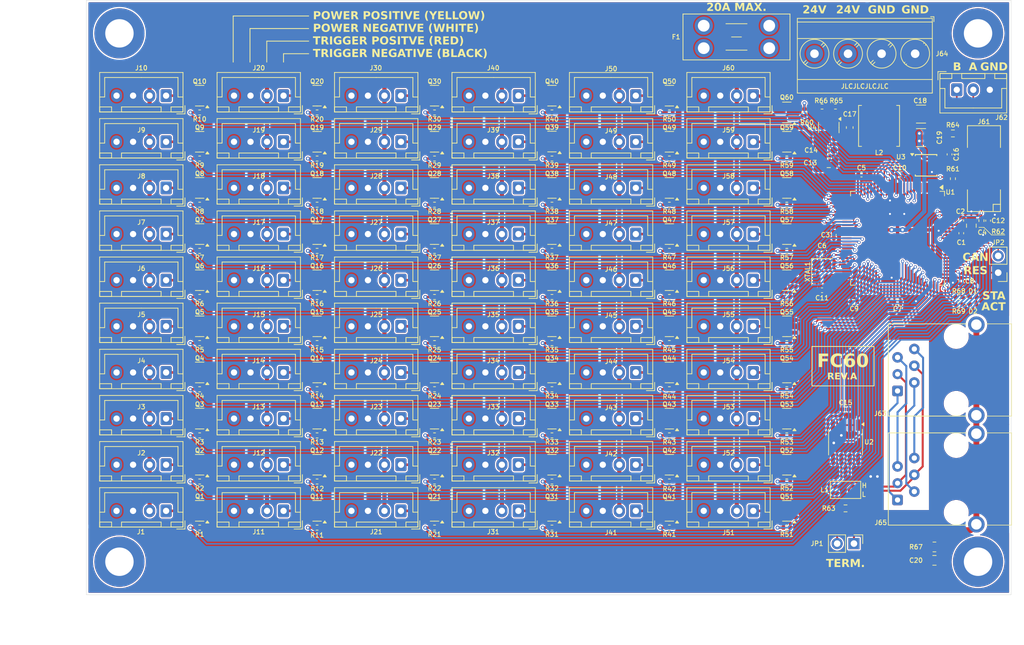
<source format=kicad_pcb>
(kicad_pcb (version 20240108) (generator "pcbnew") (generator_version "8.0")
  (layers (0 "F.Cu" signal) (31 "B.Cu" signal) (34 "B.Paste" user) (35 "F.Paste" user) (36 "B.SilkS" user "B.Silkscreen") (37 "F.SilkS" user "F.Silkscreen") (38 "B.Mask" user) (39 "F.Mask" user) (44 "Edge.Cuts" user))
  (net 0 "")
  (net 1 "GND")
  (net 2 "+24V")
  (net 3 "Net-(U1-VDDCORE)")
  (net 4 "+5V")
  (net 5 "/SHIELD")
  (net 6 "/CAN_H")
  (net 7 "/CAN_L")
  (net 8 "Net-(J1-Pin_1)")
  (net 9 "Net-(J2-Pin_1)")
  (net 10 "Net-(J3-Pin_1)")
  (net 11 "Net-(J4-Pin_1)")
  (net 12 "Net-(U2-CANL)")
  (net 13 "CAN0_RX")
  (net 14 "Net-(U2-CANH)")
  (net 15 "CAN0_TX")
  (net 16 "Net-(J5-Pin_1)")
  (net 17 "XIN")
  (net 18 "XOUT")
  (net 19 "Net-(J6-Pin_1)")
  (net 20 "Net-(J7-Pin_1)")
  (net 21 "Net-(J8-Pin_1)")
  (net 22 "Net-(J9-Pin_1)")
  (net 23 "Net-(J10-Pin_1)")
  (net 24 "Net-(J11-Pin_1)")
  (net 25 "Net-(J12-Pin_1)")
  (net 26 "Net-(J13-Pin_1)")
  (net 27 "Net-(J14-Pin_1)")
  (net 28 "Net-(J15-Pin_1)")
  (net 29 "SWDIO")
  (net 30 "Net-(J16-Pin_1)")
  (net 31 "Net-(J17-Pin_1)")
  (net 32 "Net-(J18-Pin_1)")
  (net 33 "Net-(J19-Pin_1)")
  (net 34 "Net-(J20-Pin_1)")
  (net 35 "Net-(J21-Pin_1)")
  (net 36 "Net-(J22-Pin_1)")
  (net 37 "Net-(J23-Pin_1)")
  (net 38 "Net-(J24-Pin_1)")
  (net 39 "Net-(J25-Pin_1)")
  (net 40 "Net-(J26-Pin_1)")
  (net 41 "Net-(J27-Pin_1)")
  (net 42 "Net-(J28-Pin_1)")
  (net 43 "Net-(J29-Pin_1)")
  (net 44 "Net-(J30-Pin_1)")
  (net 45 "Net-(J31-Pin_1)")
  (net 46 "Net-(J32-Pin_1)")
  (net 47 "Net-(J33-Pin_1)")
  (net 48 "Net-(J34-Pin_1)")
  (net 49 "Net-(J35-Pin_1)")
  (net 50 "Net-(J36-Pin_1)")
  (net 51 "Net-(J37-Pin_1)")
  (net 52 "Net-(J38-Pin_1)")
  (net 53 "Net-(J39-Pin_1)")
  (net 54 "Net-(J40-Pin_1)")
  (net 55 "Net-(J41-Pin_1)")
  (net 56 "Net-(J42-Pin_1)")
  (net 57 "Net-(J43-Pin_1)")
  (net 58 "Net-(J44-Pin_1)")
  (net 59 "Net-(J45-Pin_1)")
  (net 60 "Net-(J46-Pin_1)")
  (net 61 "Net-(J47-Pin_1)")
  (net 62 "Net-(J48-Pin_1)")
  (net 63 "Net-(J49-Pin_1)")
  (net 64 "Net-(J50-Pin_1)")
  (net 65 "Net-(J51-Pin_1)")
  (net 66 "Net-(J52-Pin_1)")
  (net 67 "Net-(J53-Pin_1)")
  (net 68 "Net-(J54-Pin_1)")
  (net 69 "Net-(J55-Pin_1)")
  (net 70 "Net-(J56-Pin_1)")
  (net 71 "Net-(J57-Pin_1)")
  (net 72 "Net-(J58-Pin_1)")
  (net 73 "Net-(J59-Pin_1)")
  (net 74 "~{RESET}")
  (net 75 "Net-(J60-Pin_1)")
  (net 79 "Net-(Q1-B)")
  (net 80 "Net-(Q2-B)")
  (net 81 "Net-(Q3-B)")
  (net 82 "Net-(Q4-B)")
  (net 83 "Net-(Q5-B)")
  (net 84 "SWDCLK")
  (net 85 "Net-(Q6-B)")
  (net 86 "Net-(Q7-B)")
  (net 87 "Net-(Q8-B)")
  (net 88 "Net-(Q9-B)")
  (net 89 "Net-(Q10-B)")
  (net 90 "Net-(Q11-B)")
  (net 91 "Net-(Q12-B)")
  (net 92 "Net-(Q13-B)")
  (net 93 "Net-(Q14-B)")
  (net 94 "Net-(Q15-B)")
  (net 95 "Net-(Q16-B)")
  (net 96 "Net-(Q17-B)")
  (net 97 "Net-(Q18-B)")
  (net 98 "Net-(Q19-B)")
  (net 99 "Net-(Q20-B)")
  (net 100 "Net-(Q21-B)")
  (net 101 "Net-(Q22-B)")
  (net 102 "Net-(Q23-B)")
  (net 103 "Net-(Q24-B)")
  (net 104 "Net-(Q25-B)")
  (net 105 "Net-(Q26-B)")
  (net 106 "Net-(Q27-B)")
  (net 107 "Net-(Q28-B)")
  (net 108 "Net-(Q29-B)")
  (net 109 "Net-(Q30-B)")
  (net 110 "Net-(Q31-B)")
  (net 111 "Net-(Q32-B)")
  (net 112 "Net-(Q33-B)")
  (net 113 "Net-(Q34-B)")
  (net 114 "Net-(Q35-B)")
  (net 115 "Net-(Q36-B)")
  (net 116 "Net-(Q37-B)")
  (net 117 "Net-(Q38-B)")
  (net 118 "Net-(Q39-B)")
  (net 119 "Net-(Q40-B)")
  (net 120 "Net-(Q41-B)")
  (net 121 "Net-(Q42-B)")
  (net 122 "Net-(Q43-B)")
  (net 123 "Net-(Q44-B)")
  (net 124 "Net-(Q45-B)")
  (net 125 "Net-(Q46-B)")
  (net 126 "Net-(Q47-B)")
  (net 127 "Net-(Q48-B)")
  (net 128 "Net-(Q49-B)")
  (net 129 "Net-(Q50-B)")
  (net 130 "Net-(Q51-B)")
  (net 131 "Net-(Q52-B)")
  (net 132 "Net-(Q53-B)")
  (net 133 "Net-(Q54-B)")
  (net 134 "Net-(Q55-B)")
  (net 135 "Net-(Q56-B)")
  (net 136 "Net-(Q57-B)")
  (net 137 "Net-(Q58-B)")
  (net 138 "Net-(Q59-B)")
  (net 139 "Net-(Q60-B)")
  (net 140 "F01")
  (net 141 "F02")
  (net 142 "F03")
  (net 143 "F04")
  (net 144 "F05")
  (net 145 "F06")
  (net 146 "F07")
  (net 147 "F08")
  (net 148 "F09")
  (net 149 "F10")
  (net 150 "F11")
  (net 151 "F12")
  (net 152 "F13")
  (net 153 "F14")
  (net 154 "F15")
  (net 155 "F16")
  (net 156 "F17")
  (net 157 "F18")
  (net 158 "F19")
  (net 159 "F20")
  (net 160 "F21")
  (net 161 "F22")
  (net 162 "F23")
  (net 163 "F24")
  (net 164 "F25")
  (net 165 "F26")
  (net 166 "F27")
  (net 167 "F28")
  (net 168 "F29")
  (net 169 "F30")
  (net 170 "F31")
  (net 171 "F32")
  (net 172 "F33")
  (net 173 "F34")
  (net 174 "F35")
  (net 175 "F36")
  (net 176 "F37")
  (net 177 "F38")
  (net 178 "F39")
  (net 179 "F40")
  (net 180 "F41")
  (net 181 "F42")
  (net 182 "F43")
  (net 183 "F44")
  (net 184 "F45")
  (net 185 "F46")
  (net 186 "F47")
  (net 187 "F48")
  (net 188 "F49")
  (net 189 "F50")
  (net 190 "F51")
  (net 191 "F52")
  (net 192 "F53")
  (net 193 "F54")
  (net 194 "F55")
  (net 195 "F56")
  (net 196 "F57")
  (net 197 "F58")
  (net 198 "F59")
  (net 199 "F60")
  (net 200 "TXD")
  (net 201 "CANRES")
  (net 203 "RXD")
  (net 214 "TE")
  (net 216 "Net-(JP1-B)")
  (net 217 "Net-(U4-CB)")
  (net 218 "Net-(U4-SW)")
  (net 219 "Net-(J64-Pin_3)")
  (net 220 "B")
  (net 221 "A")
  (net 222 "Net-(J63-Pad5)")
  (net 223 "Net-(J63-Pad6)")
  (net 224 "Net-(J63-Pad1)")
  (net 225 "Net-(J63-Pad2)")
  (net 226 "Net-(U4-FB)")
  (net 227 "STA")
  (net 228 "ACT")
  (net 229 "Net-(D1-K)")
  (net 230 "Net-(D2-K)")
  (footprint "Package_TO_SOT_SMD:SOT-23" (layer "F.Cu") (at 106.045 -40.64 180)
    (property "Reference" "Q55")
    (property "Value" "BC817")
  )
  (footprint "Package_TO_SOT_SMD:SOT-23" (layer "F.Cu") (at 88.265 -12.7 180)
    (property "Reference" "Q41")
    (property "Value" "BC817")
  )
  (footprint "Package_TO_SOT_SMD:SOT-23" (layer "F.Cu") (at 88.265 -54.61 180)
    (property "Reference" "Q47")
    (property "Value" "BC817")
  )
  (footprint "Resistor_SMD:R_0402_1005Metric" (layer "F.Cu") (at 70.485 -10.16)
    (property "Reference" "R31")
    (property "Value" "4k7")
  )
  (footprint "Resistor_SMD:R_0402_1005Metric" (layer "F.Cu") (at 70.485 -45.085)
    (property "Reference" "R36")
    (property "Value" "4k7")
  )
  (footprint "Connector_JST:JST_XH_B4B-XH-A_1x04_P2.50mm_Vertical" (layer "F.Cu") (at 12.065 -75.565 180)
    (property "Reference" "J10")
    (property "Value" "JST XH-4")
  )
  (footprint "Package_TO_SOT_SMD:SOT-23" (layer "F.Cu") (at 70.485 -33.655 180)
    (property "Reference" "Q34")
    (property "Value" "BC817")
  )
  (footprint "Connector_JST:JST_XH_B4B-XH-A_1x04_P2.50mm_Vertical" (layer "F.Cu") (at 12.065 -33.655 180)
    (property "Reference" "J4")
    (property "Value" "JST XH-4")
  )
  (footprint "Package_TO_SOT_SMD:SOT-23" (layer "F.Cu") (at 17.145 -75.565 180)
    (property "Reference" "Q10")
    (property "Value" "BC817")
  )
  (footprint "Resistor_SMD:R_0402_1005Metric" (layer "F.Cu") (at 52.705 -52.07)
    (property "Reference" "R27")
    (property "Value" "4k7")
  )
  (footprint "Capacitor_SMD:C_0402_1005Metric" (layer "F.Cu") (at 116.243 -44.323 180)
    (property "Reference" "C9")
    (property "Value" "100n/50V")
  )
  (footprint "Connector_JST:JST_XH_B4B-XH-A_1x04_P2.50mm_Vertical" (layer "F.Cu") (at 29.845 -33.655 180)
    (property "Reference" "J14")
    (property "Value" "JST XH-4")
  )
  (footprint "Package_TO_SOT_SMD:SOT-23" (layer "F.Cu") (at 17.145 -68.58 180)
    (property "Reference" "Q9")
    (property "Value" "BC817")
  )
  (footprint "Capacitor_SMD:C_0402_1005Metric" (layer "F.Cu") (at 122.809 -44.323 180)
    (property "Reference" "C7")
    (property "Value" "100n/50V")
  )
  (footprint "Resistor_SMD:R_0402_1005Metric" (layer "F.Cu") (at 34.925 -66.04)
    (property "Reference" "R19")
    (property "Value" "4k7")
  )
  (footprint "Package_TO_SOT_SMD:SOT-23" (layer "F.Cu") (at 106.045 -54.61 180)
    (property "Reference" "Q57")
    (property "Value" "BC817")
  )
  (footprint "Connector_JST:JST_XH_B4B-XH-A_1x04_P2.50mm_Vertical" (layer "F.Cu") (at 100.965 -26.67 180)
    (property "Reference" "J53")
    (property "Value" "JST XH-4")
  )
  (footprint "Package_TO_SOT_SMD:SOT-23" (layer "F.Cu") (at 17.145 -47.625 180)
    (property "Reference" "Q6")
    (property "Value" "BC817")
  )
  (footprint "Package_TO_SOT_SMD:SOT-23" (layer "F.Cu") (at 70.485 -47.625 180)
    (property "Reference" "Q36")
    (property "Value" "BC817")
  )
  (footprint "Resistor_SMD:R_0603_1608Metric" (layer "F.Cu") (at 114.935 -13.081 180)
    (property "Reference" "R63")
    (property "Value" "120R")
  )
  (footprint "Package_TO_SOT_SMD:SOT-23" (layer "F.Cu") (at 70.485 -26.67 180)
    (property "Reference" "Q33")
    (property "Value" "BC817")
  )
  (footprint "Capacitor_SMD:C_1210_3225Metric" (layer "F.Cu") (at 126.365 -72.771)
    (property "Reference" "C18")
    (property "Value" "22uF/25V")
  )
  (footprint "Resistor_SMD:R_0402_1005Metric" (layer "F.Cu") (at 52.705 -73.025)
    (property "Reference" "R30")
    (property "Value" "4k7")
  )
  (footprint "Connector_JST:JST_XH_B4B-XH-A_1x04_P2.50mm_Vertical" (layer "F.Cu") (at 47.625 -19.685 180)
    (property "Reference" "J22")
    (property "Value" "JST XH-4")
  )
  (footprint "Connector_JST:JST_XH_B4B-XH-A_1x04_P2.50mm_Vertical" (layer "F.Cu") (at 65.405 -26.67 180)
    (property "Reference" "J33")
    (property "Value" "JST XH-4")
  )
  (footprint "Fiducial:Fiducial_1mm_Mask2mm" (layer "F.Cu") (at 10 -88)
    (property "Reference" "FID1" (hide yes))
    (property "Value" "1mm")
  )
  (footprint "Connector_JST:JST_XH_B4B-XH-A_1x04_P2.50mm_Vertical" (layer "F.Cu") (at 100.965 -68.58 180)
    (property "Reference" "J59")
    (property "Value" "JST XH-4")
  )
  (footprint "Connector_JST:JST_XH_B4B-XH-A_1x04_P2.50mm_Vertical" (layer "F.Cu") (at 83.185 -12.7 180)
    (property "Reference" "J41")
    (property "Value" "JST XH-4")
  )
  (footprint "Resistor_SMD:R_0805_2012Metric" (layer "F.Cu") (at 128.397 -7.239 180)
    (property "Reference" "R67")
    (property "Value" "1M")
  )
  (footprint "Package_TO_SOT_SMD:SOT-23" (layer "F.Cu") (at 70.485 -68.62 180)
    (property "Reference" "Q39")
    (property "Value" "BC817")
  )
  (footprint "Package_TO_SOT_SMD:SOT-23" (layer "F.Cu") (at 88.265 -47.625 180)
    (property "Reference" "Q46")
    (property "Value" "BC817")
  )
  (footprint "Resistor_SMD:R_0402_1005Metric" (layer "F.Cu") (at 106.045 -17.145)
    (property "Reference" "R52")
    (property "Value" "4k7")
  )
  (footprint "Resistor_SMD:R_0402_1005Metric" (layer "F.Cu") (at 34.925 -24.13)
    (property "Reference" "R13")
    (property "Value" "4k7")
  )
  (footprint "Resistor_SMD:R_0402_1005Metric" (layer "F.Cu") (at 70.485 -66.04)
    (property "Reference" "R39")
    (property "Value" "4k7")
  )
  (footprint "Resistor_SMD:R_0402_1005Metric" (layer "F.Cu") (at 17.145 -66.04)
    (property "Reference" "R9")
    (property "Value" "4k7")
  )
  (footprint "Resistor_SMD:R_0402_1005Metric" (layer "F.Cu") (at 34.925 -31.115)
    (property "Reference" "R14")
    (property "Value" "4k7")
  )
  (footprint "Connector_JST:JST_XH_B4B-XH-A_1x04_P2.50mm_Vertical" (layer "F.Cu") (at 65.405 -33.655 180)
    (property "Reference" "J34")
    (property "Value" "JST XH-4")
  )
  (footprint "Resistor_SMD:R_0402_1005Metric" (layer "F.Cu") (at 106.045 -66.04)
    (property "Reference" "R59")
    (property "Value" "4k7")
  )
  (footprint "Connector_JST:JST_XH_B4B-XH-A_1x04_P2.50mm_Vertical" (layer "F.Cu") (at 100.965 -33.655 180)
    (property "Reference" "J54")
    (property "Value" "JST XH-4")
  )
  (footprint "Resistor_SMD:R_0402_1005Metric" (layer "F.Cu") (at 70.485 -73.025)
    (property "Reference" "R40")
    (property "Value" "4k7")
  )
  (footprint "Package_TO_SOT_SMD:SOT-23" (layer "F.Cu") (at 34.925 -33.655 180)
    (property "Reference" "Q14")
    (property "Value" "BC817")
  )
  (footprint "Connector_JST:JST_XH_B4B-XH-A_1x04_P2.50mm_Vertical" (layer "F.Cu") (at 29.845 -61.595 180)
    (property "Reference" "J18")
    (property "Value" "JST XH-4")
  )
  (footprint "Capacitor_SMD:C_0402_1005Metric" (layer "F.Cu") (at 111.379 -46.101 180)
    (property "Reference" "C11")
    (property "Value" "10p")
  )
  (footprint "Package_SO:SO-8_3.9x4.9mm_P1.27mm" (layer "F.Cu") (at 114.935 -23.114 -90)
    (property "Reference" "U2")
    (property "Value" "MCP2542FDT-E/SN")
  )
  (footprint "Capacitor_SMD:C_0402_1005Metric" (layer "F.Cu") (at 114.935 -28.067)
    (property "Reference" "C15")
    (property "Value" "100n/50V")
  )
  (footprint "Resistor_SMD:R_0402_1005Metric" (layer "F.Cu") (at 70.485 -24.13)
    (property "Reference" "R33")
    (property "Value" "4k7")
  )
  (footprint "Package_TO_SOT_SMD:SOT-23" (layer "F.Cu") (at 52.705 -61.595 180)
    (property "Reference" "Q28")
    (property "Value" "BC817")
  )
  (footprint "Connector_JST:JST_XH_B4B-XH-A_1x04_P2.50mm_Vertical" (layer "F.Cu") (at 100.965 -61.595 180)
    (property "Reference" "J58")
    (property "Value" "JST XH-4")
  )
  (footprint "Connector_JST:JST_XH_B4B-XH-A_1x04_P2.50mm_Vertical" (layer "F.Cu") (at 29.845 -12.7 180)
    (property "Reference" "J11")
    (property "Value" "JST XH-4")
  )
  (footprint "Connector_JST:JST_XH_B4B-XH-A_1x04_P2.50mm_Vertical" (layer "F.Cu") (at 83.185 -33.655 180)
    (property "Reference" "J44")
    (property "Value" "JST XH-4")
  )
  (footprint "Resistor_SMD:R_0402_1005Metric" (layer "F.Cu") (at 34.925 -73.025)
    (property "Reference" "R20")
    (property "Value" "4k7")
  )
  (footprint "Fiducial:Fiducial_1mm_Mask2mm" (layer "F.Cu") (at 10 -2)
    (property "Reference" "FID2" (hide yes))
    (property "Value" "1mm")
  )
  (footprint "Resistor_SMD:R_0402_1005Metric" (layer "F.Cu") (at 52.705 -59.055)
    (property "Reference" "R28")
    (property "Value" "4k7")
  )
  (footprint "Resistor_SMD:R_0603_1608Metric" (layer "F.Cu") (at 131.191 -69.85 180)
    (property "Reference" "R64")
    (property "Value" "120R")
  )
  (footprint "Fuse:Fuseholder_Blade_Mini_Keystone_3568" (layer "F.Cu") (at 93.465 -86.155)
    (property "Reference" "F1")
    (property "Value" "20A")
  )
  (footprint "Capacitor_SMD:C_0402_1005Metric" (layer "F.Cu") (at 113.157 -54.483 -90)
    (property "Reference" "C3")
    (property "Value" "100n/50V")
  )
  (footprint "Resistor_SMD:R_0402_1005Metric" (layer "F.Cu") (at 17.145 -45.085)
    (property "Reference" "R6")
    (property "Value" "4k7")
  )
  (footprint "Connector_JST:JST_XH_B4B-XH-A_1x04_P2.50mm_Vertical" (layer "F.Cu") (at 47.625 -75.565 180)
    (property "Reference" "J30")
    (property "Value" "JST XH-4")
  )
  (footprint "Connector_JST:JST_XH_B4B-XH-A_1x04_P2.50mm_Vertical" (layer "F.Cu") (at 12.065 -61.595 180)
    (property "Reference" "J8")
    (property "Value" "JST XH-4")
  )
  (footprint "Package_TO_SOT_SMD:SOT-23" (layer "F.Cu") (at 88.265 -68.58 180)
    (property "Reference" "Q49")
    (property "Value" "BC817")
  )
  (footprint "Package_TO_SOT_SMD:SOT-23" (layer "F.Cu") (at 17.145 -54.61 180)
    (property "Reference" "Q7")
    (property "Value" "BC817")
  )
  (footprint "Connector_JST:JST_XH_B4B-XH-A_1x04_P2.50mm_Vertical" (layer "F.Cu") (at 12.065 -26.67 180)
    (property "Reference" "J3")
    (property "Value" "JST XH-4")
  )
  (footprint "Connector_JST:JST_XH_B4B-XH-A_1x04_P2.50mm_Vertical" (layer "F.Cu") (at 65.405 -75.565 180)
    (property "Reference" "J40")
    (property "Value" "JST XH-4")
  )
  (footprint "Resistor_SMD:R_0402_1005Metric" (layer "F.Cu") (at 106.045 -59.055)
    (property "Reference" "R58")
    (property "Value" "4k7")
  )
  (footprint "Package_TO_SOT_SMD:SOT-23" (layer "F.Cu") (at 52.705 -33.655 180)
    (property "Reference" "Q24")
    (property "Value" "BC817")
  )
  (footprint "Package_TO_SOT_SMD:SOT-23" (layer "F.Cu") (at 106.045 -68.58 180)
    (property "Reference" "Q59")
    (property "Value" "BC817")
  )
  (footprint "TerminalBlock_Phoenix:TerminalBlock_Phoenix_MKDS-3-4-5.08_1x04_P5.08mm_Horizontal" (layer "F.Cu") (at 125.476 -81.915 180)
    (property "Reference" "J64")
    (property "Value" "MKDS 3/4-5.08")
  )
  (footprint "Resistor_SMD:R_0402_1005Metric" (layer "F.Cu") (at 52.705 -66.04)
    (property "Reference" "R29")
    (property "Value" "4k7")
  )
  (footprint "Package_TO_SOT_SMD:SOT-23" (layer "F.Cu") (at 70.485 -40.64 180)
    (property "Reference" "Q35")
    (property "Value" "BC817")
  )
  (footprint "Resistor_SMD:R_0402_1005Metric" (layer "F.Cu") (at 34.925 -38.1)
    (property "Reference" "R15")
    (property "Value" "4k7")
  )
  (footprint "Connector_JST:JST_XH_B4B-XH-A_1x04_P2.50mm_Vertical" (layer "F.Cu") (at 65.405 -54.61 180)
    (property "Reference" "J37")
    (property "Value" "JST XH-4")
  )
  (footprint "Capacitor_SMD:C_0805_2012Metric" (layer "F.Cu") (at 133.985 -55.88 90)
    (property "Reference" "C4")
    (property "Value" "2u2/50V")
  )
  (footprint "Package_TO_SOT_SMD:SOT-23" (layer "F.Cu") (at 52.705 -19.685 180)
    (property "Reference" "Q22")
    (property "Value" "BC817")
  )
  (footprint "Capacitor_SMD:C_0805_2012Metric" (layer "F.Cu") (at 128.397 -5.207 180)
    (property "Reference" "C20")
    (property "Value" "4n7/250V")
  )
  (footprint "Package_TO_SOT_SMD:SOT-23" (layer "F.Cu") (at 17.145 -33.655 180)
    (property "Reference" "Q4")
    (property "Value" "BC817")
  )
  (footprint "Resistor_SMD:R_0402_1005Metric" (layer "F.Cu") (at 70.485 -17.145)
    (property "Reference" "R32")
    (property "Value" "4k7")
  )
  (footprint "Package_TO_SOT_SMD:SOT-23" (layer "F.Cu") (at 70.485 -75.565 180)
    (property "Reference" "Q40")
    (property "Value" "BC817")
  )
  (footprint "Capacitor_SMD:C_1210_3225Metric" (layer "F.Cu") (at 126.365 -69.215)
    (property "Reference" "C19")
    (property "Value" "22uF/25V")
  )
  (footprint "Package_TO_SOT_SMD:SOT-23" (layer "F.Cu") (at 34.925 -47.625 180)
    (property "Reference" "Q16")
    (property "Value" "BC817")
  )
  (footprint "Resistor_SMD:R_0402_1005Metric" (layer "F.Cu") (at 88.265 -38.1)
    (property "Reference" "R45")
    (property "Value" "4k7")
  )
  (footprint "Resistor_SMD:R_0402_1005Metric" (layer "F.Cu") (at 17.145 -73.025)
    (property "Reference" "R10")
    (property "Value" "4k7")
  )
  (footprint "Resistor_SMD:R_0402_1005Metric" (layer "F.Cu") (at 106.045 -24.13)
    (property "Reference" "R53")
    (property "Value" "4k7")
  )
  (footprint "Connector_JST:JST_XH_B4B-XH-A_1x04_P2.50mm_Vertical" (layer "F.Cu") (at 12.065 -12.7 180)
    (property "Reference" "J1")
    (property "Value" "JST XH-4")
  )
  (footprint "Connector_PinHeader_2.54mm:PinHeader_1x02_P2.54mm_Vertical" (layer "F.Cu") (at 116.21 -7.747 -90)
    (property "Reference" "JP1")
    (property "Value" "TERM")
  )
  (footprint "Resistor_SMD:R_0402_1005Metric" (layer "F.Cu") (at 52.705 -24.13)
    (property "Reference" "R23")
    (property "Value" "4k7")
  )
  (footprint "Package_TO_SOT_SMD:SOT-23" (layer "F.Cu") (at 52.705 -12.7 180)
    (property "Reference" "Q21")
    (property "Value" "BC817")
  )
  (footprint "Resistor_SMD:R_0402_1005Metric" (layer "F.Cu") (at 106.045 -45.085)
    (property "Reference" "R56")
    (property "Value" "4k7")
  )
  (footprint "Package_TO_SOT_SMD:SOT-23" (layer "F.Cu") (at 17.145 -40.64 180)
    (property "Reference" "Q5")
    (property "Value" "BC817")
  )
  (footprint "Connector_JST:JST_XH_B4B-XH-A_1x04_P2.50mm_Vertical" (layer "F.Cu") (at 47.625 -40.64 180)
    (property "Reference" "J25")
    (property "Value" "JST XH-4")
  )
  (footprint "Connector_PinHeader_2.54mm:PinHeader_1x02_P2.54mm_Vertical" (layer "F.Cu") (at 138.049 -48.768 180)
    (property "Reference" "JP2")
    (property "Value" "CAN RES.")
  )
  (footprint "Resistor_SMD:R_0402_1005Metric" (layer "F.Cu") (at 132.103 -43.942 180)
    (property "Reference" "R69")
    (property "Value" "2k2")
  )
  (footprint "Resistor_SMD:R_0402_1005Metric" (layer "F.Cu") (at 106.045 -52.07)
    (property "Reference" "R57")
    (property "Value" "4k7")
  )
  (footprint "Package_SO:TSSOP-8_3x3mm_P0.65mm" (layer "F.Cu") (at 127.127 -65.024)
    (property "Reference" "U3")
    (property "Value" "THVD1410DGKR")
  )
  (footprint "Capacitor_SMD:C_0402_1005Metric" (layer "F.Cu") (at 132.461 -47.498 -90)
    (property "Reference" "C8")
    (property "Value" "100n/50V")
  )
  (footprint "Resistor_SMD:R_0402_1005Metric" (layer "F.Cu") (at 88.265 -31.115)
    (property "Reference" "R44")
    (property "Value" "4k7")
  )
  (footprint "Package_TO_SOT_SMD:SOT-23" (layer "F.Cu") (at 34.925 -61.595 180)
    (property "Reference" "Q18")
    (property "Value" "BC817")
  )
  (footprint "Package_TO_SOT_SMD:SOT-23" (layer "F.Cu") (at 17.145 -12.7 180)
    (property "Reference" "Q1")
    (property "Value" "BC817")
  )
  (footprint "Package_TO_SOT_SMD:SOT-23" (layer "F.Cu") (at 34.925 -40.64 180)
    (property "Reference" "Q15")
    (property "Value" "BC817")
  )
  (footprint "Resistor_SMD:R_0402_1005Metric" (layer "F.Cu") (at 17.145 -31.115)
    (property "Reference" "R4")
    (property "Value" "4k7")
  )
  (footprint "Connector_JST:JST_XH_B4B-XH-A_1x04_P2.50mm_Vertical" (layer "F.Cu") (at 29.845 -26.67 180)
    (property "Reference" "J13")
    (property "Value" "JST XH-4")
  )
  (footprint "Connector_JST:JST_XH_B4B-XH-A_1x04_P2.50mm_Vertical" (layer "F.Cu") (at 100.965 -47.625 180)
    (property "Reference" "J56")
    (property "Value" "JST XH-4")
  )
  (footprint "Connector_JST:JST_XH_B4B-XH-A_1x04_P2.50mm_Vertical" (layer "F.Cu") (at 29.845 -75.565 180)
    (property "Reference" "J20")
    (property "Value" "JST XH-4")
  )
  (footprint "Resistor_SMD:R_0402_1005Metric" (layer "F.Cu") (at 70.485 -59.055)
    (property "Reference" "R38")
    (property "Value" "4k7")
  )
  (footprint "Connector_RJ:RJ25_Amphenol_RJE031662x20" (layer "F.Cu") (at 122.809 -30.861 90)
    (property "Reference" "J63")
    (property "Value" "RJE03-166-2420")
  )
  (footprint "Resistor_SMD:R_0402_1005Metric" (layer "F.Cu") (at 52.705 -45.085)
    (property "Reference" "R26")
    (property "Value" "4k7")
  )
  (footprint "Resistor_SMD:R_0402_1005Metric" (layer "F.Cu") (at 52.705 -38.1)
    (property "Reference" "R25")
    (property "Value" "4k7")
  )
  (footprint "Capacitor_SMD:C_0402_1005Metric" (layer "F.Cu") (at 132.461 -54.737 -90)
    (property "Reference" "C1")
    (property "Value" "100n/50V")
  )
  (footprint "Connector_JST:JST_XH_B4B-XH-A_1x04_P2.50mm_Vertical" (layer "F.Cu") (at 29.845 -40.64 180)
    (property "Reference" "J15")
    (property "Value" "JST XH-4")
  )
  (footprint "Connector_JST:JST_XH_B4B-XH-A_1x04_P2.50mm_Vertical" (layer "F.Cu") (at 47.625 -26.67 180)
    (property "Reference" "J23")
    (property "Value" "JST XH-4")
  )
  (footprint "LED_SMD:LED_0402_1005Metric" (layer "F.Cu") (at 134.262 -43.942)
    (property "Reference" "D2")
    (property "Value" "green")
  )
  (footprint "Connector_JST:JST_XH_B4B-XH-A_1x04_P2.50mm_Vertical" (layer "F.Cu") (at 29.845 -19.685 180)
    (property "Reference" "J12")
    (property "Value" "JST XH-4")
  )
  (footprint "Connector_JST:JST_XH_B4B-XH-A_1x04_P2.50mm_Vertical" (layer "F.Cu") (at 65.405 -12.7 180)
    (property "Reference" "J31")
    (property "Value" "JST XH-4")
  )
  (footprint "Resistor_SMD:R_0402_1005Metric" (layer "F.Cu") (at 132.103 -45.085 180)
    (property "Reference" "R68")
    (property "Value" "2k2")
  )
  (footprint "Resistor_SMD:R_0402_1005Metric" (layer "F.Cu") (at 17.145 -24.13)
    (property "Reference" "R3")
    (property "Value" "4k7")
  )
  (footprint "Package_TO_SOT_SMD:SOT-23" (layer "F.Cu") (at 52.705 -40.64 180)
    (property "Reference" "Q25")
    (property "Value" "BC817")
  )
  (footprint "Connector_JST:JST_XH_B4B-XH-A_1x04_P2.50mm_Vertical" (layer "F.Cu") (at 12.065 -68.58 180)
    (property "Reference" "J9")
    (property "Value" "JST XH-4")
  )
  (footprint "Connector_JST:JST_XH_B4B-XH-A_1x04_P2.50mm_Vertical" (layer "F.Cu") (at 83.185 -26.67 180)
    (property "Reference" "J43")
    (property "Value" "JST XH-4")
  )
  (footprint "Connector_Samtec:Samtec_SFH-105-01-F-D-K-TR" (layer "F.Cu") (at 135.89 -64.516 90)
    (property "Reference" "J61")
    (property "Value" "FTSH-105-01-F-DV-K")
  )
  (footprint "Inductor_SMD:L_CommonModeChoke_TDK_ACT1210D" (layer "F.Cu") (at 114.935 -15.875)
    (property "Reference" "L1")
    (property "Value" "ACT1210D-510-2P-TL00")
  )
  (footprint "Package_TO_SOT_SMD:SOT-23" (layer "F.Cu") (at 52.705 -54.61 180)
    (property "Reference" "Q27")
    (property "Value" "BC817")
  )
  (footprint "Connector_JST:JST_XH_B4B-XH-A_1x04_P2.50mm_Vertical" (layer "F.Cu") (at 29.845 -47.625 180)
    (property "Reference" "J16")
    (property "Value" "JST XH-4")
  )
  (footprint "Package_TO_SOT_SMD:SOT-23" (layer "F.Cu") (at 70.485 -19.685 180)
    (property "Reference" "Q32")
    (property "Value" "BC817")
  )
  (footprint "Connector_JST:JST_XH_B4B-XH-A_1x04_P2.50mm_Vertical" (layer "F.Cu") (at 83.185 -68.58 180)
    (property "Reference" "J49")
    (property "Value" "JST XH-4")
  )
  (footprint "Capacitor_SMD:C_0603_1608Metric" (layer "F.Cu") (at 115.57 -70.739 -90)
    (property "Reference" "C17")
    (property "Value" "100n/50V")
  )
  (footprint "Capacitor_SMD:C_0402_1005Metric" (layer "F.Cu") (at 117.348 -63.627)
    (property "Reference" "C5")
    (property "Value" "100n/50V")
  )
  (footprint "Package_TO_SOT_SMD:SOT-23" (layer "F.Cu") (at 34.925 -54.61 180)
    (property "Reference" "Q17")
    (property "Value" "BC817")
  )
  (footprint "Connector_JST:JST_XH_B4B-XH-A_1x04_P2.50mm_Vertical" (layer "F.Cu") (at 47.625 -54.61 180)
    (property "Reference" "J27")
    (property "Value" "JST XH-4")
  )
  (footprint "Connector_JST:JST_XH_B4B-XH-A_1x04_P2.50mm_Vertical" (layer "F.Cu") (at 100.965 -12.7 180)
    (property "Reference" "J51")
    (property "Value" "JST XH-4")
  )
  (footprint "Resistor_SMD:R_0402_1005Metric" (layer "F.Cu") (at 70.485 -38.1)
    (property "Reference" "R35")
    (property "Value" "4k7")
  )
  (footprint "Resistor_SMD:R_0402_1005Metric" (layer "F.Cu") (at 106.045 -31.115)
    (property "Reference" "R54")
    (property "Value" "4k7")
  )
  (footprint "Connector_JST:JST_XH_B4B-XH-A_1x04_P2.50mm_Vertical" (layer "F.Cu") (at 12.065 -19.685 180)
    (property "Reference" "J2")
    (property "Value" "JST XH-4")
  )
  (footprint "Package_TO_SOT_SMD:SOT-23" (layer "F.Cu") (at 52.705 -47.625 180)
    (property "Reference" "Q26")
    (property "Value" "BC817")
  )
  (footprint "Connector_JST:JST_XH_B4B-XH-A_1x04_P2.50mm_Vertical" (layer "F.Cu") (at 29.845 -54.61 180)
    (property "Reference" "J17")
    (property "Value" "JST XH-4")
  )
  (footprint "Resistor_SMD:R_0402_1005Metric" (layer "F.Cu") (at 70.485 -52.07)
    (property "Reference" "R37")
    (property "Value" "4k7")
  )
  (footprint "Connector_JST:JST_XH_B4B-XH-A_1x04_P2.50mm_Vertical" (layer "F.Cu") (at 83.185 -40.64 180)
    (property "Reference" "J45")
    (property "Value" "JST XH-4")
  )
  (footprint "Connector_JST:JST_XH_B4B-XH-A_1x04_P2.50mm_Vertical" (layer "F.Cu") (at 47.625 -61.595 180)
    (property "Reference" "J28")
    (property "Value" "JST XH-4")
  )
  (footprint "Package_TO_SOT_SMD:SOT-23" (layer "F.Cu") (at 106.045 -47.625 180)
    (property "Reference" "Q56")
    (property "Value" "BC817")
  )
  (footprint "Connector_JST:JST_XH_B4B-XH-A_1x04_P2.50mm_Vertical" (layer "F.Cu") (at 65.405 -40.64 180)
    (property "Reference" "J35")
    (property "Value" "JST XH-4")
  )
  (footprint "Capacitor_SMD:C_0402_1005Metric" (layer "F.Cu") (at 123.19 -63.627)
    (property "Reference" "C10")
    (property "Value" "100n/50V")
  )
  (footprint "Connector_JST:JST_XH_B4B-XH-A_1x04_P2.50mm_Vertical" (layer "F.Cu") (at 83.185 -47.625 180)
    (property "Reference" "J46")
    (property "Value" "JST XH-4")
  )
  (footprint "Package_QFP:TQFP-100_14x14mm_P0.5mm" (layer "F.Cu") (at 122.809 -53.975 -90)
    (property "Reference" "U1")
    (property "Value" "ATSAMC21N")
  )
  (footprint "Capacitor_SMD:C_0402_1005Metric" (layer "F.Cu") (at 132.461 -56.642 90)
    (property "Reference" "C2")
    (property "Value" "100n/50V")
  )
  (footprint "MountingHole:MountingHole_4.3mm_M4_ISO7380_Pad" (layer "F.Cu") (at 5 -85)
    (property "Reference" "H1" (hide yes))
    (property "Value" "4.3mm")
  )
  (footprint "Package_TO_SOT_SMD:SOT-23" (layer "F.Cu") (at 88.265 -19.685 180)
    (property "Reference" "Q42")
    (property "Value" "BC817")
  )
  (footprint "Connector_JST:JST_XH_B4B-XH-A_1x04_P2.50mm_Vertical" (layer "F.Cu") (at 83.185 -19.685 180)
    (property "Reference" "J42")
    (property "Value" "JST XH-4")
  )
  (footprint "Resistor_SMD:R_0402_1005Metric" (layer "F.Cu") (at 88.265 -59.055)
    (property "Reference" "R48")
    (property "Value" "4k7")
  )
  (footprint "Package_TO_SOT_SMD:SOT-23" (layer "F.Cu") (at 88.265 -26.67 180)
    (property "Reference" "Q43")
    (property "Value" "BC817")
  )
  (footprint "Fiducial:Fiducial_1mm_Mask2mm" (layer "F.Cu") (at 130 -2)
    (property "Reference" "FID3" (hide yes))
    (property "Value" "1mm")
  )
  (footprint "Package_TO_SOT_SMD:SOT-23" (layer "F.Cu") (at 52.705 -68.58 180)
    (property "Reference" "Q29")
    (property "Value" "BC817")
  )
  (footprint "Package_TO_SOT_SMD:SOT-23" (layer "F.Cu") (at 17.145 -61.595 180)
    (property "Reference" "Q8")
    (property "Value" "BC817")
  )
  (footprint "Crystal:Crystal_SMD_SeikoEpson_TSX3225-4Pin_3.2x2.5mm" (layer "F.Cu") (at 111.379 -48.895 -90)
    (property "Reference" "XTAL1")
    (property "Value" "16MHz")
  )
  (footprint "MountingHole:MountingHole_4.3mm_M4_ISO7380_Pad" (layer "F.Cu") (at 5 -5)
    (property "Reference" "H2" (hide yes))
    (property "Value" "4.3mm")
  )
  (footprint "Package_TO_SOT_SMD:SOT-23" (layer "F.Cu") (at 106.045 -19.685 180)
    (property "Reference" "Q52")
    (property "Value" "BC817")
  )
  (footprint "MountingHole:MountingHole_4.3mm_M4_ISO7380_Pad" (layer "F.Cu") (at 135 -85)
    (property "Reference" "H4" (hide yes))
    (property "Value" "4.3mm")
  )
  (footprint "Package_TO_SOT_SMD:SOT-23" (layer "F.Cu") (at 52.705 -26.67 180)
    (property "Reference" "Q23")
    (property "Value" "BC817")
  )
  (footprint "Resistor_SMD:R_0402_1005Metric" (layer "F.Cu") (at 17.145 -10.16)
    (property "Reference" "R1")
    (property "Value" "4k7")
  )
  (footprint "Connector_JST:JST_XH_B4B-XH-A_1x04_P2.50mm_Vertical" (layer "F.Cu") (at 29.845 -68.58 180)
    (property "Reference" "J19")
    (property "Value" "JST XH-4")
  )
  (footprint "Resistor_SMD:R_0402_1005Metric" (layer "F.Cu") (at 34.925 -52.07)
    (property "Reference" "R17")
    (property "Value" "4k7")
  )
  (footprint "Capacitor_SMD:C_0805_2012Metric" (layer "F.Cu") (at 112.395 -65.405)
    (property "Reference" "C13")
    (property "Value" "2u2/50V")
  )
  (footprint "Resistor_SMD:R_0402_1005Metric" (layer "F.Cu") (at 88.265 -73.025)
    (property "Reference" "R50")
    (property "Value" "4k7")
  )
  (footprint "Resistor_SMD:R_0402_1005Metric" (layer "F.Cu") (at 52.705 -31.115)
    (property "Reference" "R24")
    (property "Value" "4k7")
  )
  (footprint "Package_TO_SOT_SMD:SOT-23" (layer "F.Cu") (at 17.145 -26.67 180)
    (property "Reference" "Q3")
    (property "Value" "BC817")
  )
  (footprint "Connector_RJ:RJ25_Amphenol_RJE031662x20" (layer "F.Cu") (at 122.809 -14.351 90)
    (property "Reference" "J65")
    (property "Value" "RJE03-166-2420")
  )
  (footprint "MountingHole:MountingHole_4.3mm_M4_ISO7380_Pad" (layer "F.Cu") (at 135 -5)
    (property "Reference" "H3" (hide yes))
    (property "Value" "4.3mm")
  )
  (footprint "Resistor_SMD:R_0402_1005Metric" (layer "F.Cu") (at 113.411 -73.914 180)
    (property "Reference" "R65")
    (property "Value" "52k3")
  )
  (footprint "Connector_JST:JST_XH_B4B-XH-A_1x04_P2.50mm_Vertical" (layer "F.Cu") (at 83.185 -54.61 180)
    (property "Reference" "J47")
    (property "Value" "JST XH-4")
  )
  (footprint "Resistor_SMD:R_0402_1005Metric" (layer "F.Cu") (at 88.265 -52.07)
    (property "Reference" "R47")
    (property "Value" "4k7")
  )
  (footprint "Package_TO_SOT_SMD:SOT-23" (layer "F.Cu") (at 34.925 -19.685 180)
    (property "Reference" "Q12")
    (property "Value" "BC817")
  )
  (footprint "Package_TO_SOT_SMD:SOT-23" (layer "F.Cu") (at 106.045 -61.595 180)
    (property "Reference" "Q58")
    (property "Value" "BC817")
  )
  (footprint "Resistor_SMD:R_0402_1005Metric" (layer "F.Cu") (at 34.925 -10.16)
    (property "Reference" "R11")
    (property "Value" "4k7")
  )
  (footprint "Resistor_SMD:R_0402_1005Metric" (layer "F.Cu") (at 111.379 -73.914)
    (property "Reference" "R66")
    (property "Value" "13k")
  )
  (footprint "Connector_JST:JST_XH_B3B-XH-A_1x03_P2.50mm_Vertical" (layer "F.Cu") (at 131.779 -76.454)
    (property "Reference" "J62")
    (property "Value" "JST XH-3")
  )
  (footprint "Resistor_SMD:R_0402_1005Metric" (layer "F.Cu") (at 70.485 -31.115)
    (property "Reference" "R34")
    (property "Value" "4k7")
  )
  (footprint "Connector_JST:JST_XH_B4B-XH-A_1x04_P2.50mm_Vertical" (layer "F.Cu") (at 47.625 -12.7 180)
    (property "Reference" "J21")
    (property "Value" "JST XH-4")
  )
  (footprint "Connector_JST:JST_XH_B4B-XH-A_1x04_P2.50mm_Vertical" (layer "F.Cu") (at 12.065 -54.61 180)
    (property "Reference" "J7")
    (property "Value" "JST XH-4")
  )
  (footprint "Connector_JST:JST_XH_B4B-XH-A_1x04_P2.50mm_Vertical" (layer "F.Cu") (at 47.625 -68.58 180)
    (property "Reference" "J29")
    (property "Value" "JST XH-4")
  )
  (footprint "Resistor_SMD:R_0402_1005Metric" (layer "F.Cu") (at 106.045 -38.1)
    (property "Reference" "R55")
    (property "Value" "4k7")
  )
  (footprint "Package_TO_SOT_SMD:SOT-23" (layer "F.Cu") (at 34.925 -68.58 180)
    (property "Reference" "Q19")
    (property "Value" "BC817")
  )
  (footprint "Package_TO_SOT_SMD:SOT-23" (layer "F.Cu") (at 34.925 -75.565 180)
    (property "Reference" "Q20")
    (property "Value" "BC817")
  )
  (footprint "Package_TO_SOT_SMD:SOT-23" (layer "F.Cu") (at 88.265 -61.595 180)
    (property "Reference" "Q48")
    (property "Value" "BC817")
  )
  (footprint "Package_TO_SOT_SMD:SOT-23" (layer "F.Cu") (at 52.705 -75.565 180)
    (property "Reference" "Q30")
    (property "Value" "BC817")
  )
  (footprint "Capacitor_SMD:C_0402_1005Metric" (layer "F.Cu") (at 136.525 -56.642 -90)
    (property "Reference" "C12")
    (property "Value" "100n/50V")
  )
  (footprint "Package_TO_SOT_SMD:SOT-23" (layer "F.Cu") (at 70.485 -12.7 180)
    (property "Reference" "Q31")
    (property "Value" "BC817")
  )
  (footprint "Inductor_SMD:L_Bourns_SRN6045TA" (layer "F.Cu") (at 120.015 -70.993 90)
    (property "Reference" "L2")
    (property "Value" "10uH")
  )
  (footprint "Package_TO_SOT_SMD:SOT-23" (layer "F.Cu") (at 106.045 -12.7 180)
    (property "Reference" "Q51")
    (property "Value" "BC817")
  )
  (footprint "Package_TO_SOT_SMD:SOT-23" (layer "F.Cu") (at 70.485 -54.61 180)
    (property "Reference" "Q37")
    (property "Value" "BC817")
  )
  (footprint "Connector_JST:JST_XH_B4B-XH-A_1x04_P2.50mm_Vertical" (layer "F.Cu") (at 100.965 -40.64 180)
    (property "Reference" "J55")
    (property "Value" "JST XH-4")
  )
  (footprint "Resistor_SMD:R_0402_1005Metric" (layer "F.Cu") (at 17.145 -59.055)
    (property "Reference" "R8")
    (property "Value" "4k7")
  )
  (footprint "Resistor_SMD:R_0402_1005Metric" (layer "F.Cu") (at 106.045 -10.16)
    (property "Reference" "R51")
    (property "Value" "4k7")
  )
  (footprint "Package_TO_SOT_SMD:SOT-23" (layer "F.Cu") (at 88.265 -75.565 180)
    (property "Reference" "Q50")
    (property "Value" "BC817")
  )
  (footprint "Package_TO_SOT_SMD:SOT-23" (layer "F.Cu") (at 34.925 -26.67 180)
    (property "Reference" "Q13")
    (property "Value" "BC817")
  )
  (footprint "Resistor_SMD:R_0402_1005Metric" (layer "F.Cu") (at 108.712 -73.025 -90)
    (property "Reference" "R60")
    (property "Value" "4k7")
  )
  (footprint "Connector_JST:JST_XH_B4B-XH-A_1x04_P2.50mm_Vertical" (layer "F.Cu") (at 47.625 -47.625 180)
    (property "Reference" "J26")
    (property "Value" "JST XH-4")
  )
  (footprint "Resistor_SMD:R_0402_1005Metric" (layer "F.Cu") (at 88.265 -24.13)
    (property "Reference" "R43")
    (property "Value" "4k7")
  )
  (footprint "Connector_JST:JST_XH_B4B-XH-A_1x04_P2.50mm_Vertical" (layer "F.Cu") (at 83.185 -61.595 180)
    (property "Reference" "J48")
    (property "Value" "JST XH-4")
  )
  (footprint "Package_TO_SOT_SMD:SOT-23-6" (layer "F.Cu") (at 112.395 -70.739 -90)
    (property "Reference" "U4")
    (property "Value" "LMR50410XFDBVR")
  )
  (footprint "Package_TO_SOT_SMD:SOT-23" (layer "F.Cu") (at 34.925 -12.7 180)
    (property "Reference" "Q11")
    (property "Value" "BC817")
  )
  (footprint "Connector_JST:JST_XH_B4B-XH-A_1x04_P2.50mm_Vertical" (layer "F.Cu") (at 65.405 -68.58 180)
    (property "Reference" "J39")
    (property "Value" "JST XH-4")
  )
  (footprint "Package_TO_SOT_SMD:SOT-23" (layer "F.Cu") (at 106.045 -33.655 180)
    (property "Reference" "Q54")
    (property "Value" "BC817")
  )
  (footprint "LED_SMD:LED_0402_1005Metric" (layer "F.Cu") (at 134.262 -45.085)
    (property "Reference" "D1")
    (property "Value" "red")
  )
  (footprint "Package_TO_SOT_SMD:SOT-23" (layer "F.Cu") (at 17.145 -19.685 180)
    (property "Reference" "Q2")
    (property "Value" "BC817")
  )
  (footprint "Package_TO_SOT_SMD:SOT-23" (layer "F.Cu") (at 106.045 -26.67 180)
    (property "Reference" "Q53")
    (property "Value" "BC817")
  )
  (footprint "Resistor_SMD:R_0402_1005Metric" (layer "F.Cu") (at 34.925 -45.085)
    (property "Reference" "R16")
    (property "Value" "4k7")
  )
  (footprint "Resistor_SMD:R_0402_1005Metric" (layer "F.Cu") (at 17.145 -52.07)
    (property "Reference" "R7")
    (property "Value" "4k7")
  )
  (footprint "Fiducial:Fiducial_1mm_Mask2mm" (layer "F.Cu") (at 130 -88)
    (property "Reference" "FID4" (hide yes))
    (property "Value" "1mm")
  )
  (footprint "Capacitor_SMD:C_0603_1608Metric" (layer "F.Cu") (at 112.395 -67.31)
    (property "Reference" "C14")
    (property "Value" "100n/50V")
  )
  (footprint "Connector_JST:JST_XH_B4B-XH-A_1x04_P2.50mm_Vertical" (layer "F.Cu") (at 65.405 -61.595 180)
    (property "Reference" "J38")
    (property "Value" "JST XH-4")
  )
  (footprint "Package_TO_SOT_SMD:SOT-23" (layer "F.Cu") (at 88.265 -33.655 180)
    (property "Reference" "Q44")
    (property "Value" "BC817")
  )
  (footprint "Resistor_SMD:R_0402_1005Metric" (layer "F.Cu") (at 88.265 -10.16)
    (property "Reference" "R41")
    (property "Value" "4k7")
  )
  (footprint "Connector_JST:JST_XH_B4B-XH-A_1x04_P2.50mm_Vertical" (layer "F.Cu") (at 100.965 -19.685 180)
    (property "Reference" "J52")
    (property "Value" "JST XH-4")
  )
  (footprint "Connector_JST:JST_XH_B4B-XH-A_1x04_P2.50mm_Vertical" (layer "F.Cu") (at 65.405 -47.625 180)
    (property "Reference" "J36")
    (property "Value" "JST XH-4")
  )
  (footprint "Resistor_SMD:R_0402_1005Metric" (layer "F.Cu") (at 131.191 -62.992 -90)
    (property "Reference" "R61")
    (property "Value" "1k")
  )
  (footprint "Resistor_SMD:R_0402_1005Metric" (layer "F.Cu") (at 135.509 -56.642 90)
    (property "Reference" "R62")
    (property "Value" "13k")
  )
  (footprint "Connector_JST:JST_XH_B4B-XH-A_1x04_P2.50mm_Vertical" (layer "F.Cu") (at 100.965 -75.565 180)
    (property "Reference" "J60")
    (property "Value" "JST XH-4")
  )
  (footprint "Connector_JST:JST_XH_B4B-XH-A_1x04_P2.50mm_Vertical" (layer "F.Cu") (at 12.065 -40.64 180)
    (property "Reference" "J5")
    (property "Value" "JST XH-4")
  )
  (footprint "Resistor_SMD:R_0402_1005Metric" (layer "F.Cu") (at 52.705 -17.145)
    (property "Reference" "R22")
    (property "Value" "4k7")
  )
  (footprint "Resistor_SMD:R_0402_1005Metric" (layer "F.Cu") (at 52.705 -10.16)
    (property "Reference" "R21")
    (property "Value" "4k7")
  )
  (footprint "Resistor_SMD:R_0402_1005Metric" (layer "F.Cu") (at 34.925 -17.145)
    (property "Reference" "R12")
    (property "Value" "4k7")
  )
  (footprint "Connector_JST:JST_XH_B4B-XH-A_1x04_P2.50mm_Vertical" (layer "F.Cu") (at 47.625 -33.655 180)
    (property "Reference" "J24")
    (property "Value" "JST XH-4")
  )
  (footprint "Resistor_SMD:R_0402_1005Metric" (layer "F.Cu") (at 88.265 -45.085)
    (property "Reference" "R46")
    (property "Value" "4k7")
  )
  (footprint "Capacitor_SMD:C_0402_1005Metric" (layer "F.Cu") (at 130.683 -66.675 90)
    (property "Reference" "C16")
    (property "Value" "100n/50V")
  )
  (footprint "Connector_JST:JST_XH_B4B-XH-A_1x04_P2.50mm_Vertical" (layer "F.Cu") (at 83.185 -75.565 180)
    (property "Reference" "J50")
    (property "Value" "JST XH-4")
  )
  (footprint "Package_TO_SOT_SMD:SOT-23" (layer "F.Cu") (at 88.265 -40.64 180)
    (property "Reference" "Q45")
    (property "Value" "BC817")
  )
  (footprint "Package_TO_SOT_SMD:SOT-23" (layer "F.Cu") (at 70.485 -61.595 180)
    (property "Reference" "Q38")
    (property "Value" "BC817")
  )
  (footprint "Resistor_SMD:R_0402_1005Metric" (layer "F.Cu") (at 88.265 -17.145)
    (property "Reference" "R42")
    (property "Value" "4k7")
  )
  (footprint "Connector_JST:JST_XH_B4B-XH-A_1x04_P2.50mm_Vertical" (layer "F.Cu") (at 12.065 -47.625 180)
    (property "Reference" "J6")
    (property "Value" "JST XH-4")
  )
  (footprint "Resistor_SMD:R_0402_1005Metric" (layer "F.Cu") (at 88.265 -66.04)
    (property "Reference" "R49")
    (property "Value" "4k7")
  )
  (footprint "Package_TO_SOT_SMD:SOT-23" (layer "F.Cu") (at 106.045 -73.025 180)
    (property "Reference" "Q60")
    (property "Value" "BC817")
  )
  (footprint "Resistor_SMD:R_0402_1005Metric" (layer "F.Cu") (at 34.925 -59.055)
    (property "Reference" "R18")
    (property "Value" "4k7")
  )
  (footprint "Resistor_SMD:R_0402_1005Metric" (layer "F.Cu") (at 17.145 -17.145)
    (property "Reference" "R2")
    (property "Value" "4k7")
  )
  (footprint "Capacitor_SMD:C_0402_1005Metric" (layer "F.Cu") (at 111.379 -51.689)
    (property "Reference" "C6")
    (property "Value" "10p")
  )
  (footprint "Resistor_SMD:R_0402_1005Metric" (layer "F.Cu") (at 17.145 -38.1)
    (property "Reference" "R5")
    (property "Value" "4k7")
  )
  (footprint "Connector_JST:JST_XH_B4B-XH-A_1x04_P2.50mm_Vertical" (layer "F.Cu") (at 100.965 -54.61 180)
    (property "Reference" "J57")
    (property "Value" "JST XH-4")
  )
  (footprint "Connector_JST:JST_XH_B4B-XH-A_1x04_P2.50mm_Vertical" (layer "F.Cu") (at 65.405 -19.685 180)
    (property "Reference" "J32")
    (property "Value" "JST XH-4")
  )
  (gr_rect (start 109.855 -37.592) (end 119.253 -31.623) (stroke (width 0.127)) (fill none) (layer "F.SilkS"))
  (gr_line (start 137.033 -54.483) (end 139.065 -54.483) (stroke (width 0.1)) (layer "F.SilkS"))
  (gr_line (start 27.305 -80.645) (end 27.305 -83.82) (stroke (width 0.127)) (layer "F.SilkS"))
  (gr_line (start 27.305 -83.82) (end 33.655 -83.82) (stroke (width 0.127)) (layer "F.SilkS"))
  (gr_line (start 135.128 -55.626) (end 135.89 -55.626) (stroke (width 0.1)) (layer "F.SilkS"))
  (gr_line (start 29.845 -80.645) (end 29.845 -81.915) (stroke (width 0.127)) (layer "F.SilkS"))
  (gr_line (start 135.89 -55.626) (end 137.033 -54.483) (stroke (width 0.1)) (layer "F.SilkS"))
  (gr_line (start 22.225 -80.645) (end 22.225 -87.63) (stroke (width 0.127)) (layer "F.SilkS"))
  (gr_line (start 22.225 -87.63) (end 33.655 -87.63) (stroke (width 0.127)) (layer "F.SilkS"))
  (gr_line (start 24.765 -85.725) (end 33.655 -85.725) (stroke (width 0.127)) (layer "F.SilkS"))
  (gr_line (start 24.765 -80.645) (end 24.765 -85.725) (stroke (width 0.127)) (layer "F.SilkS"))
  (gr_line (start 29.845 -81.915) (end 33.655 -81.915) (stroke (width 0.127)) (layer "F.SilkS"))
  (gr_line (start 140 -90) (end 0 -90) (stroke (width 0.05)) (layer "Edge.Cuts"))
  (gr_line (start 0 0) (end 140 0) (stroke (width 0.05)) (layer "Edge.Cuts"))
  (gr_line (start 140 0) (end 140 -90) (stroke (width 0.05)) (layer "Edge.Cuts"))
  (gr_line (start 0 -90) (end 0 0) (stroke (width 0.05)) (layer "Edge.Cuts"))
  (gr_text "L" (at 117.7036 -15.5956 0) (layer "F.SilkS") (effects (font (size 0.7 0.7) (thickness 0.127) (bold yes)) (justify top)))
  (gr_text "B" (at 131.826 -79.883 0) (layer "F.SilkS") (effects (font (size 1.2 1.2) (thickness 0.2) (bold yes))))
  (gr_text "STA" (at 135.636 -45.212 0) (layer "F.SilkS") (effects (font (size 1.2 1.2) (thickness 0.2) (bold yes)) (justify left)))
  (gr_text "FC60" (at 114.554 -35.306 0) (layer "F.SilkS") (effects (font (size 2 2) (thickness 0.127) (bold yes))))
  (gr_text "24V" (at 115.316 -88.519 0) (layer "F.SilkS") (effects (font (size 1.2 1.2) (thickness 0.2) (bold yes))))
  (gr_text "JLCJLCJLCJLC" (at 117.856 -76.9874 0) (layer "F.SilkS") (effects (font (size 0.7 0.7) (thickness 0.127) (bold yes))))
  (gr_text "GND" (at 137.414 -79.883 0) (layer "F.SilkS") (effects (font (size 1.2 1.2) (thickness 0.2) (bold yes))))
  (gr_text "POWER NEGATIVE (WHITE)" (at 34.29 -85.725 0) (layer "F.SilkS") (effects (font (size 1.2 1.2) (thickness 0.2) (bold yes)) (justify left)))
  (gr_text "GND" (at 120.396 -88.519 0) (layer "F.SilkS") (effects (font (size 1.2 1.2) (thickness 0.2) (bold yes))))
  (gr_text "A" (at 134.239 -79.883 0) (layer "F.SilkS") (effects (font (size 1.2 1.2) (thickness 0.2) (bold yes))))
  (gr_text "24V" (at 110.236 -88.519 0) (layer "F.SilkS") (effects (font (size 1.2 1.2) (thickness 0.2) (bold yes))))
  (gr_text "TERM." (at 114.935 -4.699 0) (layer "F.SilkS") (effects (font (size 1.2 1.2) (thickness 0.2) (bold yes))))
  (gr_text "POWER POSITIVE (YELLOW)" (at 34.29 -87.63 0) (layer "F.SilkS") (effects (font (size 1.2 1.2) (thickness 0.2) (bold yes)) (justify left)))
  (gr_text "TRIGGER POSITVE (RED)" (at 34.29 -83.82 0) (layer "F.SilkS") (effects (font (size 1.2 1.2) (thickness 0.2) (bold yes)) (justify left)))
  (gr_text "H" (at 117.7798 -16.9418 0) (layer "F.SilkS") (effects (font (size 0.7 0.7) (thickness 0.127) (bold yes)) (justify top)))
  (gr_text "GND" (at 125.476 -88.519 0) (layer "F.SilkS") (effects (font (size 1.2 1.2) (thickness 0.2) (bold yes))))
  (gr_text "CAN\nRES" (at 134.62 -50.038 0) (layer "F.SilkS") (effects (font (size 1.2 1.2) (thickness 0.2) (bold yes))))
  (gr_text "20A MAX." (at 98.425 -88.9 0) (layer "F.SilkS") (effects (font (size 1.2 1.2) (thickness 0.2) (bold yes))))
  (gr_text "REV.A" (at 114.427 -33.02 0) (layer "F.SilkS") (effects (font (size 1 1) (thickness 0.127) (bold yes))))
  (gr_text "TRIGGER NEGATIVE (BLACK)" (at 34.29 -81.915 0) (layer "F.SilkS") (effects (font (size 1.2 1.2) (thickness 0.2) (bold yes)) (justify left)))
  (gr_text "ACT" (at 135.509 -43.561 0) (layer "F.SilkS") (effects (font (size 1.2 1.2) (thickness 0.2) (bold yes)) (justify left)))
  (segment (start 137.541 -56.868001) (end 137.541 -57.531) (width 0.3048) (layer "F.Cu") (net 1))
  (segment (start 133.162 -56.83) (end 133.985 -56.83) (width 0.3048) (layer "F.Cu") (net 1))
  (segment (start 112.395 -73.025) (end 112.395 -71.8765) (width 0.3048) (layer "F.Cu") (net 1))
  (segment (start 132.461 -54.257) (end 132.6362 -54.257) (width 0.254) (layer "F.Cu") (net 1))
  (segment (start 111.889 -73.914) (end 111.889 -73.531) (width 0.3048) (layer "F.Cu") (net 1))
  (segment (start 129.175 -54.975) (end 130.4715 -54.975) (width 0.254) (layer "F.Cu") (net 1))
  (segment (start 132.461 -57.122) (end 132.87 -57.122) (width 0.3048) (layer "F.Cu") (net 1))
  (segment (start 129.032 -55.118) (end 129.175 -54.975) (width 0.254) (layer "F.Cu") (net 1))
  (segment (start 130.4715 -54.975) (end 131.3594 -54.975) (width 0.254) (layer "F.Cu") (net 1))
  (segment (start 132.0774 -54.257) (end 132.461 -54.257) (width 0.254) (layer "F.Cu") (net 1))
  (segment (start 136.525 -56.162) (end 136.834999 -56.162) (width 0.3048) (layer "F.Cu") (net 1))
  (segment (start 136.834999 -56.162) (end 137.541 -56.868001) (width 0.3048) (layer "F.Cu") (net 1))
  (segment (start 131.3594 -54.975) (end 132.0774 -54.257) (width 0.254) (layer "F.Cu") (net 1))
  (segment (start 111.889 -73.531) (end 112.395 -73.025) (width 0.3048) (layer "F.Cu") (net 1))
  (segment (start 132.87 -57.122) (end 133.162 -56.83) (width 0.3048) (layer "F.Cu") (net 1))
  (via (at 113.157 -22.987) (size 0.8) (drill 0.4) (layers "F.Cu" "B.Cu") (net 1))
  (via (at 129.032 -55.118) (size 0.6) (drill 0.3) (layers "F.Cu" "B.Cu") (net 1))
  (via (at 121.92 -48.006) (size 0.6) (drill 0.3) (layers "F.Cu" "B.Cu") (net 1))
  (via (at 118.745 -17.907) (size 0.8) (drill 0.4) (layers "F.Cu" "B.Cu") (net 1))
  (via (at 133.985 -58.039) (size 0.6) (drill 0.3) (layers "F.Cu" "B.Cu") (net 1))
  (via (at 123.825 -57.658) (size 0.6) (drill 0.3) (layers "F.Cu" "B.Cu") (net 1))
  (via (at 128.016 -64.008) (size 0.6) (drill 0.3) (layers "F.Cu" "B.Cu") (net 1))
  (via (at 114.3 -24.13) (size 0.8) (drill 0.4) (layers "F.Cu" "B.Cu") (net 1))
  (via (at 135.763 -54.483) (size 0.6) (drill 0.3) (layers "F.Cu" "B.Cu") (net 1))
  (via (at 119.761 -17.907) (size 0.8) (drill 0.4) (layers "F.Cu" "B.Cu") (net 1))
  (via (at 131.191 -47.244) (size 0.6) (drill 0.3) (layers "F.Cu" "B.Cu") (net 1))
  (via (at 121.666 -59.69) (size 0.6) (drill 0.3) (layers "F.Cu" "B.Cu") (net 1))
  (via (at 121.666 -57.658) (size 0.6) (drill 0.3) (layers "F.Cu" "B.Cu") (net 1))
  (via (at 125.603 -44.45) (size 0.6) (drill 0.3) (layers "F.Cu" "B.Cu") (net 1))
  (via (at 137.541 -57.531) (size 0.6) (drill 0.3) (layers "F.Cu" "B.Cu") (net 1))
  (segment (start 98.465 -70.866) (end 98.592 -70.739) (width 0.635) (layer "F.Cu") (net 2))
  (segment (start 80.685 -12.7) (end 80.685 -75.565) (width 0.635) (layer "F.Cu") (net 2))
  (segment (start 97.641 -78.359) (end 97 -78.359) (width 0.635) (layer "F.Cu") (net 2))
  (segment (start 9.565 -75.565) (end 9.565 -78.399) (width 0.635) (layer "F.Cu") (net 2))
  (segment (start 108.839 -70.739) (end 109.728 -69.85) (width 0.635) (layer "F.Cu") (net 2))
  (segment (start 27.345 -12.7) (end 27.345 -75.565) (width 0.635) (layer "F.Cu") (net 2))
  (segment (start 27.345 -75.565) (end 27.345 -78.319) (width 0.635) (layer "F.Cu") (net 2))
  (segment (start 98.465 -70.866) (end 98.465 -75.565) (width 0.635) (layer "F.Cu") (net 2))
  (segment (start 98.592 -70.739) (end 108.839 -70.739) (width 0.635) (layer "F.Cu") (net 2))
  (segment (start 98.465 -77.535) (end 97.641 -78.359) (width 0.635) (layer "F.Cu") (net 2))
  (segment (start 62.905 -75.565) (end 62.905 -78.446) (width 0.635) (layer "F.Cu") (net 2))
  (segment (start 9.565 -12.7) (end 9.565 -75.565) (width 0.635) (layer "F.Cu") (net 2))
  (segment (start 45.125 -12.7) (end 45.125 -75.565) (width 0.635) (layer "F.Cu") (net 2))
  (segment (start 98.465 -75.565) (end 98.465 -77.535) (width 0.635) (layer "F.Cu") (net 2))
  (segment (start 80.685 -75.565) (end 80.685 -78.319) (width 0.635) (layer "F.Cu") (net 2))
  (segment (start 45.125 -75.565) (end 45.125 -78.446) (width 0.635) (layer "F.Cu") (net 2))
  (segment (start 109.728 -69.85) (end 110.49 -69.85) (width 0.635) (layer "F.Cu") (net 2))
  (segment (start 62.905 -12.7) (end 62.905 -75.565) (width 0.635) (layer "F.Cu") (net 2))
  (segment (start 98.465 -12.7) (end 98.465 -70.866) (width 0.635) (layer "F.Cu") (net 2))
  (segment (start 130.4715 -55.475) (end 131.761 -55.475) (width 0.254) (layer "F.Cu") (net 3))
  (segment (start 131.761 -55.475) (end 132.019 -55.217) (width 0.254) (layer "F.Cu") (net 3))
  (segment (start 132.461 -55.217) (end 132.87 -55.217) (width 0.254) (layer "F.Cu") (net 3))
  (segment (start 132.87 -55.217) (end 133.157 -54.93) (width 0.254) (layer "F.Cu") (net 3))
  (segment (start 132.019 -55.217) (end 132.461 -55.217) (width 0.254) (layer "F.Cu") (net 3))
  (segment (start 133.157 -54.93) (end 133.985 -54.93) (width 0.254) (layer "F.Cu") (net 3))
  (segment (start 114.455 -27.46) (end 114.455 -28.067) (width 0.381) (layer "F.Cu") (net 4))
  (segment (start 117.094 -50.419) (end 117.094 -48.387) (width 0.254) (layer "F.Cu") (net 4))
  (segment (start 129.286 -63.246) (end 130.302 -63.246) (width 0.2032) (layer "F.Cu") (net 4))
  (segment (start 117.094 -48.387) (end 116.809 -48.102) (width 0.254) (layer "F.Cu") (net 4))
  (segment (start 133.223 -55.88) (end 134.747 -55.88) (width 0.254) (layer "F.Cu") (net 4))
  (segment (start 115.1465 -54.975) (end 113.169 -54.975) (width 0.254) (layer "F.Cu") (net 4))
  (segment (start 131.991 -56.162) (end 132.461 -56.162) (width 0.254) (layer "F.Cu") (net 4))
  (segment (start 122.809 -58.801) (end 123.317 -59.309) (width 0.508) (layer "F.Cu") (net 4))
  (segment (start 134.747 -46.863) (end 134.747 -45.085) (width 0.254) (layer "F.Cu") (net 4))
  (segment (start 124.89 -68.023) (end 124.89 -69.215) (width 0.381) (layer "F.Cu") (net 4))
  (segment (start 128.143 -49.995408) (end 128.143 -55.213) (width 0.508) (layer "F.Cu") (net 4))
  (segment (start 123.289 -43.533) (end 122.3073 -42.5513) (width 0.381) (layer "F.Cu") (net 4))
  (segment (start 112.268 -22.479) (end 112.268 -26.68377) (width 0.381) (layer "F.Cu") (net 4))
  (segment (start 122.809 -45.212) (end 123.289 -44.732) (width 0.254) (layer "F.Cu") (net 4))
  (segment (start 116.809 -63.568) (end 116.809 -61.6375) (width 0.254) (layer "F.Cu") (net 4))
  (segment (start 128.175 -55.4515) (end 128.6985 -55.975) (width 0.508) (layer "F.Cu") (net 4))
  (segment (start 133.632 -47.978) (end 134.747 -46.863) (width 0.254) (layer "F.Cu") (net 4))
  (segment (start 114.3 -25.689) (end 114.3 -27.305) (width 0.381) (layer "F.Cu") (net 4))
  (segment (start 114.455 -35.715) (end 114.455 -28.067) (width 0.381) (layer "F.Cu") (net 4))
  (segment (start 130.302 -63.246) (end 130.558 -63.502) (width 0.2032) (layer "F.Cu") (net 4))
  (segment (start 130.4715 -48.475) (end 131.484 -48.475) (width 0.254) (layer "F.Cu") (net 4))
  (segment (start 123.317 -59.69) (end 123.309 -59.698) (width 0.254) (layer "F.Cu") (net 4))
  (segment (start 130.558 -63.502) (end 131.191 -63.502) (width 0.2032) (layer "F.Cu") (net 4))
  (segment (start 131.981 -47.978) (end 132.461 -47.978) (width 0.254) (layer "F.Cu") (net 4))
  (segment (start 130.007 -65.999) (end 130.203 -66.195) (width 0.381) (layer "F.Cu") (net 4))
  (segment (start 116.809 -48.102) (end 116.809 -46.3125) (width 0.254) (layer "F.Cu") (net 4))
  (segment (start 122.71 -63.104083) (end 123.309 -62.505083) (width 0.254) (layer "F.Cu") (net 4))
  (segment (start 116.809 -46.3125) (end 116.809 -44.409) (width 0.254) (layer "F.Cu") (net 4))
  (segment (start 121.295156 -42.5513) (end 114.938856 -36.195) (width 0.381) (layer "F.Cu") (net 4))
  (segment (start 124.333 -75.438) (end 124.89 -74.881) (width 0.2032) (layer "F.Cu") (net 4))
  (segment (start 122.809 -51.689) (end 122.809 -55.118) (width 0.508) (layer "F.Cu") (net 4))
  (segment (start 123.317 -59.309) (end 123.317 -59.69) (width 0.508) (layer "F.Cu") (net 4))
  (segment (start 122.809 -55.118) (end 122.682 -55.245) (width 0.508) (layer "F.Cu") (net 4))
  (segment (start 137.4446 -55.5296) (end 138.8618 -56.9468) (width 0.3048) (layer "F.Cu") (net 4))
  (segment (start 116.809 -61.6375) (end 116.809 -59.721) (width 0.254) (layer "F.Cu") (net 4))
  (segment (start 134.747 -43.942) (end 134.747 -45.085) (width 0.254) (layer "F.Cu") (net 4))
  (segment (start 113.03 -21.717) (end 112.268 -22.479) (width 0.381) (layer "F.Cu") (net 4))
  (segment (start 129.277 -65.999) (end 130.007 -65.999) (width 0.381) (layer "F.Cu") (net 4))
  (segment (start 117.729 -58.801) (end 122.809 -58.801) (width 0.508) (layer "F.Cu") (net 4))
  (segment (start 126.365 -55.245) (end 128.175 -55.245) (width 0.508) (layer "F.Cu") (net 4))
  (segment (start 130.4715 -55.975) (end 128.905 -55.975) (width 0.254) (layer "F.Cu") (net 4))
  (segment (start 135.509 -56.132) (end 136.1114 -55.5296) (width 0.3048) (layer "F.Cu") (net 4))
  (segment (start 124.89 -74.881) (end 124.89 -72.771) (width 0.2032) (layer "F.Cu") (net 4))
  (segment (start 138.8618 -56.9468) (end 138.8618 -61.5188) (width 0.3048) (layer "F.Cu") (net 4))
  (segment (start 122.3073 -42.5513) (end 121.295156 -42.5513) (width 0.381) (layer "F.Cu") (net 4))
  (segment (start 122.71 -63.627) (end 122.71 -63.104083) (width 0.254) (layer "F.Cu") (net 4))
  (segment (start 136.1114 -55.5296) (end 137.4446 -55.5296) (width 0.3048) (layer "F.Cu") (net 4))
  (segment (start 117.475 -50.8) (end 117.094 -50.419) (width 0.254) (layer "F.Cu") (net 4))
  (segment (start 134.747 -55.88) (end 134.999 -56.132) (width 0.254) (layer "F.Cu") (net 4))
  (segment (start 130.4715 -48.475) (end 129.663408 -48.475) (width 0.254) (layer "F.Cu") (net 4))
  (segment (start 123.309 -61.6375) (end 123.309 -59.698) (width 0.254) (layer "F.Cu") (net 4))
  (segment (start 129.277 -65.999) (end 126.914 -65.999) (width 0.381) (layer "F.Cu") (net 4))
  (segment (start 132.941 -56.162) (end 133.223 -55.88) (width 0.254) (layer "F.Cu") (net 4))
  (segment (start 112.63523 -27.051) (end 114.3 -27.051) (width 0.381) (layer "F.Cu") (net 4))
  (segment (start 123.309 -62.505083) (end 123.309 -61.6375) (width 0.254) (layer "F.Cu") (net 4))
  (segment (start 117.021002 -55.245) (end 116.713 -55.245) (width 0.254) (layer "F.Cu") (net 4))
  (segment (start 116.809 -44.409) (end 116.723 -44.323) (width 0.254) (layer "F.Cu") (net 4))
  (segment (start 122.682 -55.245) (end 117.021002 -55.245) (width 0.508) (layer "F.Cu") (net 4))
  (segment (start 118.364 -51.689) (end 122.809 -51.689) (width 0.508) (layer "F.Cu") (net 4))
  (segment (start 122.809 -55.118) (end 122.809 -58.801) (width 0.508) (layer "F.Cu") (net 4))
  (segment (start 116.84 -59.69) (end 116.809 -59.721) (width 0.254) (layer "F.Cu") (net 4))
  (segment (start 114.935 -36.195) (end 114.455 -35.715) (width 0.381) (layer "F.Cu") (net 4))
  (segment (start 122.682 -55.245) (end 126.365 -55.245) (width 0.508) (layer "F.Cu") (net 4))
  (segment (start 126.914 -65.999) (end 124.89 -68.023) (width 0.381) (layer "F.Cu") (net 4))
  (segment (start 128.175 -55.245) (end 128.175 -55.4515) (width 0.508) (layer "F.Cu") (net 4))
  (segment (start 138.8618 -61.5188) (end 138.4046 -61.976) (width 0.3048) (layer "F.Cu") (net 4))
  (segment (start 128.143 -55.213) (end 128.175 -55.245) (width 0.508) (layer "F.Cu") (net 4))
  (segment (start 116.868 -63.627) (end 116.809 -63.568) (width 0.254) (layer "F.Cu") (net 4))
  (segment (start 114.427 -73.914) (end 115.951 -75.438) (width 0.2032) (layer "F.Cu") (net 4))
  (segment (start 116.84 -59.69) (end 117.729 -58.801) (width 0.508) (layer "F.Cu") (net 4))
  (segment (start 115.951 -75.438) (end 124.333 -75.438) (width 0.2032) (layer "F.Cu") (net 4))
  (segment (start 116.713 -55.245) (end 116.443 -54.975) (width 0.254) (layer "F.Cu") (net 4))
  (segment (start 122.809 -46.3125) (end 122.809 -45.212) (width 0.254) (layer "F.Cu") (net 4))
  (segment (start 114.3 -27.305) (end 114.455 -27.46) (width 0.381) (layer "F.Cu") (net 4))
  (segment (start 134.999 -56.132) (end 135.509 -56.132) (width 0.254) (layer "F.Cu") (net 4))
  (segment (start 131.804 -55.975) (end 131.991 -56.162) (width 0.254) (layer "F.Cu") (net 4))
  (segment (start 114.938856 -36.195) (end 114.935 -36.195) (width 0.381) (layer "F.Cu") (net 4))
  (segment (start 138.4046 -61.976) (end 137.922 -61.976) (width 0.3048) (layer "F.Cu") (net 4))
  (segment (start 123.289 -44.323) (end 123.289 -43.533) (width 0.381) (layer "F.Cu") (net 4))
  (segment (start 113.921 -73.914) (end 114.427 -73.914) (width 0.2032) (layer "F.Cu") (net 4))
  (segment (start 122.809 -48.26) (end 122.809 -51.689) (width 0.508) (layer "F.Cu") (net 4))
  (segment (start 113.169 -54.975) (end 113.157 -54.963) (width 0.254) (layer "F.Cu") (net 4))
  (segment (start 130.4715 -55.975) (end 131.804 -55.975) (width 0.254) (layer "F.Cu") (net 4))
  (segment (start 128.947204 -49.191204) (end 128.143 -49.995408) (width 0.508) (layer "F.Cu") (net 4))
  (segment (start 132.461 -47.978) (end 133.632 -47.978) (width 0.254) (layer "F.Cu") (net 4))
  (segment (start 130.203 -66.195) (end 130.683 -66.195) (width 0.381) (layer "F.Cu") (net 4))
  (segment (start 122.809 -46.3125) (end 122.809 -48.26) (width 0.254) (layer "F.Cu") (net 4))
  (segment (start 123.289 -44.732) (end 123.289 -44.323) (width 0.254) (layer "F.Cu") (net 4))
  (segment (start 128.6985 -55.975) (end 128.905 -55.975) (width 0.508) (layer "F.Cu") (net 4))
  (segment (start 117.475 -50.8) (end 118.364 -51.689) (width 0.508) (layer "F.Cu") (net 4))
  (segment (start 113.03 -20.539) (end 113.03 -21.717) (width 0.381) (layer "F.Cu") (net 4))
  (segment (start 116.443 -54.975) (end 115.1465 -54.975) (width 0.254) (layer "F.Cu") (net 4))
  (segment (start 131.484 -48.475) (end 131.981 -47.978) (width 0.254) (layer "F.Cu") (net 4))
  (segment (start 132.461 -56.162) (end 132.941 -56.162) (width 0.254) (layer "F.Cu") (net 4))
  (segment (start 129.663408 -48.475) (end 128.608408 -49.53) (width 0.254) (layer "F.Cu") (net 4))
  (segment (start 112.268 -26.68377) (end 112.63523 -27.051) (width 0.381) (layer "F.Cu") (net 4))
  (via (at 123.571 -55.245) (size 0.8) (drill 0.4) (layers "F.Cu" "B.Cu") (net 4))
  (via (at 126.111 -69.85) (size 0.8) (drill 0.4) (layers "F.Cu" "B.Cu") (net 4))
  (via (at 121.92 -55.245) (size 0.8) (drill 0.4) (layers "F.Cu" "B.Cu") (net 4))
  (via (at 126.111 -68.707) (size 0.8) (drill 0.4) (layers "F.Cu" "B.Cu") (net 4))
  (via (at 129.286 -63.246) (size 0.5) (drill 0.3) (layers "F.Cu" "B.Cu") (net 4))
  (segment (start 126.873 -63.246) (end 126.873 -67.2465) (width 0.635) (layer "B.Cu") (net 4))
  (segment (start 123.571 -55.245) (end 124.079 -55.245) (width 0.635) (layer "B.Cu") (net 4))
  (segment (start 129.286 -63.246) (end 126.873 -63.246) (width 0.2032) (layer "B.Cu") (net 4))
  (segment (start 124.079 -55.245) (end 126.873 -58.039) (width 0.635) (layer "B.Cu") (net 4))
  (segment (start 126.873 -58.039) (end 126.873 -63.246) (width 0.635) (layer "B.Cu") (net 4))
  (segment (start 126.873 -67.2465) (end 126.111 -68.0085) (width 0.635) (layer "B.Cu") (net 4))
  (segment (start 121.92 -55.245) (end 123.571 -55.245) (width 0.635) (layer "B.Cu") (net 4))
  (segment (start 126.111 -68.0085) (end 126.111 -68.707) (width 0.635) (layer "B.Cu") (net 4))
  (segment (start 126.111 -69.85) (end 126.111 -68.707) (width 0.635) (layer "B.Cu") (net 4))
  (segment (start 133.858 -9.779) (end 131.572 -9.779) (width 0.889) (layer "F.Cu") (net 5))
  (segment (start 129.347 -7.554) (end 129.347 -5.207) (width 0.889) (layer "F.Cu") (net 5))
  (segment (start 134.747 -10.668) (end 133.858 -9.779) (width 0.889) (layer "F.Cu") (net 5))
  (segment (start 134.747 -40.894) (end 134.747 -10.668) (width 0.889) (layer "F.Cu") (net 5))
  (segment (start 131.572 -9.779) (end 129.347 -7.554) (width 0.889) (layer "F.Cu") (net 5))
  (segment (start 116.485 -16.375) (end 122.293 -16.375) (width 0.3048) (layer "F.Cu") (net 6))
  (segment (start 115.443 -16.002) (end 115.443 -14.224) (width 0.3048) (layer "F.Cu") (net 6))
  (segment (start 122.809 -16.891) (end 124.079 -18.161) (width 0.3048) (layer "F.Cu") (net 6))
  (segment (start 124.079 -18.161) (end 124.079 -32.131) (width 0.3048) (layer "F.Cu") (net 6))
  (segment (start 122.293 -16.375) (end 122.809 -16.891) (width 0.3048) (layer "F.Cu") (net 6))
  (segment (start 115.816 -16.375) (end 115.443 -16.002) (width 0.3048) (layer "F.Cu") (net 6))
  (segment (start 124.079 -32.131) (end 122.809 -33.401) (width 0.3048) (layer "F.Cu") (net 6))
  (segment (start 115.76 -13.907) (end 115.76 -13.081) (width 0.3048) (layer "F.Cu") (net 6))
  (segment (start 115.443 -14.224) (end 115.76 -13.907) (width 0.3048) (layer "F.Cu") (net 6))
  (segment (start 116.485 -16.375) (end 115.816 -16.375) (width 0.3048) (layer "F.Cu") (net 6))
  (segment (start 125.349 -18.161) (end 125.349 -17.857828) (width 0.3048) (layer "F.Cu") (net 7))
  (segment (start 118.102 -15.375) (end 116.485 -15.375) (width 0.3048) (layer "F.Cu") (net 7))
  (segment (start 118.491 -15.748) (end 118.11 -15.367) (width 0.3048) (layer "F.Cu") (net 7))
  (segment (start 123.239172 -15.748) (end 118.491 -15.748) (width 0.3048) (layer "F.Cu") (net 7))
  (segment (start 116.21 -9.657) (end 116.21 -7.747) (width 0.3048) (layer "F.Cu") (net 7))
  (segment (start 116.967 -10.414) (end 116.21 -9.657) (width 0.3048) (layer "F.Cu") (net 7))
  (segment (start 118.11 -15.367) (end 118.102 -15.375) (width 0.3048) (layer "F.Cu") (net 7))
  (segment (start 116.485 -15.375) (end 116.485 -14.706) (width 0.3048) (layer "F.Cu") (net 7))
  (segment (start 125.349 -18.161) (end 126.619 -19.431) (width 0.3048) (layer "F.Cu") (net 7))
  (segment (start 126.619 -33.401) (end 125.349 -34.671) (width 0.3048) (layer "F.Cu") (net 7))
  (segment (start 126.619 -19.431) (end 126.619 -33.401) (width 0.3048) (layer "F.Cu") (net 7))
  (segment (start 116.967 -14.224) (end 116.967 -10.414) (width 0.3048) (layer "F.Cu") (net 7))
  (segment (start 116.485 -14.706) (end 116.967 -14.224) (width 0.3048) (layer "F.Cu") (net 7))
  (segment (start 125.349 -17.857828) (end 123.239172 -15.748) (width 0.3048) (layer "F.Cu") (net 7))
  (segment (start 12.065 -12.7) (end 16.2075 -12.7) (width 0.381) (layer "F.Cu") (net 8))
  (segment (start 12.065 -19.685) (end 16.2075 -19.685) (width 0.381) (layer "F.Cu") (net 9))
  (segment (start 12.065 -26.67) (end 16.2075 -26.67) (width 0.381) (layer "F.Cu") (net 10))
  (segment (start 12.065 -33.655) (end 16.2075 -33.655) (width 0.381) (layer "F.Cu") (net 11))
  (segment (start 113.919 -17.145) (end 112.776 -17.145) (width 0.3048) (layer "F.Cu") (net 12))
  (segment (start 112.776 -17.145) (end 112.395 -16.764) (width 0.3048) (layer "F.Cu") (net 12))
  (segment (start 112.395 -15.621) (end 112.641 -15.375) (width 0.3048) (layer "F.Cu") (net 12))
  (segment (start 112.395 -16.764) (end 112.395 -15.621) (width 0.3048) (layer "F.Cu") (net 12))
  (segment (start 114.3 -17.526) (end 113.919 -17.145) (width 0.3048) (layer "F.Cu") (net 12))
  (segment (start 112.641 -15.375) (end 113.385 -15.375) (width 0.3048) (layer "F.Cu") (net 12))
  (segment (start 114.3 -20.539) (end 114.3 -17.526) (width 0.3048) (layer "F.Cu") (net 12))
  (segment (start 117.4416 -36.6696) (end 117.4416 -24.6046) (width 0.2032) (layer "F.Cu") (net 13))
  (segment (start 127.809 -46.3125) (end 127.809 -44.94279) (width 0.2032) (layer "F.Cu") (net 13))
  (segment (start 113.03 -24.257) (end 113.03 -25.689) (width 0.2032) (layer "F.Cu") (net 13))
  (segment (start 116.1384 -23.3014) (end 113.9856 -23.3014) (width 0.2032) (layer "F.Cu") (net 13))
  (segment (start 127.809 -44.94279) (end 123.63321 -40.767) (width 0.2032) (layer "F.Cu") (net 13))
  (segment (start 123.63321 -40.767) (end 121.539 -40.767) (width 0.2032) (layer "F.Cu") (net 13))
  (segment (start 117.4416 -24.6046) (end 116.1384 -23.3014) (width 0.2032) (layer "F.Cu") (net 13))
  (segment (start 113.9856 -23.3014) (end 113.03 -24.257) (width 0.2032) (layer "F.Cu") (net 13))
  (segment (start 121.539 -40.767) (end 117.4416 -36.6696) (width 0.2032) (layer "F.Cu") (net 13))
  (segment (start 115.57 -17.907) (end 115.57 -20.539) (width 0.3048) (layer "F.Cu") (net 14))
  (segment (start 114.038 -16.375) (end 115.57 -17.907) (width 0.3048) (layer "F.Cu") (net 14))
  (segment (start 113.385 -16.375) (end 114.038 -16.375) (width 0.3048) (layer "F.Cu") (net 14))
  (segment (start 127.309 -46.3125) (end 127.309 -45.013) (width 0.2032) (layer "F.Cu") (net 15))
  (segment (start 116.84 -26.924) (end 116.84 -25.689) (width 0.2032) (layer "F.Cu") (net 15))
  (segment (start 117.0384 -27.1224) (end 116.84 -26.924) (width 0.2032) (layer "F.Cu") (net 15))
  (segment (start 121.47679 -41.275) (end 117.0384 -36.83661) (width 0.2032) (layer "F.Cu") (net 15))
  (segment (start 127.309 -45.013) (end 123.571 -41.275) (width 0.2032) (layer "F.Cu") (net 15))
  (segment (start 123.571 -41.275) (end 121.47679 -41.275) (width 0.2032) (layer "F.Cu") (net 15))
  (segment (start 117.0384 -36.83661) (end 117.0384 -27.1224) (width 0.2032) (layer "F.Cu") (net 15))
  (segment (start 12.065 -40.64) (end 16.2075 -40.64) (width 0.381) (layer "F.Cu") (net 16))
  (segment (start 110.899 -51.689) (end 110.899 -50.315) (width 0.2032) (layer "F.Cu") (net 17))
  (segment (start 110.992 -49.7168) (end 110.992 -49.995) (width 0.2032) (layer "F.Cu") (net 17))
  (segment (start 111.3208 -48.975) (end 115.1465 -48.975) (width 0.2032) (layer "F.Cu") (net 17))
  (segment (start 111.3208 -48.975) (end 110.579 -49.7168) (width 0.2032) (layer "F.Cu") (net 17))
  (segment (start 112.859 -48.475) (end 112.179 -47.795) (width 0.2032) (layer "F.Cu") (net 18))
  (segment (start 112.179 -46.421) (end 111.859 -46.101) (width 0.2032) (layer "F.Cu") (net 18))
  (segment (start 112.859 -48.475) (end 115.1465 -48.475) (width 0.2032) (layer "F.Cu") (net 18))
  (segment (start 112.179 -47.795) (end 112.179 -46.421) (width 0.2032) (layer "F.Cu") (net 18))
  (segment (start 12.065 -47.625) (end 16.2075 -47.625) (width 0.381) (layer "F.Cu") (net 19))
  (segment (start 12.065 -54.61) (end 16.2075 -54.61) (width 0.381) (layer "F.Cu") (net 20))
  (segment (start 12.065 -61.595) (end 16.2075 -61.595) (width 0.381) (layer "F.Cu") (net 21))
  (segment (start 12.065 -68.58) (end 16.2075 -68.58) (width 0.381) (layer "F.Cu") (net 22))
  (segment (start 12.065 -75.565) (end 16.2075 -75.565) (width 0.381) (layer "F.Cu") (net 23))
  (segment (start 29.845 -12.7) (end 33.9875 -12.7) (width 0.381) (layer "F.Cu") (net 24))
  (segment (start 29.845 -19.685) (end 33.9875 -19.685) (width 0.381) (layer "F.Cu") (net 25))
  (segment (start 29.845 -26.67) (end 33.9875 -26.67) (width 0.381) (layer "F.Cu") (net 26))
  (segment (start 29.845 -33.655) (end 33.9875 -33.655) (width 0.381) (layer "F.Cu") (net 27))
  (segment (start 29.845 -40.64) (end 33.9875 -40.64) (width 0.381) (layer "F.Cu") (net 28))
  (segment (start 133.858 -61.976) (end 134.7978 -61.976) (width 0.2032) (layer "F.Cu") (net 29))
  (segment (start 131.697 -61.976) (end 133.858 -61.976) (width 0.2032) (layer "F.Cu") (net 29))
  (segment (start 131.3728 -56.975) (end 131.5224 -57.1246) (width 0.1524) (layer "F.Cu") (net 29))
  (segment (start 130.4715 -56.975) (end 131.3728 -56.975) (width 0.1524) (layer "F.Cu") (net 29))
  (segment (start 131.191 -62.482) (end 131.697 -61.976) (width 0.2032) (layer "F.Cu") (net 29))
  (segment (start 131.5224 -57.1246) (end 131.5224 -57.6592) (width 0.1524) (layer "F.Cu") (net 29))
  (segment (start 135.128 -61.6458) (end 135.128 -61.27621) (width 0.2032) (layer "F.Cu") (net 29))
  (segment (start 134.7978 -61.976) (end 135.128 -61.6458) (width 0.2032) (layer "F.Cu") (net 29))
  (segment (start 135.128 -61.27621) (end 131.826 -57.97421) (width 0.2032) (layer "F.Cu") (net 29))
  (segment (start 131.826 -57.97421) (end 131.826 -57.9628) (width 0.2032) (layer "F.Cu") (net 29))
  (segment (start 131.5224 -57.6592) (end 131.826 -57.9628) (width 0.1524) (layer "F.Cu") (net 29))
  (segment (start 29.845 -47.625) (end 33.9875 -47.625) (width 0.381) (layer "F.Cu") (net 30))
  (segment (start 29.845 -54.61) (end 33.9875 -54.61) (width 0.381) (layer "F.Cu") (net 31))
  (segment (start 29.845 -61.595) (end 33.9875 -61.595) (width 0.381) (layer "F.Cu") (net 32))
  (segment (start 29.845 -68.58) (end 33.9875 -68.58) (width 0.381) (layer "F.Cu") (net 33))
  (segment (start 29.845 -75.565) (end 33.9875 -75.565) (width 0.381) (layer "F.Cu") (net 34))
  (segment (start 47.625 -12.7) (end 51.7675 -12.7) (width 0.381) (layer "F.Cu") (net 35))
  (segment (start 47.625 -19.685) (end 51.7675 -19.685) (width 0.381) (layer "F.Cu") (net 36))
  (segment (start 47.625 -26.67) (end 51.7675 -26.67) (width 0.381) (layer "F.Cu") (net 37))
  (segment (start 47.625 -33.655) (end 51.7675 -33.655) (width 0.381) (layer "F.Cu") (net 38))
  (segment (start 47.625 -40.64) (end 51.7675 -40.64) (width 0.381) (layer "F.Cu") (net 39))
  (segment (start 47.625 -47.625) (end 51.7675 -47.625) (width 0.381) (layer "F.Cu") (net 40))
  (segment (start 47.625 -54.61) (end 51.7675 -54.61) (width 0.381) (layer "F.Cu") (net 41))
  (segment (start 47.625 -61.595) (end 51.7675 -61.595) (width 0.381) (layer "F.Cu") (net 42))
  (segment (start 47.625 -68.58) (end 51.7675 -68.58) (width 0.381) (layer "F.Cu") (net 43))
  (segment (start 47.625 -75.565) (end 51.7675 -75.565) (width 0.381) (layer "F.Cu") (net 44))
  (segment (start 65.405 -12.7) (end 69.5475 -12.7) (width 0.381) (layer "F.Cu") (net 45))
  (segment (start 65.405 -19.685) (end 69.5475 -19.685) (width 0.381) (layer "F.Cu") (net 46))
  (segment (start 65.405 -26.67) (end 69.5475 -26.67) (width 0.381) (layer "F.Cu") (net 47))
  (segment (start 65.405 -33.655) (end 69.5475 -33.655) (width 0.381) (layer "F.Cu") (net 48))
  (segment (start 65.405 -40.64) (end 69.5475 -40.64) (width 0.381) (layer "F.Cu") (net 49))
  (segment (start 65.405 -47.625) (end 69.5475 -47.625) (width 0.381) (layer "F.Cu") (net 50))
  (segment (start 65.405 -54.61) (end 69.5475 -54.61) (width 0.381) (layer "F.Cu") (net 51))
  (segment (start 65.405 -61.595) (end 69.5475 -61.595) (width 0.381) (layer "F.Cu") (net 52))
  (segment (start 69.5075 -68.58) (end 69.5475 -68.62) (width 0.381) (layer "F.Cu") (net 53))
  (segment (start 65.405 -68.58) (end 69.5075 -68.58) (width 0.381) (layer "F.Cu") (net 53))
  (segment (start 65.405 -75.565) (end 69.5475 -75.565) (width 0.381) (layer "F.Cu") (net 54))
  (segment (start 83.185 -12.7) (end 87.3275 -12.7) (width 0.381) (layer "F.Cu") (net 55))
  (segment (start 83.185 -19.685) (end 87.3275 -19.685) (width 0.381) (layer "F.Cu") (net 56))
  (segment (start 83.185 -26.67) (end 87.3275 -26.67) (width 0.381) (layer "F.Cu") (net 57))
  (segment (start 83.185 -33.655) (end 87.3275 -33.655) (width 0.381) (layer "F.Cu") (net 58))
  (segment (start 83.185 -40.64) (end 87.3275 -40.64) (width 0.381) (layer "F.Cu") (net 59))
  (segment (start 83.185 -47.625) (end 87.3275 -47.625) (width 0.381) (layer "F.Cu") (net 60))
  (segment (start 83.185 -54.61) (end 87.3275 -54.61) (width 0.381) (layer "F.Cu") (net 61))
  (segment (start 83.185 -61.595) (end 87.3275 -61.595) (width 0.381) (layer "F.Cu") (net 62))
  (segment (start 83.185 -68.58) (end 87.3275 -68.58) (width 0.381) (layer "F.Cu") (net 63))
  (segment (start 83.185 -75.565) (end 87.3275 -75.565) (width 0.381) (layer "F.Cu") (net 64))
  (segment (start 100.965 -12.7) (end 105.1075 -12.7) (width 0.381) (layer "F.Cu") (net 65))
  (segment (start 100.965 -19.685) (end 105.1075 -19.685) (width 0.381) (layer "F.Cu") (net 66))
  (segment (start 100.965 -26.67) (end 105.1075 -26.67) (width 0.381) (layer "F.Cu") (net 67))
  (segment (start 100.965 -33.655) (end 105.1075 -33.655) (width 0.381) (layer "F.Cu") (net 68))
  (segment (start 100.965 -40.64) (end 105.1075 -40.64) (width 0.381) (layer "F.Cu") (net 69))
  (segment (start 100.965 -47.625) (end 105.1075 -47.625) (width 0.381) (layer "F.Cu") (net 70))
  (segment (start 100.965 -54.61) (end 105.1075 -54.61) (width 0.381) (layer "F.Cu") (net 71))
  (segment (start 100.965 -61.595) (end 105.1075 -61.595) (width 0.381) (layer "F.Cu") (net 72))
  (segment (start 100.965 -68.58) (end 105.1075 -68.58) (width 0.381) (layer "F.Cu") (net 73))
  (segment (start 129.413 -53.975) (end 129.286 -53.848) (width 0.2032) (layer "F.Cu") (net 74))
  (segment (start 133.858 -67.056) (end 135.001 -67.056) (width 0.2032) (layer "F.Cu") (net 74))
  (segment (start 135.5566 -63.00661) (end 135.9598 -62.60341) (width 0.2032) (layer "F.Cu") (net 74))
  (segment (start 135.5566 -66.5004) (end 135.5566 -63.00661) (width 0.2032) (layer "F.Cu") (net 74))
  (segment (start 135.001 -67.056) (end 135.5566 -66.5004) (width 0.2032) (layer "F.Cu") (net 74))
  (segment (start 135.509 -57.785) (end 135.509 -57.152) (width 0.2032) (layer "F.Cu") (net 74))
  (segment (start 135.9598 -60.96759) (end 135.509 -60.51679) (width 0.2032) (layer "F.Cu") (net 74))
  (segment (start 136.495 -57.152) (end 136.525 -57.122) (width 0.2032) (layer "F.Cu") (net 74))
  (segment (start 130.4715 -53.975) (end 129.413 -53.975) (width 0.2032) (layer "F.Cu") (net 74))
  (segment (start 135.509 -57.152) (end 136.495 -57.152) (width 0.2032) (layer "F.Cu") (net 74))
  (segment (start 135.509 -60.51679) (end 135.509 -57.785) (width 0.2032) (layer "F.Cu") (net 74))
  (segment (start 135.9598 -62.60341) (end 135.9598 -60.96759) (width 0.2032) (layer "F.Cu") (net 74))
  (via (at 129.286 -53.848) (size 0.5) (drill 0.3) (layers "F.Cu" "B.Cu") (net 74))
  (via (at 135.509 -57.785) (size 0.5) (drill 0.3) (layers "F.Cu" "B.Cu") (net 74))
  (segment (start 129.286 -53.848) (end 132.715 -57.277) (width 0.2032) (layer "B.Cu") (net 74))
  (segment (start 135.001 -57.277) (end 135.509 -57.785) (width 0.2032) (layer "B.Cu") (net 74))
  (segment (start 132.715 -57.277) (end 135.001 -57.277) (width 0.2032) (layer "B.Cu") (net 74))
  (segment (start 101.854 -75.565) (end 104.394 -73.025) (width 0.381) (layer "F.Cu") (net 75))
  (segment (start 100.965 -75.565) (end 101.854 -75.565) (width 0.381) (layer "F.Cu") (net 75))
  (segment (start 104.394 -73.025) (end 105.1075 -73.025) (width 0.381) (layer "F.Cu") (net 75))
  (segment (start 17.653 -11.3205) (end 17.653 -10.162) (width 0.381) (layer "F.Cu") (net 79))
  (segment (start 17.653 -10.162) (end 17.655 -10.16) (width 0.381) (layer "F.Cu") (net 79))
  (segment (start 18.0825 -11.75) (end 17.653 -11.3205) (width 0.381) (layer "F.Cu") (net 79))
  (segment (start 17.653 -17.147) (end 17.655 -17.145) (width 0.381) (layer "F.Cu") (net 80))
  (segment (start 17.653 -18.3055) (end 17.653 -17.147) (width 0.381) (layer "F.Cu") (net 80))
  (segment (start 18.0825 -18.735) (end 17.653 -18.3055) (width 0.381) (layer "F.Cu") (net 80))
  (segment (start 18.0825 -25.72) (end 17.653 -25.2905) (width 0.381) (layer "F.Cu") (net 81))
  (segment (start 17.653 -25.2905) (end 17.653 -24.132) (width 0.381) (layer "F.Cu") (net 81))
  (segment (start 17.653 -24.132) (end 17.655 -24.13) (width 0.381) (layer "F.Cu") (net 81))
  (segment (start 17.653 -31.117) (end 17.655 -31.115) (width 0.381) (layer "F.Cu") (net 82))
  (segment (start 18.0825 -32.705) (end 17.653 -32.2755) (width 0.381) (layer "F.Cu") (net 82))
  (segment (start 17.653 -32.2755) (end 17.653 -31.117) (width 0.381) (layer "F.Cu") (net 82))
  (segment (start 17.653 -39.2605) (end 17.653 -38.735) (width 0.381) (layer "F.Cu") (net 83))
  (segment (start 17.655 -38.733) (end 17.655 -38.1) (width 0.381) (layer "F.Cu") (net 83))
  (segment (start 18.0825 -39.69) (end 17.653 -39.2605) (width 0.381) (layer "F.Cu") (net 83))
  (segment (start 17.653 -38.735) (end 17.655 -38.733) (width 0.381) (layer "F.Cu") (net 83))
  (segment (start 135.5566 -62.4364) (end 134.747 -63.246) (width 0.2032) (layer "F.Cu") (net 84))
  (segment (start 132.207 -57.785) (end 135.5566 -61.1346) (width 0.2032) (layer "F.Cu") (net 84))
  (segment (start 134.747 -63.246) (end 133.858 -63.246) (width 0.2032) (layer "F.Cu") (net 84))
  (segment (start 131.5066 -56.475) (end 131.8748 -56.8432) (width 0.1524) (layer "F.Cu") (net 84))
  (segment (start 131.8748 -57.4528) (end 132.207 -57.785) (width 0.1524) (layer "F.Cu") (net 84))
  (segment (start 130.4715 -56.475) (end 131.5066 -56.475) (width 0.1524) (layer "F.Cu") (net 84))
  (segment (start 131.8748 -56.8432) (end 131.8748 -57.4528) (width 0.1524) (layer "F.Cu") (net 84))
  (segment (start 135.5566 -61.1346) (end 135.5566 -62.4364) (width 0.2032) (layer "F.Cu") (net 84))
  (segment (start 17.655 -45.845) (end 17.655 -45.085) (width 0.381) (layer "F.Cu") (net 85))
  (segment (start 17.653 -46.2455) (end 17.653 -45.847) (width 0.381) (layer "F.Cu") (net 85))
  (segment (start 18.0825 -46.675) (end 17.653 -46.2455) (width 0.381) (layer "F.Cu") (net 85))
  (segment (start 17.653 -45.847) (end 17.655 -45.845) (width 0.381) (layer "F.Cu") (net 85))
  (segment (start 18.0825 -53.66) (end 17.653 -53.2305) (width 0.381) (layer "F.Cu") (net 86))
  (segment (start 17.653 -52.072) (end 17.655 -52.07) (width 0.381) (layer "F.Cu") (net 86))
  (segment (start 17.653 -53.2305) (end 17.653 -52.072) (width 0.381) (layer "F.Cu") (net 86))
  (segment (start 17.653 -59.944) (end 17.655 -59.942) (width 0.381) (layer "F.Cu") (net 87))
  (segment (start 17.653 -60.2155) (end 17.653 -59.944) (width 0.381) (layer "F.Cu") (net 87))
  (segment (start 17.655 -59.942) (end 17.655 -59.055) (width 0.381) (layer "F.Cu") (net 87))
  (segment (start 18.0825 -60.645) (end 17.653 -60.2155) (width 0.381) (layer "F.Cu") (net 87))
  (segment (start 17.655 -66.546) (end 17.655 -66.04) (width 0.381) (layer "F.Cu") (net 88))
  (segment (start 17.653 -66.548) (end 17.655 -66.546) (width 0.381) (layer "F.Cu") (net 88))
  (segment (start 18.0825 -67.63) (end 17.653 -67.2005) (width 0.381) (layer "F.Cu") (net 88))
  (segment (start 17.653 -67.2005) (end 17.653 -66.548) (width 0.381) (layer "F.Cu") (net 88))
  (segment (start 17.653 -73.027) (end 17.655 -73.025) (width 0.381) (layer "F.Cu") (net 89))
  (segment (start 17.653 -74.1855) (end 17.653 -73.027) (width 0.381) (layer "F.Cu") (net 89))
  (segment (start 18.0825 -74.615) (end 17.653 -74.1855) (width 0.381) (layer "F.Cu") (net 89))
  (segment (start 35.435 -11.3225) (end 35.8625 -11.75) (width 0.381) (layer "F.Cu") (net 90))
  (segment (start 35.435 -10.16) (end 35.435 -11.3225) (width 0.381) (layer "F.Cu") (net 90))
  (segment (start 35.435 -18.3075) (end 35.8625 -18.735) (width 0.381) (layer "F.Cu") (net 91))
  (segment (start 35.435 -17.145) (end 35.435 -18.3075) (width 0.381) (layer "F.Cu") (net 91))
  (segment (start 35.435 -24.13) (end 35.435 -25.2925) (width 0.381) (layer "F.Cu") (net 92))
  (segment (start 35.435 -25.2925) (end 35.8625 -25.72) (width 0.381) (layer "F.Cu") (net 92))
  (segment (start 35.435 -32.2775) (end 35.8625 -32.705) (width 0.381) (layer "F.Cu") (net 93))
  (segment (start 35.435 -31.115) (end 35.435 -32.2775) (width 0.381) (layer "F.Cu") (net 93))
  (segment (start 35.435 -38.1) (end 35.435 -39.2625) (width 0.381) (layer "F.Cu") (net 94))
  (segment (start 35.435 -39.2625) (end 35.8625 -39.69) (width 0.381) (layer "F.Cu") (net 94))
  (segment (start 35.433 -45.087) (end 35.435 -45.085) (width 0.381) (layer "F.Cu") (net 95))
  (segment (start 35.8625 -46.675) (end 35.433 -46.2455) (width 0.381) (layer "F.Cu") (net 95))
  (segment (start 35.433 -46.2455) (end 35.433 -45.087) (width 0.381) (layer "F.Cu") (net 95))
  (segment (start 35.433 -52.578) (end 35.435 -52.576) (width 0.381) (layer "F.Cu") (net 96))
  (segment (start 35.433 -53.2305) (end 35.433 -52.578) (width 0.381) (layer "F.Cu") (net 96))
  (segment (start 35.8625 -53.66) (end 35.433 -53.2305) (width 0.381) (layer "F.Cu") (net 96))
  (segment (start 35.435 -52.576) (end 35.435 -52.07) (width 0.381) (layer "F.Cu") (net 96))
  (segment (start 35.8625 -60.645) (end 35.433 -60.2155) (width 0.381) (layer "F.Cu") (net 97))
  (segment (start 35.433 -60.2155) (end 35.433 -59.817) (width 0.381) (layer "F.Cu") (net 97))
  (segment (start 35.433 -59.817) (end 35.435 -59.815) (width 0.381) (layer "F.Cu") (net 97))
  (segment (start 35.435 -59.815) (end 35.435 -59.055) (width 0.381) (layer "F.Cu") (net 97))
  (segment (start 35.433 -66.802) (end 35.435 -66.8) (width 0.381) (layer "F.Cu") (net 98))
  (segment (start 35.433 -67.2005) (end 35.433 -66.802) (width 0.381) (layer "F.Cu") (net 98))
  (segment (start 35.8625 -67.63) (end 35.433 -67.2005) (width 0.381) (layer "F.Cu") (net 98))
  (segment (start 35.435 -66.8) (end 35.435 -66.04) (width 0.381) (layer "F.Cu") (net 98))
  (segment (start 35.433 -74.1855) (end 35.433 -73.66) (width 0.381) (layer "F.Cu") (net 99))
  (segment (start 35.8625 -74.615) (end 35.433 -74.1855) (width 0.381) (layer "F.Cu") (net 99))
  (segment (start 35.435 -73.658) (end 35.435 -73.025) (width 0.381) (layer "F.Cu") (net 99))
  (segment (start 35.433 -73.66) (end 35.435 -73.658) (width 0.381) (layer "F.Cu") (net 99))
  (segment (start 53.215 -10.16) (end 53.215 -11.3225) (width 0.381) (layer "F.Cu") (net 100))
  (segment (start 53.215 -11.3225) (end 53.6425 -11.75) (width 0.381) (layer "F.Cu") (net 100))
  (segment (start 53.215 -17.145) (end 53.215 -18.3075) (width 0.381) (layer "F.Cu") (net 101))
  (segment (start 53.215 -18.3075) (end 53.6425 -18.735) (width 0.381) (layer "F.Cu") (net 101))
  (segment (start 53.215 -24.13) (end 53.215 -25.2925) (width 0.381) (layer "F.Cu") (net 102))
  (segment (start 53.215 -25.2925) (end 53.6425 -25.72) (width 0.381) (layer "F.Cu") (net 102))
  (segment (start 53.215 -32.2775) (end 53.6425 -32.705) (width 0.381) (layer "F.Cu") (net 103))
  (segment (start 53.215 -31.115) (end 53.215 -32.2775) (width 0.381) (layer "F.Cu") (net 103))
  (segment (start 53.215 -39.2625) (end 53.6425 -39.69) (width 0.381) (layer "F.Cu") (net 104))
  (segment (start 53.215 -38.1) (end 53.215 -39.2625) (width 0.381) (layer "F.Cu") (net 104))
  (segment (start 53.215 -46.2475) (end 53.6425 -46.675) (width 0.381) (layer "F.Cu") (net 105))
  (segment (start 53.215 -45.085) (end 53.215 -46.2475) (width 0.381) (layer "F.Cu") (net 105))
  (segment (start 53.215 -52.07) (end 53.215 -53.2325) (width 0.381) (layer "F.Cu") (net 106))
  (segment (start 53.215 -53.2325) (end 53.6425 -53.66) (width 0.381) (layer "F.Cu") (net 106))
  (segment (start 53.215 -60.2175) (end 53.6425 -60.645) (width 0.381) (layer "F.Cu") (net 107))
  (segment (start 53.215 -59.055) (end 53.215 -60.2175) (width 0.381) (layer "F.Cu") (net 107))
  (segment (start 53.215 -66.04) (end 53.215 -67.2025) (width 0.381) (layer "F.Cu") (net 108))
  (segment (start 53.215 -67.2025) (end 53.6425 -67.63) (width 0.381) (layer "F.Cu") (net 108))
  (segment (start 53.215 -73.025) (end 53.215 -74.1875) (width 0.381) (layer "F.Cu") (net 109))
  (segment (start 53.215 -74.1875) (end 53.6425 -74.615) (width 0.381) (layer "F.Cu") (net 109))
  (segment (start 70.995 -11.3225) (end 71.4225 -11.75) (width 0.381) (layer "F.Cu") (net 110))
  (segment (start 70.995 -10.16) (end 70.995 -11.3225) (width 0.381) (layer "F.Cu") (net 110))
  (segment (start 70.995 -18.3075) (end 71.4225 -18.735) (width 0.381) (layer "F.Cu") (net 111))
  (segment (start 70.995 -17.145) (end 70.995 -18.3075) (width 0.381) (layer "F.Cu") (net 111))
  (segment (start 70.995 -24.13) (end 70.995 -25.2925) (width 0.381) (layer "F.Cu") (net 112))
  (segment (start 70.995 -25.2925) (end 71.4225 -25.72) (width 0.381) (layer "F.Cu") (net 112))
  (segment (start 70.995 -32.2775) (end 71.4225 -32.705) (width 0.381) (layer "F.Cu") (net 113))
  (segment (start 70.995 -31.115) (end 70.995 -32.2775) (width 0.381) (layer "F.Cu") (net 113))
  (segment (start 70.995 -39.2625) (end 71.4225 -39.69) (width 0.381) (layer "F.Cu") (net 114))
  (segment (start 70.995 -38.1) (end 70.995 -39.2625) (width 0.381) (layer "F.Cu") (net 114))
  (segment (start 70.995 -45.085) (end 70.995 -46.2475) (width 0.381) (layer "F.Cu") (net 115))
  (segment (start 70.995 -46.2475) (end 71.4225 -46.675) (width 0.381) (layer "F.Cu") (net 115))
  (segment (start 70.995 -52.07) (end 70.995 -53.2325) (width 0.381) (layer "F.Cu") (net 116))
  (segment (start 70.995 -53.2325) (end 71.4225 -53.66) (width 0.381) (layer "F.Cu") (net 116))
  (segment (start 70.995 -59.055) (end 70.995 -60.2175) (width 0.381) (layer "F.Cu") (net 117))
  (segment (start 70.995 -60.2175) (end 71.4225 -60.645) (width 0.381) (layer "F.Cu") (net 117))
  (segment (start 70.995 -66.04) (end 70.995 -67.2425) (width 0.381) (layer "F.Cu") (net 118))
  (segment (start 70.995 -67.2425) (end 71.4225 -67.67) (width 0.381) (layer "F.Cu") (net 118))
  (segment (start 70.995 -74.1875) (end 71.4225 -74.615) (width 0.381) (layer "F.Cu") (net 119))
  (segment (start 70.995 -73.025) (end 70.995 -74.1875) (width 0.381) (layer "F.Cu") (net 119))
  (segment (start 88.775 -11.3225) (end 89.2025 -11.75) (width 0.381) (layer "F.Cu") (net 120))
  (segment (start 88.775 -10.16) (end 88.775 -11.3225) (width 0.381) (layer "F.Cu") (net 120))
  (segment (start 88.775 -18.3075) (end 89.2025 -18.735) (width 0.381) (layer "F.Cu") (net 121))
  (segment (start 88.775 -17.145) (end 88.775 -18.3075) (width 0.381) (layer "F.Cu") (net 121))
  (segment (start 88.775 -25.2925) (end 89.2025 -25.72) (width 0.381) (layer "F.Cu") (net 122))
  (segment (start 88.775 -24.13) (end 88.775 -25.2925) (width 0.381) (layer "F.Cu") (net 122))
  (segment (start 88.775 -32.2775) (end 89.2025 -32.705) (width 0.381) (layer "F.Cu") (net 123))
  (segment (start 88.775 -31.115) (end 88.775 -32.2775) (width 0.381) (layer "F.Cu") (net 123))
  (segment (start 88.775 -38.1) (end 88.775 -39.2625) (width 0.381) (layer "F.Cu") (net 124))
  (segment (start 88.775 -39.2625) (end 89.2025 -39.69) (width 0.381) (layer "F.Cu") (net 124))
  (segment (start 88.775 -45.085) (end 88.775 -46.2475) (width 0.381) (layer "F.Cu") (net 125))
  (segment (start 88.775 -46.2475) (end 89.2025 -46.675) (width 0.381) (layer "F.Cu") (net 125))
  (segment (start 88.775 -52.07) (end 88.775 -53.2325) (width 0.381) (layer "F.Cu") (net 126))
  (segment (start 88.775 -53.2325) (end 89.2025 -53.66) (width 0.381) (layer "F.Cu") (net 126))
  (segment (start 88.775 -59.055) (end 88.775 -60.2175) (width 0.381) (layer "F.Cu") (net 127))
  (segment (start 88.775 -60.2175) (end 89.2025 -60.645) (width 0.381) (layer "F.Cu") (net 127))
  (segment (start 88.775 -67.2025) (end 89.2025 -67.63) (width 0.381) (layer "F.Cu") (net 128))
  (segment (start 88.775 -66.04) (end 88.775 -67.2025) (width 0.381) (layer "F.Cu") (net 128))
  (segment (start 88.775 -73.025) (end 88.775 -74.1875) (width 0.381) (layer "F.Cu") (net 129))
  (segment (start 88.775 -74.1875) (end 89.2025 -74.615) (width 0.381) (layer "F.Cu") (net 129))
  (segment (start 106.555 -11.3225) (end 106.9825 -11.75) (width 0.381) (layer "F.Cu") (net 130))
  (segment (start 106.555 -10.16) (end 106.555 -11.3225) (width 0.381) (layer "F.Cu") (net 130))
  (segment (start 106.555 -17.145) (end 106.555 -18.3075) (width 0.381) (layer "F.Cu") (net 131))
  (segment (start 106.555 -18.3075) (end 106.9825 -18.735) (width 0.381) (layer "F.Cu") (net 131))
  (segment (start 106.555 -24.13) (end 106.555 -25.2925) (width 0.381) (layer "F.Cu") (net 132))
  (segment (start 106.555 -25.2925) (end 106.9825 -25.72) (width 0.381) (layer "F.Cu") (net 132))
  (segment (start 106.555 -32.2775) (end 106.9825 -32.705) (width 0.381) (layer "F.Cu") (net 133))
  (segment (start 106.555 -31.115) (end 106.555 -32.2775) (width 0.381) (layer "F.Cu") (net 133))
  (segment (start 106.555 -39.2625) (end 106.9825 -39.69) (width 0.381) (layer "F.Cu") (net 134))
  (segment (start 106.555 -38.1) (end 106.555 -39.2625) (width 0.381) (layer "F.Cu") (net 134))
  (segment (start 106.555 -46.2475) (end 106.9825 -46.675) (width 0.381) (layer "F.Cu") (net 135))
  (segment (start 106.555 -45.085) (end 106.555 -46.2475) (width 0.381) (layer "F.Cu") (net 135))
  (segment (start 106.555 -53.2325) (end 106.9825 -53.66) (width 0.381) (layer "F.Cu") (net 136))
  (segment (start 106.555 -52.07) (end 106.555 -53.2325) (width 0.381) (layer "F.Cu") (net 136))
  (segment (start 106.555 -59.055) (end 106.555 -60.2175) (width 0.381) (layer "F.Cu") (net 137))
  (segment (start 106.555 -60.2175) (end 106.9825 -60.645) (width 0.381) (layer "F.Cu") (net 137))
  (segment (start 106.555 -66.04) (end 106.555 -67.2025) (width 0.381) (layer "F.Cu") (net 138))
  (segment (start 106.555 -67.2025) (end 106.9825 -67.63) (width 0.381) (layer "F.Cu") (net 138))
  (segment (start 108.329 -72.515) (end 108.712 -72.515) (width 0.381) (layer "F.Cu") (net 139))
  (segment (start 107.889 -72.075) (end 108.329 -72.515) (width 0.381) (layer "F.Cu") (net 139))
  (segment (start 106.9825 -72.075) (end 107.889 -72.075) (width 0.381) (layer "F.Cu") (net 139))
  (segment (start 136.829925 -53.022376) (end 136.587701 -53.2646) (width 0.2032) (layer "F.Cu") (net 140))
  (segment (start 131.66261 -53.21) (end 131.39761 -53.475) (width 0.2032) (layer "F.Cu") (net 140))
  (segment (start 135.231128 -53.21) (end 131.66261 -53.21) (width 0.2032) (layer "F.Cu") (net 140))
  (segment (start 136.587701 -53.2646) (end 135.285728 -53.2646) (width 0.2032) (layer "F.Cu") (net 140))
  (segment (start 131.39761 -53.475) (end 130.4715 -53.475) (width 0.2032) (layer "F.Cu") (net 140))
  (segment (start 135.285728 -53.2646) (end 135.231128 -53.21) (width 0.2032) (layer "F.Cu") (net 140))
  (segment (start 16.635 -10.16) (end 15.748 -10.16) (width 0.381) (layer "F.Cu") (net 140))
  (via (at 136.829925 -53.022376) (size 0.5) (drill 0.3) (layers "F.Cu" "B.Cu") (net 140))
  (via (at 15.748 -10.16) (size 0.6) (drill 0.3) (layers "F.Cu" "B.Cu") (net 140))
  (segment (start 120.396 -35.687) (end 120.396 -21.131417) (width 0.254) (layer "B.Cu") (net 140))
  (segment (start 123.317 -38.608) (end 120.396 -35.687) (width 0.254) (layer "B.Cu") (net 140))
  (segment (start 106.973583 -7.709) (end 18.199 -7.709) (width 0.254) (layer "B.Cu") (net 140))
  (segment (start 136.779 -52.971451) (end 136.779 -46.101) (width 0.254) (layer "B.Cu") (net 140))
  (segment (start 136.829925 -53.022376) (end 136.779 -52.971451) (width 0.254) (layer "B.Cu") (net 140))
  (segment (start 18.199 -7.709) (end 15.748 -10.16) (width 0.254) (layer "B.Cu") (net 140))
  (segment (start 130.683 -41.529) (end 127.762 -38.608) (width 0.254) (layer "B.Cu") (net 140))
  (segment (start 132.207 -41.529) (end 130.683 -41.529) (width 0.254) (layer "B.Cu") (net 140))
  (segment (start 120.396 -21.131417) (end 106.973583 -7.709) (width 0.254) (layer "B.Cu") (net 140))
  (segment (start 136.779 -46.101) (end 132.207 -41.529) (width 0.254) (layer "B.Cu") (net 140))
  (segment (start 127.762 -38.608) (end 123.317 -38.608) (width 0.254) (layer "B.Cu") (net 140))
  (segment (start 133.535073 -50.350073) (end 133.410146 -50.475) (width 0.254) (layer "F.Cu") (net 141))
  (segment (start 133.410146 -50.475) (end 130.4715 -50.475) (width 0.254) (layer "F.Cu") (net 141))
  (segment (start 16.635 -17.145) (end 15.748 -17.145) (width 0.381) (layer "F.Cu") (net 141))
  (via (at 15.748 -17.145) (size 0.6) (drill 0.3) (layers "F.Cu" "B.Cu") (net 141))
  (via (at 133.535073 -50.350073) (size 0.5) (drill 0.3) (layers "F.Cu" "B.Cu") (net 141))
  (segment (start 117.672 -22.259735) (end 110.114265 -14.702) (width 0.254) (layer "B.Cu") (net 141))
  (segment (start 126.652887 -41.3512) (end 122.207888 -41.3512) (width 0.254) (layer "B.Cu") (net 141))
  (segment (start 133.535073 -50.350073) (end 133.751925 -50.133221) (width 0.254) (layer "B.Cu") (net 141))
  (segment (start 18.191 -14.702) (end 15.748 -17.145) (width 0.254) (layer "B.Cu") (net 141))
  (segment (start 133.751925 -50.133221) (end 133.751925 -46.926237) (width 0.254) (layer "B.Cu") (net 141))
  (segment (start 110.114265 -14.702) (end 18.191 -14.702) (width 0.254) (layer "B.Cu") (net 141))
  (segment (start 117.672 -36.815312) (end 117.672 -22.259735) (width 0.254) (layer "B.Cu") (net 141))
  (segment (start 133.751925 -46.926237) (end 131.167688 -44.342) (width 0.254) (layer "B.Cu") (net 141))
  (segment (start 129.643687 -44.342) (end 126.652887 -41.3512) (width 0.254) (layer "B.Cu") (net 141))
  (segment (start 131.167688 -44.342) (end 129.643687 -44.342) (width 0.254) (layer "B.Cu") (net 141))
  (segment (start 122.207888 -41.3512) (end 117.672 -36.815312) (width 0.254) (layer "B.Cu") (net 141))
  (segment (start 127.065408 -47.435934) (end 127.065408 -47.377) (width 0.254) (layer "F.Cu") (net 142))
  (segment (start 126.809 -47.120592) (end 126.809 -46.3125) (width 0.254) (layer "F.Cu") (net 142))
  (segment (start 127.065408 -47.377) (end 126.809 -47.120592) (width 0.254) (layer "F.Cu") (net 142))
  (segment (start 16.635 -24.13) (end 15.748 -24.13) (width 0.381) (layer "F.Cu") (net 142))
  (segment (start 127.214351 -47.584877) (end 127.065408 -47.435934) (width 0.254) (layer "F.Cu") (net 142))
  (via (at 15.748 -24.13) (size 0.6) (drill 0.3) (layers "F.Cu" "B.Cu") (net 142))
  (via (at 127.214351 -47.584877) (size 0.5) (drill 0.3) (layers "F.Cu" "B.Cu") (net 142))
  (segment (start 18.199 -21.679) (end 15.748 -24.13) (width 0.254) (layer "B.Cu") (net 142))
  (segment (start 127.214351 -46.950351) (end 124.3584 -44.0944) (width 0.254) (layer "B.Cu") (net 142))
  (segment (start 114.948 -37.943624) (end 114.948 -27.572) (width 0.254) (layer "B.Cu") (net 142))
  (segment (start 121.098776 -44.0944) (end 114.948 -37.943624) (width 0.254) (layer "B.Cu") (net 142))
  (segment (start 124.3584 -44.0944) (end 121.098776 -44.0944) (width 0.254) (layer "B.Cu") (net 142))
  (segment (start 114.948 -27.572) (end 109.055 -21.679) (width 0.254) (layer "B.Cu") (net 142))
  (segment (start 109.055 -21.679) (end 18.199 -21.679) (width 0.254) (layer "B.Cu") (net 142))
  (segment (start 127.214351 -47.584877) (end 127.214351 -46.950351) (width 0.254) (layer "B.Cu") (net 142))
  (segment (start 124.039 -47.918804) (end 123.809 -47.688804) (width 0.254) (layer "F.Cu") (net 143))
  (segment (start 123.809 -47.688804) (end 123.809 -46.3125) (width 0.254) (layer "F.Cu") (net 143))
  (segment (start 124.039 -50.01878) (end 124.039 -47.918804) (width 0.254) (layer "F.Cu") (net 143))
  (segment (start 124.199405 -50.179185) (end 124.039 -50.01878) (width 0.254) (layer "F.Cu") (net 143))
  (segment (start 16.635 -31.115) (end 15.748 -31.115) (width 0.381) (layer "F.Cu") (net 143))
  (via (at 124.199405 -50.179185) (size 0.5) (drill 0.3) (layers "F.Cu" "B.Cu") (net 143))
  (via (at 15.748 -31.115) (size 0.6) (drill 0.3) (layers "F.Cu" "B.Cu") (net 143))
  (segment (start 112.224 -39.089599) (end 112.224 -33.194735) (width 0.254) (layer "B.Cu") (net 143))
  (segment (start 112.224 -33.194735) (end 107.701265 -28.672) (width 0.254) (layer "B.Cu") (net 143))
  (segment (start 124.187 -47.775312) (end 123.233288 -46.8216) (width 0.254) (layer "B.Cu") (net 143))
  (segment (start 124.187 -50.16678) (end 124.187 -47.775312) (width 0.254) (layer "B.Cu") (net 143))
  (segment (start 18.191 -28.672) (end 15.748 -31.115) (width 0.254) (layer "B.Cu") (net 143))
  (segment (start 123.233288 -46.8216) (end 119.956001 -46.8216) (width 0.254) (layer "B.Cu") (net 143))
  (segment (start 107.701265 -28.672) (end 18.191 -28.672) (width 0.254) (layer "B.Cu") (net 143))
  (segment (start 124.199405 -50.179185) (end 124.187 -50.16678) (width 0.254) (layer "B.Cu") (net 143))
  (segment (start 119.956001 -46.8216) (end 112.224 -39.089599) (width 0.254) (layer "B.Cu") (net 143))
  (segment (start 119.809 -47.120592) (end 119.809 -46.3125) (width 0.254) (layer "F.Cu") (net 144))
  (segment (start 120.015 -47.326592) (end 119.809 -47.120592) (width 0.254) (layer "F.Cu") (net 144))
  (segment (start 120.015 -48.265293) (end 120.015 -47.326592) (width 0.254) (layer "F.Cu") (net 144))
  (segment (start 120.138 -48.388293) (end 120.015 -48.265293) (width 0.254) (layer "F.Cu") (net 144))
  (segment (start 16.635 -38.1) (end 15.748 -38.1) (width 0.381) (layer "F.Cu") (net 144))
  (via (at 15.748 -38.1) (size 0.6) (drill 0.3) (layers "F.Cu" "B.Cu") (net 144))
  (via (at 120.138 -48.388293) (size 0.5) (drill 0.3) (layers "F.Cu" "B.Cu") (net 144))
  (segment (start 119.438103 -48.388293) (end 112.848662 -41.798852) (width 0.254) (layer "B.Cu") (net 144))
  (segment (start 110.14182 -41.798852) (end 109.5 -41.157032) (width 0.254) (layer "B.Cu") (net 144))
  (segment (start 18.199 -35.649) (end 15.748 -38.1) (width 0.254) (layer "B.Cu") (net 144))
  (segment (start 120.138 -48.388293) (end 119.438103 -48.388293) (width 0.254) (layer "B.Cu") (net 144))
  (segment (start 112.848662 -41.798852) (end 110.14182 -41.798852) (width 0.254) (layer "B.Cu") (net 144))
  (segment (start 107.658 -35.649) (end 18.199 -35.649) (width 0.254) (layer "B.Cu") (net 144))
  (segment (start 109.5 -37.491) (end 107.658 -35.649) (width 0.254) (layer "B.Cu") (net 144))
  (segment (start 109.5 -41.157032) (end 109.5 -37.491) (width 0.254) (layer "B.Cu") (net 144))
  (segment (start 115.954592 -49.475) (end 115.1465 -49.475) (width 0.254) (layer "F.Cu") (net 145))
  (segment (start 16.635 -45.085) (end 15.748 -45.085) (width 0.381) (layer "F.Cu") (net 145))
  (segment (start 116.334 -49.854408) (end 115.954592 -49.475) (width 0.254) (layer "F.Cu") (net 145))
  (segment (start 116.334 -49.935717) (end 116.334 -49.854408) (width 0.254) (layer "F.Cu") (net 145))
  (via (at 116.334 -49.935717) (size 0.5) (drill 0.3) (layers "F.Cu" "B.Cu") (net 145))
  (via (at 15.748 -45.085) (size 0.6) (drill 0.3) (layers "F.Cu" "B.Cu") (net 145))
  (segment (start 116.334 -49.935717) (end 116.334 -49.913) (width 0.254) (layer "B.Cu") (net 145))
  (segment (start 105.669261 -42.642) (end 18.191 -42.642) (width 0.254) (layer "B.Cu") (net 145))
  (segment (start 18.191 -42.642) (end 15.748 -45.085) (width 0.254) (layer "B.Cu") (net 145))
  (segment (start 115.57 -49.149) (end 113.248051 -49.149) (width 0.254) (layer "B.Cu") (net 145))
  (segment (start 113.248051 -49.149) (end 110.994051 -46.895) (width 0.254) (layer "B.Cu") (net 145))
  (segment (start 116.334 -49.913) (end 115.57 -49.149) (width 0.254) (layer "B.Cu") (net 145))
  (segment (start 110.994051 -46.895) (end 109.922261 -46.895) (width 0.254) (layer "B.Cu") (net 145))
  (segment (start 109.922261 -46.895) (end 105.669261 -42.642) (width 0.254) (layer "B.Cu") (net 145))
  (segment (start 16.635 -52.07) (end 15.748 -52.07) (width 0.381) (layer "F.Cu") (net 146))
  (segment (start 116.054 -52.475) (end 115.1465 -52.475) (width 0.254) (layer "F.Cu") (net 146))
  (segment (start 116.332 -52.197) (end 116.054 -52.475) (width 0.254) (layer "F.Cu") (net 146))
  (via (at 15.748 -52.07) (size 0.6) (drill 0.3) (layers "F.Cu" "B.Cu") (net 146))
  (via (at 116.332 -52.197) (size 0.5) (drill 0.3) (layers "F.Cu" "B.Cu") (net 146))
  (segment (start 115.918 -52.611) (end 116.332 -52.197) (width 0.254) (layer "B.Cu") (net 146))
  (segment (start 109.865739 -49.619) (end 112.857739 -52.611) (width 0.254) (layer "B.Cu") (net 146))
  (segment (start 112.857739 -52.611) (end 115.918 -52.611) (width 0.254) (layer "B.Cu") (net 146))
  (segment (start 15.748 -52.07) (end 18.199 -49.619) (width 0.254) (layer "B.Cu") (net 146))
  (segment (start 18.199 -49.619) (end 109.865739 -49.619) (width 0.254) (layer "B.Cu") (net 146))
  (segment (start 111.714164 -56.480115) (end 111.867218 -56.327061) (width 0.254) (layer "F.Cu") (net 147))
  (segment (start 111.867218 -56.327061) (end 113.230114 -56.327061) (width 0.254) (layer "F.Cu") (net 147))
  (segment (start 113.230114 -56.327061) (end 113.378053 -56.475) (width 0.254) (layer "F.Cu") (net 147))
  (segment (start 113.378053 -56.475) (end 115.1465 -56.475) (width 0.254) (layer "F.Cu") (net 147))
  (segment (start 16.635 -59.055) (end 15.748 -59.055) (width 0.381) (layer "F.Cu") (net 147))
  (via (at 15.748 -59.055) (size 0.6) (drill 0.3) (layers "F.Cu" "B.Cu") (net 147))
  (via (at 111.714164 -56.480115) (size 0.5) (drill 0.3) (layers "F.Cu" "B.Cu") (net 147))
  (segment (start 111.590279 -56.604) (end 111.714164 -56.480115) (width 0.254) (layer "B.Cu") (net 147))
  (segment (start 15.748 -59.055) (end 18.199 -56.604) (width 0.254) (layer "B.Cu") (net 147))
  (segment (start 18.199 -56.604) (end 36.068 -56.604) (width 0.254) (layer "B.Cu") (net 147))
  (segment (start 36.068 -56.604) (end 107.442 -56.604) (width 0.254) (layer "B.Cu") (net 147))
  (segment (start 107.442 -56.604) (end 111.590279 -56.604) (width 0.254) (layer "B.Cu") (net 147))
  (segment (start 113.349053 -59.886) (end 111.991996 -59.886) (width 0.254) (layer "F.Cu") (net 148))
  (segment (start 113.760053 -59.475) (end 113.349053 -59.886) (width 0.254) (layer "F.Cu") (net 148))
  (segment (start 115.1465 -59.475) (end 113.760053 -59.475) (width 0.254) (layer "F.Cu") (net 148))
  (segment (start 16.635 -66.04) (end 15.748 -66.04) (width 0.381) (layer "F.Cu") (net 148))
  (segment (start 111.991996 -59.886) (end 111.974998 -59.869002) (width 0.254) (layer "F.Cu") (net 148))
  (via (at 15.748 -66.04) (size 0.6) (drill 0.3) (layers "F.Cu" "B.Cu") (net 148))
  (via (at 111.974998 -59.869002) (size 0.5) (drill 0.3) (layers "F.Cu" "B.Cu") (net 148))
  (segment (start 111.974998 -59.869002) (end 108.255 -63.589) (width 0.254) (layer "B.Cu") (net 148))
  (segment (start 18.199 -63.589) (end 15.748 -66.04) (width 0.254) (layer "B.Cu") (net 148))
  (segment (start 108.255 -63.589) (end 18.199 -63.589) (width 0.254) (layer "B.Cu") (net 148))
  (segment (start 121.3606 -62.992) (end 121.809 -62.5436) (width 0.254) (layer "F.Cu") (net 149))
  (segment (start 16.635 -73.025) (end 15.748 -73.025) (width 0.381) (layer "F.Cu") (net 149))
  (segment (start 121.809 -62.5436) (end 121.809 -61.6375) (width 0.254) (layer "F.Cu") (net 149))
  (via (at 121.3606 -62.992) (size 0.5) (drill 0.3) (layers "F.Cu" "B.Cu") (net 149))
  (via (at 15.748 -73.025) (size 0.6) (drill 0.3) (layers "F.Cu" "B.Cu") (net 149))
  (segment (start 107.442 -71.028) (end 107.534 -71.028) (width 0.254) (layer "B.Cu") (net 149))
  (segment (start 107.534 -71.028) (end 114.554 -64.008) (width 0.254) (layer "B.Cu") (net 149))
  (segment (start 17.745 -71.028) (end 39.116 -71.028) (width 0.254) (layer "B.Cu") (net 149))
  (segment (start 39.116 -71.028) (end 107.442 -71.028) (width 0.254) (layer "B.Cu") (net 149))
  (segment (start 120.3446 -64.008) (end 121.3606 -62.992) (width 0.254) (layer "B.Cu") (net 149))
  (segment (start 15.748 -73.025) (end 17.745 -71.028) (width 0.254) (layer "B.Cu") (net 149))
  (segment (start 114.554 -64.008) (end 120.3446 -64.008) (width 0.254) (layer "B.Cu") (net 149))
  (segment (start 135.398139 -52.8068) (end 131.4956 -52.8068) (width 0.2032) (layer "F.Cu") (net 150))
  (segment (start 131.4956 -52.8068) (end 131.3274 -52.975) (width 0.2032) (layer "F.Cu") (net 150))
  (segment (start 136.202 -52.713) (end 136.09561 -52.81939) (width 0.2032) (layer "F.Cu") (net 150))
  (segment (start 34.415 -10.16) (end 33.528 -10.16) (width 0.381) (layer "F.Cu") (net 150))
  (segment (start 136.09561 -52.81939) (end 135.410729 -52.81939) (width 0.2032) (layer "F.Cu") (net 150))
  (segment (start 135.410729 -52.81939) (end 135.398139 -52.8068) (width 0.2032) (layer "F.Cu") (net 150))
  (segment (start 131.3274 -52.975) (end 130.4715 -52.975) (width 0.2032) (layer "F.Cu") (net 150))
  (via (at 136.202 -52.713) (size 0.5) (drill 0.3) (layers "F.Cu" "B.Cu") (net 150))
  (via (at 33.528 -10.16) (size 0.6) (drill 0.3) (layers "F.Cu" "B.Cu") (net 150))
  (segment (start 119.942 -21.31947) (end 106.78553 -8.163) (width 0.254) (layer "B.Cu") (net 150))
  (segment (start 123.132148 -39.0652) (end 119.942 -35.875052) (width 0.254) (layer "B.Cu") (net 150))
  (segment (start 127.577148 -39.0652) (end 123.132148 -39.0652) (width 0.254) (layer "B.Cu") (net 150))
  (segment (start 136.202 -52.713) (end 136.271 -52.644) (width 0.254) (layer "B.Cu") (net 150))
  (segment (start 136.271 -46.235052) (end 132.018948 -41.983) (width 0.254) (layer "B.Cu") (net 150))
  (segment (start 35.525 -8.163) (end 33.528 -10.16) (width 0.254) (layer "B.Cu") (net 150))
  (segment (start 132.018948 -41.983) (end 130.494948 -41.983) (width 0.254) (layer "B.Cu") (net 150))
  (segment (start 119.942 -35.875052) (end 119.942 -21.31947) (width 0.254) (layer "B.Cu") (net 150))
  (segment (start 130.494948 -41.983) (end 127.577148 -39.0652) (width 0.254) (layer "B.Cu") (net 150))
  (segment (start 136.271 -52.644) (end 136.271 -46.235052) (width 0.254) (layer "B.Cu") (net 150))
  (segment (start 106.78553 -8.163) (end 35.525 -8.163) (width 0.254) (layer "B.Cu") (net 150))
  (segment (start 133.040096 -49.855096) (end 132.920192 -49.975) (width 0.254) (layer "F.Cu") (net 151))
  (segment (start 34.415 -17.145) (end 33.528 -17.145) (width 0.381) (layer "F.Cu") (net 151))
  (segment (start 132.920192 -49.975) (end 130.4715 -49.975) (width 0.254) (layer "F.Cu") (net 151))
  (via (at 133.040096 -49.855096) (size 0.5) (drill 0.3) (layers "F.Cu" "B.Cu") (net 151))
  (via (at 33.528 -17.145) (size 0.6) (drill 0.3) (layers "F.Cu" "B.Cu") (net 151))
  (segment (start 122.023036 -41.8084) (end 117.218 -37.003364) (width 0.254) (layer "B.Cu") (net 151))
  (segment (start 126.468034 -41.8084) (end 122.023036 -41.8084) (width 0.254) (layer "B.Cu") (net 151))
  (segment (start 35.517 -15.156) (end 33.528 -17.145) (width 0.254) (layer "B.Cu") (net 151))
  (segment (start 133.223 -49.672192) (end 133.223 -47.039364) (width 0.254) (layer "B.Cu") (net 151))
  (segment (start 133.223 -47.039364) (end 130.979636 -44.796) (width 0.254) (layer "B.Cu") (net 151))
  (segment (start 130.979636 -44.796) (end 129.455634 -44.796) (width 0.254) (layer "B.Cu") (net 151))
  (segment (start 117.218 -37.003364) (end 117.218 -22.447788) (width 0.254) (layer "B.Cu") (net 151))
  (segment (start 117.218 -22.447788) (end 109.926212 -15.156) (width 0.254) (layer "B.Cu") (net 151))
  (segment (start 133.040096 -49.855096) (end 133.223 -49.672192) (width 0.254) (layer "B.Cu") (net 151))
  (segment (start 109.926212 -15.156) (end 35.517 -15.156) (width 0.254) (layer "B.Cu") (net 151))
  (segment (start 129.455634 -44.796) (end 126.468034 -41.8084) (width 0.254) (layer "B.Cu") (net 151))
  (segment (start 126.74295 -48.102356) (end 126.309 -47.668406) (width 0.254) (layer "F.Cu") (net 152))
  (segment (start 126.309 -47.668406) (end 126.309 -46.3125) (width 0.254) (layer "F.Cu") (net 152))
  (segment (start 34.415 -24.13) (end 33.528 -24.13) (width 0.381) (layer "F.Cu") (net 152))
  (via (at 126.74295 -48.102356) (size 0.5) (drill 0.3) (layers "F.Cu" "B.Cu") (net 152))
  (via (at 33.528 -24.13) (size 0.6) (drill 0.3) (layers "F.Cu" "B.Cu") (net 152))
  (segment (start 108.866948 -22.133) (end 35.525 -22.133) (width 0.254) (layer "B.Cu") (net 152))
  (segment (start 124.173548 -44.5516) (end 120.896261 -44.5516) (width 0.254) (layer "B.Cu") (net 152))
  (segment (start 126.619 -46.997052) (end 124.173548 -44.5516) (width 0.254) (layer "B.Cu") (net 152))
  (segment (start 120.896261 -44.5516) (end 114.494 -38.149339) (width 0.254) (layer "B.Cu") (net 152))
  (segment (start 114.494 -38.149339) (end 114.494 -27.760052) (width 0.254) (layer "B.Cu") (net 152))
  (segment (start 126.74295 -48.102356) (end 126.619 -47.978406) (width 0.254) (layer "B.Cu") (net 152))
  (segment (start 126.619 -47.978406) (end 126.619 -46.997052) (width 0.254) (layer "B.Cu") (net 152))
  (segment (start 35.525 -22.133) (end 33.528 -24.13) (width 0.254) (layer "B.Cu") (net 152))
  (segment (start 114.494 -27.760052) (end 108.866948 -22.133) (width 0.254) (layer "B.Cu") (net 152))
  (segment (start 123.585 -50.483398) (end 123.585 -48.106857) (width 0.254) (layer "F.Cu") (net 153))
  (segment (start 123.309 -47.830857) (end 123.309 -46.3125) (width 0.254) (layer "F.Cu") (net 153))
  (segment (start 123.585 -48.106857) (end 123.309 -47.830857) (width 0.254) (layer "F.Cu") (net 153))
  (segment (start 34.415 -31.115) (end 33.528 -31.115) (width 0.381) (layer "F.Cu") (net 153))
  (segment (start 123.574259 -50.494139) (end 123.585 -50.483398) (width 0.254) (layer "F.Cu") (net 153))
  (via (at 33.528 -31.115) (size 0.6) (drill 0.3) (layers "F.Cu" "B.Cu") (net 153))
  (via (at 123.574259 -50.494139) (size 0.5) (drill 0.3) (layers "F.Cu" "B.Cu") (net 153))
  (segment (start 123.574259 -50.494139) (end 123.571 -50.49088) (width 0.254) (layer "B.Cu") (net 153))
  (segment (start 123.571 -47.801364) (end 123.045236 -47.2756) (width 0.254) (layer "B.Cu") (net 153))
  (segment (start 107.513212 -29.126) (end 35.517 -29.126) (width 0.254) (layer "B.Cu") (net 153))
  (segment (start 111.77 -39.277652) (end 111.77 -33.382788) (width 0.254) (layer "B.Cu") (net 153))
  (segment (start 123.571 -50.49088) (end 123.571 -47.801364) (width 0.254) (layer "B.Cu") (net 153))
  (segment (start 119.502 -47.009653) (end 111.77 -39.277652) (width 0.254) (layer "B.Cu") (net 153))
  (segment (start 119.767947 -47.2756) (end 119.502 -47.009653) (width 0.254) (layer "B.Cu") (net 153))
  (segment (start 123.045236 -47.2756) (end 119.767947 -47.2756) (width 0.254) (layer "B.Cu") (net 153))
  (segment (start 111.77 -33.382788) (end 107.513212 -29.126) (width 0.254) (layer "B.Cu") (net 153))
  (segment (start 35.517 -29.126) (end 33.528 -31.115) (width 0.254) (layer "B.Cu") (net 153))
  (segment (start 119.561 -47.514645) (end 119.309 -47.262645) (width 0.254) (layer "F.Cu") (net 154))
  (segment (start 119.561 -48.745393) (end 119.561 -47.514645) (width 0.254) (layer "F.Cu") (net 154))
  (segment (start 34.415 -38.1) (end 33.528 -38.1) (width 0.381) (layer "F.Cu") (net 154))
  (segment (start 119.837004 -49.021397) (end 119.561 -48.745393) (width 0.254) (layer "F.Cu") (net 154))
  (segment (start 119.309 -47.262645) (end 119.309 -46.3125) (width 0.254) (layer "F.Cu") (net 154))
  (via (at 33.528 -38.1) (size 0.6) (drill 0.3) (layers "F.Cu" "B.Cu") (net 154))
  (via (at 119.837004 -49.021397) (size 0.5) (drill 0.3) (layers "F.Cu" "B.Cu") (net 154))
  (segment (start 109.046 -41.345085) (end 109.046 -37.679052) (width 0.254) (layer "B.Cu") (net 154))
  (segment (start 119.429155 -49.021397) (end 112.66061 -42.252852) (width 0.254) (layer "B.Cu") (net 154))
  (segment (start 112.66061 -42.252852) (end 109.953767 -42.252852) (width 0.254) (layer "B.Cu") (net 154))
  (segment (start 35.525 -36.103) (end 33.528 -38.1) (width 0.254) (layer "B.Cu") (net 154))
  (segment (start 109.953767 -42.252852) (end 109.046 -41.345085) (width 0.254) (layer "B.Cu") (net 154))
  (segment (start 107.469948 -36.103) (end 35.525 -36.103) (width 0.254) (layer "B.Cu") (net 154))
  (segment (start 109.046 -37.679052) (end 107.469948 -36.103) (width 0.254) (layer "B.Cu") (net 154))
  (segment (start 119.837004 -49.021397) (end 119.429155 -49.021397) (width 0.254) (layer "B.Cu") (net 154))
  (segment (start 34.415 -45.085) (end 33.528 -45.085) (width 0.381) (layer "F.Cu") (net 155))
  (segment (start 114.041 -49.975) (end 115.1465 -49.975) (width 0.254) (layer "F.Cu") (net 155))
  (segment (start 113.792 -49.726) (end 114.041 -49.975) (width 0.254) (layer "F.Cu") (net 155))
  (via (at 113.792 -49.726) (size 0.5) (drill 0.3) (layers "F.Cu" "B.Cu") (net 155))
  (via (at 33.528 -45.085) (size 0.6) (drill 0.3) (layers "F.Cu" "B.Cu") (net 155))
  (segment (start 110.805999 -47.349) (end 109.734208 -47.349) (width 0.254) (layer "B.Cu") (net 155))
  (segment (start 35.517 -43.096) (end 33.528 -45.085) (width 0.254) (layer "B.Cu") (net 155))
  (segment (start 113.182999 -49.726) (end 110.805999 -47.349) (width 0.254) (layer "B.Cu") (net 155))
  (segment (start 105.481208 -43.096) (end 35.517 -43.096) (width 0.254) (layer "B.Cu") (net 155))
  (segment (start 109.734208 -47.349) (end 105.481208 -43.096) (width 0.254) (layer "B.Cu") (net 155))
  (segment (start 113.792 -49.726) (end 113.182999 -49.726) (width 0.254) (layer "B.Cu") (net 155))
  (segment (start 34.415 -52.07) (end 33.528 -52.07) (width 0.381) (layer "F.Cu") (net 156))
  (segment (start 116.369463 -52.975) (end 115.1465 -52.975) (width 0.254) (layer "F.Cu") (net 156))
  (segment (start 116.446892 -52.897571) (end 116.369463 -52.975) (width 0.254) (layer "F.Cu") (net 156))
  (via (at 116.446892 -52.897571) (size 0.5) (drill 0.3) (layers "F.Cu" "B.Cu") (net 156))
  (via (at 33.528 -52.07) (size 0.6) (drill 0.3) (layers "F.Cu" "B.Cu") (net 156))
  (segment (start 33.528 -52.07) (end 35.525 -50.073) (width 0.254) (layer "B.Cu") (net 156))
  (segment (start 116.279463 -53.065) (end 116.446892 -52.897571) (width 0.254) (layer "B.Cu") (net 156))
  (segment (start 112.403739 -52.799053) (end 112.669686 -53.065) (width 0.254) (layer "B.Cu") (net 156))
  (segment (start 35.525 -50.073) (end 109.677687 -50.073) (width 0.254) (layer "B.Cu") (net 156))
  (segment (start 110.955344 -51.350657) (end 112.403739 -52.799053) (width 0.254) (layer "B.Cu") (net 156))
  (segment (start 112.669686 -53.065) (end 116.279463 -53.065) (width 0.254) (layer "B.Cu") (net 156))
  (segment (start 109.677687 -50.073) (end 110.955344 -51.350657) (width 0.254) (layer "B.Cu") (net 156))
  (segment (start 112.363247 -56.812) (end 113.073 -56.812) (width 0.254) (layer "F.Cu") (net 157))
  (segment (start 113.236 -56.975) (end 115.1465 -56.975) (width 0.254) (layer "F.Cu") (net 157))
  (segment (start 113.073 -56.812) (end 113.236 -56.975) (width 0.254) (layer "F.Cu") (net 157))
  (segment (start 34.415 -59.055) (end 33.528 -59.055) (width 0.381) (layer "F.Cu") (net 157))
  (segment (start 112.271186 -56.904061) (end 112.363247 -56.812) (width 0.254) (layer "F.Cu") (net 157))
  (via (at 33.528 -59.055) (size 0.6) (drill 0.3) (layers "F.Cu" "B.Cu") (net 157))
  (via (at 112.271186 -56.904061) (size 0.5) (drill 0.3) (layers "F.Cu" "B.Cu") (net 157))
  (segment (start 35.525 -57.058) (end 53.039052 -57.058) (width 0.254) (layer "B.Cu") (net 157))
  (segment (start 33.528 -59.055) (end 35.525 -57.058) (width 0.254) (layer "B.Cu") (net 157))
  (segment (start 53.039052 -57.058) (end 107.442 -57.058) (width 0.254) (layer "B.Cu") (net 157))
  (segment (start 112.117247 -57.058) (end 112.271186 -56.904061) (width 0.254) (layer "B.Cu") (net 157))
  (segment (start 107.442 -57.058) (end 112.117247 -57.058) (width 0.254) (layer "B.Cu") (net 157))
  (segment (start 113.799052 -60.078053) (end 113.608552 -60.268553) (width 0.254) (layer "F.Cu") (net 158))
  (segment (start 113.537106 -60.34) (end 112.776 -60.34) (width 0.254) (layer "F.Cu") (net 158))
  (segment (start 34.415 -66.04) (end 33.528 -66.04) (width 0.381) (layer "F.Cu") (net 158))
  (segment (start 112.518 -60.34) (end 112.395 -60.463) (width 0.254) (layer "F.Cu") (net 158))
  (segment (start 113.608552 -60.268553) (end 113.537106 -60.34) (width 0.254) (layer "F.Cu") (net 158))
  (segment (start 113.902105 -59.975) (end 113.799052 -60.078053) (width 0.254) (layer "F.Cu") (net 158))
  (segment (start 112.776 -60.34) (end 112.518 -60.34) (width 0.254) (layer "F.Cu") (net 158))
  (segment (start 115.1465 -59.975) (end 113.902105 -59.975) (width 0.254) (layer "F.Cu") (net 158))
  (via (at 112.395 -60.463) (size 0.5) (drill 0.3) (layers "F.Cu" "B.Cu") (net 158))
  (via (at 33.528 -66.04) (size 0.6) (drill 0.3) (layers "F.Cu" "B.Cu") (net 158))
  (segment (start 111.706526 -60.779526) (end 111.579526 -60.906527) (width 0.254) (layer "B.Cu") (net 158))
  (segment (start 35.525 -64.043) (end 33.528 -66.04) (width 0.254) (layer "B.Cu") (net 158))
  (segment (start 111.907052 -60.579) (end 111.706526 -60.779526) (width 0.254) (layer "B.Cu") (net 158))
  (segment (start 112.279 -60.579) (end 111.907052 -60.579) (width 0.254) (layer "B.Cu") (net 158))
  (segment (start 108.443053 -64.043) (end 35.525 -64.043) (width 0.254) (layer "B.Cu") (net 158))
  (segment (start 111.579526 -60.906527) (end 108.443053 -64.043) (width 0.254) (layer "B.Cu") (net 158))
  (segment (start 112.395 -60.463) (end 112.279 -60.579) (width 0.254) (layer "B.Cu") (net 158))
  (segment (start 34.415 -73.025) (end 33.528 -73.025) (width 0.381) (layer "F.Cu") (net 159))
  (segment (start 121.3606 -63.81143) (end 122.309 -62.86303) (width 0.254) (layer "F.Cu") (net 159))
  (segment (start 122.309 -62.86303) (end 122.309 -61.6375) (width 0.254) (layer "F.Cu") (net 159))
  (via (at 121.3606 -63.81143) (size 0.5) (drill 0.3) (layers "F.Cu" "B.Cu") (net 159))
  (via (at 33.528 -73.025) (size 0.6) (drill 0.3) (layers "F.Cu" "B.Cu") (net 159))
  (segment (start 118.872 -64.462) (end 120.71003 -64.462) (width 0.254) (layer "B.Cu") (net 159))
  (segment (start 35.071 -71.482) (end 53.086 -71.482) (width 0.254) (layer "B.Cu") (net 159))
  (segment (start 33.528 -73.025) (end 35.071 -71.482) (width 0.254) (layer "B.Cu") (net 159))
  (segment (start 107.442 -71.482) (end 107.722052 -71.482) (width 0.254) (layer "B.Cu") (net 159))
  (segment (start 114.742052 -64.462) (end 118.872 -64.462) (width 0.254) (layer "B.Cu") (net 159))
  (segment (start 107.722052 -71.482) (end 109.604526 -69.599526) (width 0.254) (layer "B.Cu") (net 159))
  (segment (start 120.71003 -64.462) (end 121.3606 -63.81143) (width 0.254) (layer "B.Cu") (net 159))
  (segment (start 53.086 -71.482) (end 107.442 -71.482) (width 0.254) (layer "B.Cu") (net 159))
  (segment (start 109.604526 -69.599526) (end 114.742052 -64.462) (width 0.254) (layer "B.Cu") (net 159))
  (segment (start 135.5034 -52.4036) (end 131.328589 -52.4036) (width 0.2032) (layer "F.Cu") (net 160))
  (segment (start 131.257189 -52.475) (end 130.4715 -52.475) (width 0.2032) (layer "F.Cu") (net 160))
  (segment (start 135.63921 -52.26779) (end 135.5034 -52.4036) (width 0.2032) (layer "F.Cu") (net 160))
  (segment (start 52.195 -10.16) (end 51.308 -10.16) (width 0.381) (layer "F.Cu") (net 160))
  (segment (start 131.328589 -52.4036) (end 131.257189 -52.475) (width 0.2032) (layer "F.Cu") (net 160))
  (via (at 51.308 -10.16) (size 0.6) (drill 0.3) (layers "F.Cu" "B.Cu") (net 160))
  (via (at 135.63921 -52.26779) (size 0.5) (drill 0.3) (layers "F.Cu" "B.Cu") (net 160))
  (segment (start 130.306896 -42.437) (end 127.392296 -39.5224) (width 0.254) (layer "B.Cu") (net 160))
  (segment (start 119.488 -36.063104) (end 119.488 -21.507523) (width 0.254) (layer "B.Cu") (net 160))
  (segment (start 52.851 -8.617) (end 51.308 -10.16) (width 0.254) (layer "B.Cu") (net 160))
  (segment (start 122.947296 -39.5224) (end 119.488 -36.063104) (width 0.254) (layer "B.Cu") (net 160))
  (segment (start 131.830896 -42.437) (end 130.306896 -42.437) (width 0.254) (layer "B.Cu") (net 160))
  (segment (start 119.488 -21.507523) (end 106.597477 -8.617) (width 0.254) (layer "B.Cu") (net 160))
  (segment (start 106.597477 -8.617) (end 52.851 -8.617) (width 0.254) (layer "B.Cu") (net 160))
  (segment (start 127.392296 -39.5224) (end 122.947296 -39.5224) (width 0.254) (layer "B.Cu") (net 160))
  (segment (start 135.763 -46.369104) (end 131.830896 -42.437) (width 0.254) (layer "B.Cu") (net 160))
  (segment (start 135.63921 -52.26779) (end 135.763 -52.144) (width 0.254) (layer "B.Cu") (net 160))
  (segment (start 135.763 -52.144) (end 135.763 -46.369104) (width 0.254) (layer "B.Cu") (net 160))
  (segment (start 52.195 -17.145) (end 51.308 -17.145) (width 0.381) (layer "F.Cu") (net 161))
  (segment (start 132.545119 -49.360119) (end 132.430238 -49.475) (width 0.254) (layer "F.Cu") (net 161))
  (segment (start 132.430238 -49.475) (end 130.4715 -49.475) (width 0.254) (layer "F.Cu") (net 161))
  (via (at 51.308 -17.145) (size 0.6) (drill 0.3) (layers "F.Cu" "B.Cu") (net 161))
  (via (at 132.545119 -49.360119) (size 0.5) (drill 0.3) (layers "F.Cu" "B.Cu") (net 161))
  (segment (start 132.545119 -49.360119) (end 132.715 -49.190238) (width 0.254) (layer "B.Cu") (net 161))
  (segment (start 52.843 -15.61) (end 51.308 -17.145) (width 0.254) (layer "B.Cu") (net 161))
  (segment (start 132.715 -49.190238) (end 132.715 -47.173416) (width 0.254) (layer "B.Cu") (net 161))
  (segment (start 109.738159 -15.61) (end 52.843 -15.61) (width 0.254) (layer "B.Cu") (net 161))
  (segment (start 129.267581 -45.25) (end 126.283181 -42.2656) (width 0.254) (layer "B.Cu") (net 161))
  (segment (start 121.838184 -42.2656) (end 116.764 -37.191416) (width 0.254) (layer "B.Cu") (net 161))
  (segment (start 116.764 -22.635841) (end 109.738159 -15.61) (width 0.254) (layer "B.Cu") (net 161))
  (segment (start 126.283181 -42.2656) (end 121.838184 -42.2656) (width 0.254) (layer "B.Cu") (net 161))
  (segment (start 130.791584 -45.25) (end 129.267581 -45.25) (width 0.254) (layer "B.Cu") (net 161))
  (segment (start 116.764 -37.191416) (end 116.764 -22.635841) (width 0.254) (layer "B.Cu") (net 161))
  (segment (start 132.715 -47.173416) (end 130.791584 -45.25) (width 0.254) (layer "B.Cu") (net 161))
  (segment (start 125.855 -48.030408) (end 125.855 -47.166592) (width 0.254) (layer "F.Cu") (net 162))
  (segment (start 126.619169 -48.794577) (end 125.855 -48.030408) (width 0.254) (layer "F.Cu") (net 162))
  (segment (start 52.195 -24.13) (end 51.308 -24.13) (width 0.381) (layer "F.Cu") (net 162))
  (segment (start 125.809 -47.120592) (end 125.809 -46.3125) (width 0.254) (layer "F.Cu") (net 162))
  (segment (start 125.855 -47.166592) (end 125.809 -47.120592) (width 0.254) (layer "F.Cu") (net 162))
  (via (at 51.308 -24.13) (size 0.6) (drill 0.3) (layers "F.Cu" "B.Cu") (net 162))
  (via (at 126.619169 -48.794577) (size 0.5) (drill 0.3) (layers "F.Cu" "B.Cu") (net 162))
  (segment (start 123.985496 -45.0056) (end 120.708209 -45.0056) (width 0.254) (layer "B.Cu") (net 162))
  (segment (start 120.708209 -45.0056) (end 114.04 -38.337391) (width 0.254) (layer "B.Cu") (net 162))
  (segment (start 114.04 -27.948104) (end 108.678896 -22.587) (width 0.254) (layer "B.Cu") (net 162))
  (segment (start 126.165 -47.185104) (end 123.985496 -45.0056) (width 0.254) (layer "B.Cu") (net 162))
  (segment (start 126.165 -48.340408) (end 126.165 -47.185104) (width 0.254) (layer "B.Cu") (net 162))
  (segment (start 52.851 -22.587) (end 51.308 -24.13) (width 0.254) (layer "B.Cu") (net 162))
  (segment (start 114.04 -38.337391) (end 114.04 -27.948104) (width 0.254) (layer "B.Cu") (net 162))
  (segment (start 126.619169 -48.794577) (end 126.165 -48.340408) (width 0.254) (layer "B.Cu") (net 162))
  (segment (start 108.678896 -22.587) (end 52.851 -22.587) (width 0.254) (layer "B.Cu") (net 162))
  (segment (start 117.02475 -40.294) (end 115.57 -40.294) (width 0.254) (layer "F.Cu") (net 163))
  (segment (start 121.809 -46.3125) (end 121.809 -45.07825) (width 0.254) (layer "F.Cu") (net 163))
  (segment (start 115.57 -40.294) (end 111.970348 -40.294) (width 0.254) (layer "F.Cu") (net 163))
  (segment (start 121.809 -45.07825) (end 121.550375 -44.819625) (width 0.254) (layer "F.Cu") (net 163))
  (segment (start 121.550375 -44.819625) (end 117.02475 -40.294) (width 0.254) (layer "F.Cu") (net 163))
  (segment (start 111.970348 -40.294) (end 111.847348 -40.171) (width 0.254) (layer "F.Cu") (net 163))
  (segment (start 52.195 -31.115) (end 51.308 -31.115) (width 0.381) (layer "F.Cu") (net 163))
  (via (at 51.308 -31.115) (size 0.6) (drill 0.3) (layers "F.Cu" "B.Cu") (net 163))
  (via (at 111.847348 -40.171) (size 0.5) (drill 0.3) (layers "F.Cu" "B.Cu") (net 163))
  (segment (start 111.316 -33.570841) (end 107.325159 -29.58) (width 0.254) (layer "B.Cu") (net 163))
  (segment (start 107.325159 -29.58) (end 52.843 -29.58) (width 0.254) (layer "B.Cu") (net 163))
  (segment (start 111.847348 -40.171) (end 111.316 -39.639652) (width 0.254) (layer "B.Cu") (net 163))
  (segment (start 111.316 -39.639652) (end 111.316 -33.570841) (width 0.254) (layer "B.Cu") (net 163))
  (segment (start 52.843 -29.58) (end 51.308 -31.115) (width 0.254) (layer "B.Cu") (net 163))
  (segment (start 52.195 -38.1) (end 51.308 -38.1) (width 0.381) (layer "F.Cu") (net 164))
  (segment (start 119.107 -47.702698) (end 118.809 -47.404698) (width 0.254) (layer "F.Cu") (net 164))
  (segment (start 118.809 -47.404698) (end 118.809 -46.3125) (width 0.254) (layer "F.Cu") (net 164))
  (segment (start 119.107 -49.246577) (end 119.107 -47.702698) (width 0.254) (layer "F.Cu") (net 164))
  (segment (start 119.500244 -49.639821) (end 119.107 -49.246577) (width 0.254) (layer "F.Cu") (net 164))
  (via (at 51.308 -38.1) (size 0.6) (drill 0.3) (layers "F.Cu" "B.Cu") (net 164))
  (via (at 119.500244 -49.639821) (size 0.5) (drill 0.3) (layers "F.Cu" "B.Cu") (net 164))
  (segment (start 119.500244 -49.639821) (end 119.405527 -49.639821) (width 0.254) (layer "B.Cu") (net 164))
  (segment (start 109.765714 -42.706852) (end 108.592 -41.533138) (width 0.254) (layer "B.Cu") (net 164))
  (segment (start 108.592 -41.533138) (end 108.592 -37.867104) (width 0.254) (layer "B.Cu") (net 164))
  (segment (start 107.281896 -36.557) (end 52.851 -36.557) (width 0.254) (layer "B.Cu") (net 164))
  (segment (start 112.472558 -42.706852) (end 109.765714 -42.706852) (width 0.254) (layer "B.Cu") (net 164))
  (segment (start 108.592 -37.867104) (end 107.281896 -36.557) (width 0.254) (layer "B.Cu") (net 164))
  (segment (start 52.851 -36.557) (end 51.308 -38.1) (width 0.254) (layer "B.Cu") (net 164))
  (segment (start 119.405527 -49.639821) (end 112.472558 -42.706852) (width 0.254) (layer "B.Cu") (net 164))
  (segment (start 116.325171 -51.146091) (end 116.211 -51.03192) (width 0.254) (layer "F.Cu") (net 165))
  (segment (start 115.954592 -50.475) (end 115.1465 -50.475) (width 0.254) (layer "F.Cu") (net 165))
  (segment (start 116.211 -51.03192) (end 116.211 -50.731408) (width 0.254) (layer "F.Cu") (net 165))
  (segment (start 116.211 -50.731408) (end 115.954592 -50.475) (width 0.254) (layer "F.Cu") (net 165))
  (segment (start 52.195 -45.085) (end 51.308 -45.085) (width 0.381) (layer "F.Cu") (net 165))
  (via (at 116.325171 -51.146091) (size 0.5) (drill 0.3) (layers "F.Cu" "B.Cu") (net 165))
  (via (at 51.308 -45.085) (size 0.6) (drill 0.3) (layers "F.Cu" "B.Cu") (net 165))
  (segment (start 110.617947 -47.803) (end 109.546156 -47.803) (width 0.254) (layer "B.Cu") (net 165))
  (segment (start 105.293156 -43.55) (end 52.843 -43.55) (width 0.254) (layer "B.Cu") (net 165))
  (segment (start 113.117947 -50.303) (end 110.617947 -47.803) (width 0.254) (layer "B.Cu") (net 165))
  (segment (start 109.546156 -47.803) (end 105.293156 -43.55) (width 0.254) (layer "B.Cu") (net 165))
  (segment (start 52.843 -43.55) (end 51.308 -45.085) (width 0.254) (layer "B.Cu") (net 165))
  (segment (start 115.662091 -51.146091) (end 114.819 -50.303) (width 0.254) (layer "B.Cu") (net 165))
  (segment (start 114.819 -50.303) (end 113.117947 -50.303) (width 0.254) (layer "B.Cu") (net 165))
  (segment (start 116.325171 -51.146091) (end 115.662091 -51.146091) (width 0.254) (layer "B.Cu") (net 165))
  (segment (start 116.979033 -53.352175) (end 116.856208 -53.475) (width 0.254) (layer "F.Cu") (net 166))
  (segment (start 116.856208 -53.475) (end 115.1465 -53.475) (width 0.254) (layer "F.Cu") (net 166))
  (segment (start 52.195 -52.07) (end 51.308 -52.07) (width 0.381) (layer "F.Cu") (net 166))
  (via (at 116.979033 -53.352175) (size 0.5) (drill 0.3) (layers "F.Cu" "B.Cu") (net 166))
  (via (at 51.308 -52.07) (size 0.6) (drill 0.3) (layers "F.Cu" "B.Cu") (net 166))
  (segment (start 51.308 -52.07) (end 52.851 -50.527) (width 0.254) (layer "B.Cu") (net 166))
  (segment (start 52.851 -50.527) (end 70.485 -50.527) (width 0.254) (layer "B.Cu") (net 166))
  (segment (start 110.905635 -51.943) (end 111.949739 -52.987104) (width 0.254) (layer "B.Cu") (net 166))
  (segment (start 110.501343 -51.538708) (end 110.501343 -51.538709) (width 0.254) (layer "B.Cu") (net 166))
  (segment (start 111.949739 -52.987104) (end 111.949739 -52.987105) (width 0.254) (layer "B.Cu") (net 166))
  (segment (start 110.501343 -51.538709) (end 110.905635 -51.943) (width 0.254) (layer "B.Cu") (net 166))
  (segment (start 111.949739 -52.987105) (end 112.481634 -53.519) (width 0.254) (layer "B.Cu") (net 166))
  (segment (start 70.485 -50.527) (end 107.442 -50.527) (width 0.254) (layer "B.Cu") (net 166))
  (segment (start 107.442 -50.527) (end 109.489635 -50.527) (width 0.254) (layer "B.Cu") (net 166))
  (segment (start 112.481634 -53.519) (end 116.812208 -53.519) (width 0.254) (layer "B.Cu") (net 166))
  (segment (start 109.489635 -50.527) (end 110.501343 -51.538708) (width 0.254) (layer "B.Cu") (net 166))
  (segment (start 112.862 -57.475) (end 115.1465 -57.475) (width 0.254) (layer "F.Cu") (net 167))
  (segment (start 112.776 -57.389) (end 112.862 -57.475) (width 0.254) (layer "F.Cu") (net 167))
  (segment (start 52.195 -59.055) (end 51.308 -59.055) (width 0.381) (layer "F.Cu") (net 167))
  (via (at 51.308 -59.055) (size 0.6) (drill 0.3) (layers "F.Cu" "B.Cu") (net 167))
  (via (at 112.776 -57.389) (size 0.5) (drill 0.3) (layers "F.Cu" "B.Cu") (net 167))
  (segment (start 112.653 -57.512) (end 112.776 -57.389) (width 0.254) (layer "B.Cu") (net 167))
  (segment (start 107.442 -57.512) (end 112.653 -57.512) (width 0.254) (layer "B.Cu") (net 167))
  (segment (start 51.308 -59.055) (end 52.851 -57.512) (width 0.254) (layer "B.Cu") (net 167))
  (segment (start 52.851 -57.512) (end 81.026 -57.512) (width 0.254) (layer "B.Cu") (net 167))
  (segment (start 81.026 -57.512) (end 107.442 -57.512) (width 0.254) (layer "B.Cu") (net 167))
  (segment (start 52.195 -66.04) (end 51.308 -66.04) (width 0.381) (layer "F.Cu") (net 168))
  (segment (start 117.809 -60.405) (end 117.809 -61.6375) (width 0.254) (layer "F.Cu") (net 168))
  (segment (start 117.729 -60.325) (end 117.809 -60.405) (width 0.254) (layer "F.Cu") (net 168))
  (via (at 51.308 -66.04) (size 0.6) (drill 0.3) (layers "F.Cu" "B.Cu") (net 168))
  (via (at 117.729 -60.325) (size 0.5) (drill 0.3) (layers "F.Cu" "B.Cu") (net 168))
  (segment (start 107.442 -64.497) (end 108.631105 -64.497) (width 0.254) (layer "B.Cu") (net 168))
  (segment (start 76.2 -64.505) (end 76.208 -64.497) (width 0.254) (layer "B.Cu") (net 168))
  (segment (start 111.964053 -61.164052) (end 112.088105 -61.04) (width 0.254) (layer "B.Cu") (net 168))
  (segment (start 112.268 -61.04) (end 117.014 -61.04) (width 0.254) (layer "B.Cu") (net 168))
  (segment (start 51.308 -66.04) (end 52.843 -64.505) (width 0.254) (layer "B.Cu") (net 168))
  (segment (start 76.208 -64.497) (end 107.442 -64.497) (width 0.254) (layer "B.Cu") (net 168))
  (segment (start 112.088105 -61.04) (end 112.268 -61.04) (width 0.254) (layer "B.Cu") (net 168))
  (segment (start 52.843 -64.505) (end 76.2 -64.505) (width 0.254) (layer "B.Cu") (net 168))
  (segment (start 108.631105 -64.497) (end 111.964053 -61.164052) (width 0.254) (layer "B.Cu") (net 168))
  (segment (start 117.014 -61.04) (end 117.729 -60.325) (width 0.254) (layer "B.Cu") (net 168))
  (segment (start 122.582237 -60.487281) (end 122.582237 -60.602645) (width 0.254) (layer "F.Cu") (net 169))
  (segment (start 122.809 -60.829408) (end 122.809 -61.6375) (width 0.254) (layer "F.Cu") (net 169))
  (segment (start 52.195 -73.025) (end 51.308 -73.025) (width 0.381) (layer "F.Cu") (net 169))
  (segment (start 122.582237 -60.602645) (end 122.809 -60.829408) (width 0.254) (layer "F.Cu") (net 169))
  (via (at 122.582237 -60.487281) (size 0.5) (drill 0.3) (layers "F.Cu" "B.Cu") (net 169))
  (via (at 51.308 -73.025) (size 0.6) (drill 0.3) (layers "F.Cu" "B.Cu") (net 169))
  (segment (start 122.582237 -63.405795) (end 121.072032 -64.916) (width 0.254) (layer "B.Cu") (net 169))
  (segment (start 121.072032 -64.916) (end 114.930104 -64.916) (width 0.254) (layer "B.Cu") (net 169))
  (segment (start 114.930104 -64.916) (end 107.910104 -71.936) (width 0.254) (layer "B.Cu") (net 169))
  (segment (start 107.910104 -71.936) (end 52.397 -71.936) (width 0.254) (layer "B.Cu") (net 169))
  (segment (start 52.397 -71.936) (end 51.308 -73.025) (width 0.254) (layer "B.Cu") (net 169))
  (segment (start 122.582237 -60.487281) (end 122.582237 -63.405795) (width 0.254) (layer "B.Cu") (net 169))
  (segment (start 134.9408 -51.975) (end 130.4715 -51.975) (width 0.254) (layer "F.Cu") (net 170))
  (segment (start 135.152 -51.7638) (end 134.9408 -51.975) (width 0.254) (layer "F.Cu") (net 170))
  (segment (start 69.975 -10.16) (end 69.088 -10.16) (width 0.381) (layer "F.Cu") (net 170))
  (via (at 69.088 -10.16) (size 0.6) (drill 0.3) (layers "F.Cu" "B.Cu") (net 170))
  (via (at 135.152 -51.7638) (size 0.5) (drill 0.3) (layers "F.Cu" "B.Cu") (net 170))
  (segment (start 106.409424 -9.071) (end 70.177 -9.071) (width 0.254) (layer "B.Cu") (net 170))
  (segment (start 122.759244 -39.9764) (end 119.034 -36.251156) (width 0.254) (layer "B.Cu") (net 170))
  (segment (start 131.677844 -42.926) (end 130.153844 -42.926) (width 0.254) (layer "B.Cu") (net 170))
  (segment (start 119.034 -21.695576) (end 106.409424 -9.071) (width 0.254) (layer "B.Cu") (net 170))
  (segment (start 135.152 -51.7638) (end 135.255 -51.6608) (width 0.254) (layer "B.Cu") (net 170))
  (segment (start 130.153844 -42.926) (end 127.204244 -39.9764) (width 0.254) (layer "B.Cu") (net 170))
  (segment (start 119.034 -36.251156) (end 119.034 -21.695576) (width 0.254) (layer "B.Cu") (net 170))
  (segment (start 135.255 -46.503156) (end 131.677844 -42.926) (width 0.254) (layer "B.Cu") (net 170))
  (segment (start 135.255 -51.6608) (end 135.255 -46.503156) (width 0.254) (layer "B.Cu") (net 170))
  (segment (start 127.204244 -39.9764) (end 122.759244 -39.9764) (width 0.254) (layer "B.Cu") (net 170))
  (segment (start 70.177 -9.071) (end 69.088 -10.16) (width 0.254) (layer "B.Cu") (net 170))
  (segment (start 69.975 -17.145) (end 69.088 -17.145) (width 0.381) (layer "F.Cu") (net 171))
  (segment (start 131.953 -48.898) (end 131.876 -48.975) (width 0.254) (layer "F.Cu") (net 171))
  (segment (start 131.876 -48.975) (end 130.4715 -48.975) (width 0.254) (layer "F.Cu") (net 171))
  (via (at 69.088 -17.145) (size 0.6) (drill 0.3) (layers "F.Cu" "B.Cu") (net 171))
  (via (at 131.953 -48.898) (size 0.5) (drill 0.3) (layers "F.Cu" "B.Cu") (net 171))
  (segment (start 70.169 -16.064) (end 69.088 -17.145) (width 0.254) (layer "B.Cu") (net 171))
  (segment (start 121.653332 -42.7228) (end 116.31 -37.379468) (width 0.254) (layer "B.Cu") (net 171))
  (segment (start 116.31 -22.823894) (end 109.550106 -16.064) (width 0.254) (layer "B.Cu") (net 171))
  (segment (start 109.550106 -16.064) (end 70.169 -16.064) (width 0.254) (layer "B.Cu") (net 171))
  (segment (start 132.207 -48.644) (end 132.207 -47.307468) (width 0.254) (layer "B.Cu") (net 171))
  (segment (start 129.079529 -45.704) (end 126.098329 -42.7228) (width 0.254) (layer "B.Cu") (net 171))
  (segment (start 130.603532 -45.704) (end 129.079529 -45.704) (width 0.254) (layer "B.Cu") (net 171))
  (segment (start 131.953 -48.898) (end 132.207 -48.644) (width 0.254) (layer "B.Cu") (net 171))
  (segment (start 132.207 -47.307468) (end 130.603532 -45.704) (width 0.254) (layer "B.Cu") (net 171))
  (segment (start 116.31 -37.379468) (end 116.31 -22.823894) (width 0.254) (layer "B.Cu") (net 171))
  (segment (start 126.098329 -42.7228) (end 121.653332 -42.7228) (width 0.254) (layer "B.Cu") (net 171))
  (segment (start 126.111 -49.276) (end 125.401 -48.566) (width 0.254) (layer "F.Cu") (net 172))
  (segment (start 69.975 -24.13) (end 69.088 -24.13) (width 0.381) (layer "F.Cu") (net 172))
  (segment (start 125.401 -48.566) (end 125.401 -47.354645) (width 0.254) (layer "F.Cu") (net 172))
  (segment (start 125.401 -47.354645) (end 125.309 -47.262645) (width 0.254) (layer "F.Cu") (net 172))
  (segment (start 125.309 -47.262645) (end 125.309 -46.3125) (width 0.254) (layer "F.Cu") (net 172))
  (via (at 126.111 -49.276) (size 0.5) (drill 0.3) (layers "F.Cu" "B.Cu") (net 172))
  (via (at 69.088 -24.13) (size 0.6) (drill 0.3) (layers "F.Cu" "B.Cu") (net 172))
  (segment (start 126.111 -49.276) (end 125.603 -48.768) (width 0.254) (layer "B.Cu") (net 172))
  (segment (start 113.586 -38.525443) (end 113.586 -28.136156) (width 0.254) (layer "B.Cu") (net 172))
  (segment (start 125.603 -47.265156) (end 123.797444 -45.4596) (width 0.254) (layer "B.Cu") (net 172))
  (segment (start 70.177 -23.041) (end 69.088 -24.13) (width 0.254) (layer "B.Cu") (net 172))
  (segment (start 120.520157 -45.4596) (end 113.586 -38.525443) (width 0.254) (layer "B.Cu") (net 172))
  (segment (start 113.586 -28.136156) (end 108.490844 -23.041) (width 0.254) (layer "B.Cu") (net 172))
  (segment (start 125.603 -48.768) (end 125.603 -47.265156) (width 0.254) (layer "B.Cu") (net 172))
  (segment (start 123.797444 -45.4596) (end 120.520157 -45.4596) (width 0.254) (layer "B.Cu") (net 172))
  (segment (start 108.490844 -23.041) (end 70.177 -23.041) (width 0.254) (layer "B.Cu") (net 172))
  (segment (start 116.836697 -40.748) (end 121.309 -45.220303) (width 0.254) (layer "F.Cu") (net 173))
  (segment (start 121.309 -45.220303) (end 121.309 -46.3125) (width 0.254) (layer "F.Cu") (net 173))
  (segment (start 111.165643 -40.329999) (end 111.583644 -40.748) (width 0.254) (layer "F.Cu") (net 173))
  (segment (start 69.975 -31.115) (end 69.088 -31.115) (width 0.381) (layer "F.Cu") (net 173))
  (segment (start 111.583644 -40.748) (end 116.836697 -40.748) (width 0.254) (layer "F.Cu") (net 173))
  (via (at 111.165643 -40.329999) (size 0.5) (drill 0.3) (layers "F.Cu" "B.Cu") (net 173))
  (via (at 69.088 -31.115) (size 0.6) (drill 0.3) (layers "F.Cu" "B.Cu") (net 173))
  (segment (start 111.165643 -40.329999) (end 110.862 -40.026356) (width 0.254) (layer "B.Cu") (net 173))
  (segment (start 110.862 -40.026356) (end 110.862 -33.758894) (width 0.254) (layer "B.Cu") (net 173))
  (segment (start 70.169 -30.034) (end 69.088 -31.115) (width 0.254) (layer "B.Cu") (net 173))
  (segment (start 107.137106 -30.034) (end 70.169 -30.034) (width 0.254) (layer "B.Cu") (net 173))
  (segment (start 110.862 -33.758894) (end 107.137106 -30.034) (width 0.254) (layer "B.Cu") (net 173))
  (segment (start 69.975 -38.1) (end 69.088 -38.1) (width 0.381) (layer "F.Cu") (net 174))
  (segment (start 118.7854 -49.661746) (end 118.653 -49.529346) (width 0.254) (layer "F.Cu") (net 174))
  (segment (start 118.653 -49.529346) (end 118.653 -47.89075) (width 0.254) (layer "F.Cu") (net 174))
  (segment (start 118.309 -47.54675) (end 118.309 -46.3125) (width 0.254) (layer "F.Cu") (net 174))
  (segment (start 118.7854 -49.901447) (end 118.7854 -49.661746) (width 0.254) (layer "F.Cu") (net 174))
  (segment (start 118.653 -47.89075) (end 118.309 -47.54675) (width 0.254) (layer "F.Cu") (net 174))
  (segment (start 118.923244 -50.039291) (end 118.7854 -49.901447) (width 0.254) (layer "F.Cu") (net 174))
  (via (at 118.923244 -50.039291) (size 0.5) (drill 0.3) (layers "F.Cu" "B.Cu") (net 174))
  (via (at 69.088 -38.1) (size 0.6) (drill 0.3) (layers "F.Cu" "B.Cu") (net 174))
  (segment (start 118.923244 -49.79959) (end 118.923244 -50.039291) (width 0.254) (layer "B.Cu") (net 174))
  (segment (start 69.088 -38.1) (end 70.177 -37.011) (width 0.254) (layer "B.Cu") (net 174))
  (segment (start 109.577661 -43.160852) (end 112.27213 -43.160852) (width 0.254) (layer "B.Cu") (net 174))
  (segment (start 118.169078 -49.0578) (end 118.181454 -49.0578) (width 0.254) (layer "B.Cu") (net 174))
  (segment (start 108.138 -41.721191) (end 109.577661 -43.160852) (width 0.254) (layer "B.Cu") (net 174))
  (segment (start 118.181454 -49.0578) (end 118.923244 -49.79959) (width 0.254) (layer "B.Cu") (net 174))
  (segment (start 70.177 -37.011) (end 107.093844 -37.011) (width 0.254) (layer "B.Cu") (net 174))
  (segment (start 107.093844 -37.011) (end 108.138 -38.055156) (width 0.254) (layer "B.Cu") (net 174))
  (segment (start 108.138 -38.055156) (end 108.138 -41.721191) (width 0.254) (layer "B.Cu") (net 174))
  (segment (start 112.27213 -43.160852) (end 118.169078 -49.0578) (width 0.254) (layer "B.Cu") (net 174))
  (segment (start 113.792 -50.88) (end 113.887 -50.975) (width 0.254) (layer "F.Cu") (net 175))
  (segment (start 69.975 -45.085) (end 69.088 -45.085) (width 0.381) (layer "F.Cu") (net 175))
  (segment (start 113.887 -50.975) (end 115.1465 -50.975) (width 0.254) (layer "F.Cu") (net 175))
  (via (at 113.792 -50.88) (size 0.5) (drill 0.3) (layers "F.Cu" "B.Cu") (net 175))
  (via (at 69.088 -45.085) (size 0.6) (drill 0.3) (layers "F.Cu" "B.Cu") (net 175))
  (segment (start 113.792 -50.88) (end 113.052895 -50.88) (width 0.254) (layer "B.Cu") (net 175))
  (segment (start 105.105104 -44.004) (end 70.169 -44.004) (width 0.254) (layer "B.Cu") (net 175))
  (segment (start 70.169 -44.004) (end 69.088 -45.085) (width 0.254) (layer "B.Cu") (net 175))
  (segment (start 113.052895 -50.88) (end 110.429895 -48.257) (width 0.254) (layer "B.Cu") (net 175))
  (segment (start 110.429895 -48.257) (end 109.358104 -48.257) (width 0.254) (layer "B.Cu") (net 175))
  (segment (start 109.358104 -48.257) (end 105.105104 -44.004) (width 0.254) (layer "B.Cu") (net 175))
  (segment (start 69.975 -52.07) (end 69.088 -52.07) (width 0.381) (layer "F.Cu") (net 176))
  (segment (start 117.475807 -53.845347) (end 117.346154 -53.975) (width 0.254) (layer "F.Cu") (net 176))
  (segment (start 117.346154 -53.975) (end 115.1465 -53.975) (width 0.254) (layer "F.Cu") (net 176))
  (via (at 69.088 -52.07) (size 0.6) (drill 0.3) (layers "F.Cu" "B.Cu") (net 176))
  (via (at 117.475807 -53.845347) (size 0.5) (drill 0.3) (layers "F.Cu" "B.Cu") (net 176))
  (segment (start 110.186292 -51.865709) (end 112.295583 -53.975) (width 0.254) (layer "B.Cu") (net 176))
  (segment (start 69.088 -52.07) (end 70.177 -50.981) (width 0.254) (layer "B.Cu") (net 176))
  (segment (start 109.301583 -50.981) (end 110.186292 -51.865709) (width 0.254) (layer "B.Cu") (net 176))
  (segment (start 117.350653 -53.845347) (end 117.475807 -53.845347) (width 0.254) (layer "B.Cu") (net 176))
  (segment (start 112.295583 -53.975) (end 117.221 -53.975) (width 0.254) (layer "B.Cu") (net 176))
  (segment (start 107.442 -50.981) (end 109.301583 -50.981) (width 0.254) (layer "B.Cu") (net 176))
  (segment (start 117.221 -53.975) (end 117.350653 -53.845347) (width 0.254) (layer "B.Cu") (net 176))
  (segment (start 70.177 -50.981) (end 107.442 -50.981) (width 0.254) (layer "B.Cu") (net 176))
  (segment (start 113.138166 -57.975) (end 115.1465 -57.975) (width 0.254) (layer "F.Cu") (net 177))
  (segment (start 113.038944 -58.074222) (end 113.138166 -57.975) (width 0.254) (layer "F.Cu") (net 177))
  (segment (start 69.975 -59.055) (end 69.088 -59.055) (width 0.381) (layer "F.Cu") (net 177))
  (via (at 113.038944 -58.074222) (size 0.5) (drill 0.3) (layers "F.Cu" "B.Cu") (net 177))
  (via (at 69.088 -59.055) (size 0.6) (drill 0.3) (layers "F.Cu" "B.Cu") (net 177))
  (segment (start 70.177 -57.966) (end 107.442 -57.966) (width 0.254) (layer "B.Cu") (net 177))
  (segment (start 107.442 -57.966) (end 112.930722 -57.966) (width 0.254) (layer "B.Cu") (net 177))
  (segment (start 112.930722 -57.966) (end 113.038944 -58.074222) (width 0.254) (layer "B.Cu") (net 177))
  (segment (start 69.088 -59.055) (end 70.177 -57.966) (width 0.254) (layer "B.Cu") (net 177))
  (segment (start 118.309 -59.924996) (end 118.309 -61.6375) (width 0.254) (layer "F.Cu") (net 178))
  (segment (start 118.289002 -59.904998) (end 118.309 -59.924996) (width 0.254) (layer "F.Cu") (net 178))
  (segment (start 69.975 -66.04) (end 69.088 -66.04) (width 0.381) (layer "F.Cu") (net 178))
  (via (at 69.088 -66.04) (size 0.6) (drill 0.3) (layers "F.Cu" "B.Cu") (net 178))
  (via (at 118.289002 -59.904998) (size 0.5) (drill 0.3) (layers "F.Cu" "B.Cu") (net 178))
  (segment (start 112.276157 -61.494) (end 115.697 -61.494) (width 0.254) (layer "B.Cu") (net 178))
  (segment (start 91.067 -64.951) (end 107.442 -64.951) (width 0.254) (layer "B.Cu") (net 178))
  (segment (start 69.088 -66.04) (end 70.169 -64.959) (width 0.254) (layer "B.Cu") (net 178))
  (segment (start 117.376002 -61.494) (end 118.306 -60.564002) (width 0.254) (layer "B.Cu") (net 178))
  (segment (start 108.819157 -64.951) (end 109.554579 -64.215578) (width 0.254) (layer "B.Cu") (net 178))
  (segment (start 118.306 -60.564002) (end 118.306 -59.921996) (width 0.254) (layer "B.Cu") (net 178))
  (segment (start 70.169 -64.959) (end 91.059 -64.959) (width 0.254) (layer "B.Cu") (net 178))
  (segment (start 107.442 -64.951) (end 108.819157 -64.951) (width 0.254) (layer "B.Cu") (net 178))
  (segment (start 91.059 -64.959) (end 91.067 -64.951) (width 0.254) (layer "B.Cu") (net 178))
  (segment (start 118.306 -59.921996) (end 118.289002 -59.904998) (width 0.254) (layer "B.Cu") (net 178))
  (segment (start 115.697 -61.494) (end 117.376002 -61.494) (width 0.254) (layer "B.Cu") (net 178))
  (segment (start 109.554579 -64.215578) (end 112.276157 -61.494) (width 0.254) (layer "B.Cu") (net 178))
  (segment (start 69.975 -73.025) (end 69.088 -73.025) (width 0.381) (layer "F.Cu") (net 179))
  (segment (start 124.380058 -60.363996) (end 124.309 -60.435054) (width 0.254) (layer "F.Cu") (net 179))
  (segment (start 124.309 -60.435054) (end 124.309 -61.6375) (width 0.254) (layer "F.Cu") (net 179))
  (via (at 69.088 -73.025) (size 0.6) (drill 0.3) (layers "F.Cu" "B.Cu") (net 179))
  (via (at 124.380058 -60.363996) (size 0.5) (drill 0.3) (layers "F.Cu" "B.Cu") (net 179))
  (segment (start 121.260084 -65.37) (end 115.118156 -65.37) (width 0.254) (layer "B.Cu") (net 179))
  (segment (start 124.380058 -60.363996) (end 123.825 -60.919054) (width 0.254) (layer "B.Cu") (net 179))
  (segment (start 115.118156 -65.37) (end 108.098156 -72.39) (width 0.254) (layer "B.Cu") (net 179))
  (segment (start 108.098156 -72.39) (end 69.723 -72.39) (width 0.254) (layer "B.Cu") (net 179))
  (segment (start 123.825 -62.805084) (end 121.260084 -65.37) (width 0.254) (layer "B.Cu") (net 179))
  (segment (start 69.723 -72.39) (end 69.088 -73.025) (width 0.254) (layer "B.Cu") (net 179))
  (segment (start 123.825 -60.919054) (end 123.825 -62.805084) (width 0.254) (layer "B.Cu") (net 179))
  (segment (start 134.453 -51.475) (end 130.4715 -51.475) (width 0.254) (layer "F.Cu") (net 180))
  (segment (start 87.755 -10.16) (end 86.868 -10.16) (width 0.381) (layer "F.Cu") (net 180))
  (segment (start 134.5565 -51.3715) (end 134.453 -51.475) (width 0.254) (layer "F.Cu") (net 180))
  (via (at 134.5565 -51.3715) (size 0.5) (drill 0.3) (layers "F.Cu" "B.Cu") (net 180))
  (via (at 86.868 -10.16) (size 0.6) (drill 0.3) (layers "F.Cu" "B.Cu") (net 180))
  (segment (start 122.571192 -40.4304) (end 118.58 -36.439208) (width 0.254) (layer "B.Cu") (net 180))
  (segment (start 87.503 -9.525) (end 86.868 -10.16) (width 0.254) (layer "B.Cu") (net 180))
  (segment (start 127.016192 -40.4304) (end 122.571192 -40.4304) (width 0.254) (layer "B.Cu") (net 180))
  (segment (start 130.019792 -43.434) (end 127.016192 -40.4304) (width 0.254) (layer "B.Cu") (net 180))
  (segment (start 134.5565 -51.3715) (end 134.747 -51.181) (width 0.254) (layer "B.Cu") (net 180))
  (segment (start 118.58 -21.883629) (end 106.221371 -9.525) (width 0.254) (layer "B.Cu") (net 180))
  (segment (start 131.543792 -43.434) (end 130.019792 -43.434) (width 0.254) (layer "B.Cu") (net 180))
  (segment (start 134.747 -51.181) (end 134.747 -46.637208) (width 0.254) (layer "B.Cu") (net 180))
  (segment (start 134.747 -46.637208) (end 131.543792 -43.434) (width 0.254) (layer "B.Cu") (net 180))
  (segment (start 118.58 -36.439208) (end 118.58 -21.883629) (width 0.254) (layer "B.Cu") (net 180))
  (segment (start 106.221371 -9.525) (end 87.503 -9.525) (width 0.254) (layer "B.Cu") (net 180))
  (segment (start 128.809 -47.2242) (end 128.809 -46.3125) (width 0.254) (layer "F.Cu") (net 181))
  (segment (start 87.755 -17.145) (end 86.868 -17.145) (width 0.381) (layer "F.Cu") (net 181))
  (segment (start 129.1336 -47.5488) (end 128.809 -47.2242) (width 0.254) (layer "F.Cu") (net 181))
  (via (at 129.1336 -47.5488) (size 0.5) (drill 0.3) (layers "F.Cu" "B.Cu") (net 181))
  (via (at 86.868 -17.145) (size 0.6) (drill 0.3) (layers "F.Cu" "B.Cu") (net 181))
  (segment (start 109.362053 -16.518) (end 87.495 -16.518) (width 0.254) (layer "B.Cu") (net 181))
  (segment (start 129.1336 -47.5488) (end 128.891477 -47.306677) (width 0.254) (layer "B.Cu") (net 181))
  (segment (start 125.913477 -43.18) (end 121.46848 -43.18) (width 0.254) (layer "B.Cu") (net 181))
  (segment (start 115.856 -37.56752) (end 115.856 -23.011947) (width 0.254) (layer "B.Cu") (net 181))
  (segment (start 128.891477 -46.158) (end 125.913477 -43.18) (width 0.254) (layer "B.Cu") (net 181))
  (segment (start 121.46848 -43.18) (end 115.856 -37.56752) (width 0.254) (layer "B.Cu") (net 181))
  (segment (start 87.495 -16.518) (end 86.868 -17.145) (width 0.254) (layer "B.Cu") (net 181))
  (segment (start 115.856 -23.011947) (end 109.362053 -16.518) (width 0.254) (layer "B.Cu") (net 181))
  (segment (start 128.891477 -47.306677) (end 128.891477 -46.158) (width 0.254) (layer "B.Cu") (net 181))
  (segment (start 124.947 -47.542698) (end 124.809 -47.404698) (width 0.254) (layer "F.Cu") (net 182))
  (segment (start 125.510792 -49.636929) (end 124.947 -49.073137) (width 0.254) (layer "F.Cu") (net 182))
  (segment (start 87.755 -24.13) (end 86.868 -24.13) (width 0.381) (layer "F.Cu") (net 182))
  (segment (start 124.809 -47.404698) (end 124.809 -46.3125) (width 0.254) (layer "F.Cu") (net 182))
  (segment (start 124.947 -49.073137) (end 124.947 -47.542698) (width 0.254) (layer "F.Cu") (net 182))
  (via (at 86.868 -24.13) (size 0.6) (drill 0.3) (layers "F.Cu" "B.Cu") (net 182))
  (via (at 125.510792 -49.636929) (size 0.5) (drill 0.3) (layers "F.Cu" "B.Cu") (net 182))
  (segment (start 87.503 -23.495) (end 86.868 -24.13) (width 0.254) (layer "B.Cu") (net 182))
  (segment (start 123.609392 -45.9136) (end 120.332105 -45.9136) (width 0.254) (layer "B.Cu") (net 182))
  (segment (start 113.132 -38.713495) (end 113.132 -28.324208) (width 0.254) (layer "B.Cu") (net 182))
  (segment (start 125.506729 -49.636929) (end 125.095 -49.2252) (width 0.254) (layer "B.Cu") (net 182))
  (segment (start 125.095 -47.399208) (end 123.609392 -45.9136) (width 0.254) (layer "B.Cu") (net 182))
  (segment (start 120.332105 -45.9136) (end 113.132 -38.713495) (width 0.254) (layer "B.Cu") (net 182))
  (segment (start 125.510792 -49.636929) (end 125.506729 -49.636929) (width 0.254) (layer "B.Cu") (net 182))
  (segment (start 108.302792 -23.495) (end 87.503 -23.495) (width 0.254) (layer "B.Cu") (net 182))
  (segment (start 125.095 -49.2252) (end 125.095 -47.399208) (width 0.254) (layer "B.Cu") (net 182))
  (segment (start 113.132 -28.324208) (end 108.302792 -23.495) (width 0.254) (layer "B.Cu") (net 182))
  (segment (start 120.786 -45.339355) (end 120.786 -46.2895) (width 0.254) (layer "F.Cu") (net 183))
  (segment (start 87.755 -31.115) (end 86.868 -31.115) (width 0.381) (layer "F.Cu") (net 183))
  (segment (start 111.022712 -41.015254) (end 111.209458 -41.202) (width 0.254) (layer "F.Cu") (net 183))
  (segment (start 111.209458 -41.202) (end 116.648645 -41.202) (width 0.254) (layer "F.Cu") (net 183))
  (segment (start 120.786 -46.2895) (end 120.809 -46.3125) (width 0.254) (layer "F.Cu") (net 183))
  (segment (start 116.648645 -41.202) (end 120.786 -45.339355) (width 0.254) (layer "F.Cu") (net 183))
  (via (at 111.022712 -41.015254) (size 0.5) (drill 0.3) (layers "F.Cu" "B.Cu") (net 183))
  (via (at 86.868 -31.115) (size 0.6) (drill 0.3) (layers "F.Cu" "B.Cu") (net 183))
  (segment (start 111.022712 -41.015254) (end 110.408 -40.400542) (width 0.254) (layer "B.Cu") (net 183))
  (segment (start 110.408 -33.946947) (end 106.949053 -30.488) (width 0.254) (layer "B.Cu") (net 183))
  (segment (start 106.949053 -30.488) (end 87.495 -30.488) (width 0.254) (layer "B.Cu") (net 183))
  (segment (start 87.495 -30.488) (end 86.868 -31.115) (width 0.254) (layer "B.Cu") (net 183))
  (segment (start 110.408 -40.400542) (end 110.408 -33.946947) (width 0.254) (layer "B.Cu") (net 183))
  (segment (start 117.809 -47.688802) (end 117.809 -46.3125) (width 0.254) (layer "F.Cu") (net 184))
  (segment (start 118.271424 -50.387777) (end 118.3314 -50.327802) (width 0.254) (layer "F.Cu") (net 184))
  (segment (start 118.346244 -50.462597) (end 118.271424 -50.387777) (width 0.254) (layer "F.Cu") (net 184))
  (segment (start 87.755 -38.1) (end 86.868 -38.1) (width 0.381) (layer "F.Cu") (net 184))
  (segment (start 118.3314 -49.849798) (end 118.199 -49.717398) (width 0.254) (layer "F.Cu") (net 184))
  (segment (start 118.199 -48.078802) (end 117.809 -47.688802) (width 0.254) (layer "F.Cu") (net 184))
  (segment (start 118.3314 -50.327802) (end 118.3314 -49.849798) (width 0.254) (layer "F.Cu") (net 184))
  (segment (start 118.199 -49.717398) (end 118.199 -48.078802) (width 0.254) (layer "F.Cu") (net 184))
  (via (at 86.868 -38.1) (size 0.6) (drill 0.3) (layers "F.Cu" "B.Cu") (net 184))
  (via (at 118.346244 -50.462597) (size 0.5) (drill 0.3) (layers "F.Cu" "B.Cu") (net 184))
  (segment (start 112.084078 -43.614852) (end 109.389608 -43.614852) (width 0.254) (layer "B.Cu") (net 184))
  (segment (start 107.684 -38.243208) (end 106.905792 -37.465) (width 0.254) (layer "B.Cu") (net 184))
  (segment (start 118.346244 -49.864642) (end 117.993402 -49.5118) (width 0.254) (layer "B.Cu") (net 184))
  (segment (start 107.684 -41.909244) (end 107.684 -38.243208) (width 0.254) (layer "B.Cu") (net 184))
  (segment (start 117.993402 -49.5118) (end 117.981026 -49.5118) (width 0.254) (layer "B.Cu") (net 184))
  (segment (start 87.503 -37.465) (end 86.868 -38.1) (width 0.254) (layer "B.Cu") (net 184))
  (segment (start 109.389608 -43.614852) (end 107.684 -41.909244) (width 0.254) (layer "B.Cu") (net 184))
  (segment (start 106.905792 -37.465) (end 87.503 -37.465) (width 0.254) (layer "B.Cu") (net 184))
  (segment (start 117.981026 -49.5118) (end 112.084078 -43.614852) (width 0.254) (layer "B.Cu") (net 184))
  (segment (start 118.346244 -50.462597) (end 118.346244 -49.864642) (width 0.254) (layer "B.Cu") (net 184))
  (segment (start 113.161791 -51.457) (end 115.1285 -51.457) (width 0.254) (layer "F.Cu") (net 185))
  (segment (start 87.755 -45.085) (end 86.868 -45.085) (width 0.381) (layer "F.Cu") (net 185))
  (segment (start 115.1285 -51.457) (end 115.1465 -51.475) (width 0.254) (layer "F.Cu") (net 185))
  (via (at 113.161791 -51.457) (size 0.5) (drill 0.3) (layers "F.Cu" "B.Cu") (net 185))
  (via (at 86.868 -45.085) (size 0.6) (drill 0.3) (layers "F.Cu" "B.Cu") (net 185))
  (segment (start 105.090052 -44.631) (end 105.080712 -44.631) (width 0.254) (layer "B.Cu") (net 185))
  (segment (start 113.161791 -51.457) (end 112.987843 -51.457) (width 0.254) (layer "B.Cu") (net 185))
  (segment (start 112.987843 -51.457) (end 110.241843 -48.711) (width 0.254) (layer "B.Cu") (net 185))
  (segment (start 105.080712 -44.631) (end 104.907712 -44.458) (width 0.254) (layer "B.Cu") (net 185))
  (segment (start 110.241843 -48.711) (end 109.170052 -48.711) (width 0.254) (layer "B.Cu") (net 185))
  (segment (start 109.170052 -48.711) (end 105.090052 -44.631) (width 0.254) (layer "B.Cu") (net 185))
  (segment (start 104.907712 -44.458) (end 87.495 -44.458) (width 0.254) (layer "B.Cu") (net 185))
  (segment (start 87.495 -44.458) (end 86.868 -45.085) (width 0.254) (layer "B.Cu") (net 185))
  (segment (start 116.967 -56.007) (end 116.713 -56.007) (width 0.254) (layer "F.Cu") (net 186))
  (segment (start 116.713 -56.007) (end 116.181 -55.475) (width 0.254) (layer "F.Cu") (net 186))
  (segment (start 116.181 -55.475) (end 115.1465 -55.475) (width 0.254) (layer "F.Cu") (net 186))
  (segment (start 87.755 -52.07) (end 86.868 -52.07) (width 0.381) (layer "F.Cu") (net 186))
  (via (at 86.868 -52.07) (size 0.6) (drill 0.3) (layers "F.Cu" "B.Cu") (net 186))
  (via (at 116.967 -56.007) (size 0.5) (drill 0.3) (layers "F.Cu" "B.Cu") (net 186))
  (segment (start 113.685531 -56.007) (end 109.113531 -51.435) (width 0.254) (layer "B.Cu") (net 186))
  (segment (start 116.967 -56.007) (end 113.685531 -56.007) (width 0.254) (layer "B.Cu") (net 186))
  (segment (start 109.113531 -51.435) (end 87.503 -51.435) (width 0.254) (layer "B.Cu") (net 186))
  (segment (start 87.503 -51.435) (end 86.868 -52.07) (width 0.254) (layer "B.Cu") (net 186))
  (segment (start 113.149948 -58.801) (end 113.475948 -58.475) (width 0.254) (layer "F.Cu") (net 187))
  (segment (start 113.475948 -58.475) (end 115.1465 -58.475) (width 0.254) (layer "F.Cu") (net 187))
  (segment (start 87.755 -59.055) (end 86.868 -59.055) (width 0.381) (layer "F.Cu") (net 187))
  (segment (start 112.780718 -58.724855) (end 112.856863 -58.801) (width 0.254) (layer "F.Cu") (net 187))
  (segment (start 112.856863 -58.801) (end 113.149948 -58.801) (width 0.254) (layer "F.Cu") (net 187))
  (via (at 112.780718 -58.724855) (size 0.5) (drill 0.3) (layers "F.Cu" "B.Cu") (net 187))
  (via (at 86.868 -59.055) (size 0.6) (drill 0.3) (layers "F.Cu" "B.Cu") (net 187))
  (segment (start 112.475863 -58.42) (end 112.780718 -58.724855) (width 0.254) (layer "B.Cu") (net 187))
  (segment (start 87.503 -58.42) (end 112.475863 -58.42) (width 0.254) (layer "B.Cu") (net 187))
  (segment (start 86.868 -59.055) (end 87.503 -58.42) (width 0.254) (layer "B.Cu") (net 187))
  (segment (start 118.809 -60.402) (end 118.809 -61.6375) (width 0.254) (layer "F.Cu") (net 188))
  (segment (start 118.886 -60.325) (end 118.809 -60.402) (width 0.254) (layer "F.Cu") (net 188))
  (segment (start 87.755 -66.04) (end 86.868 -66.04) (width 0.381) (layer "F.Cu") (net 188))
  (via (at 86.868 -66.04) (size 0.6) (drill 0.3) (layers "F.Cu" "B.Cu") (net 188))
  (via (at 118.886 -60.325) (size 0.5) (drill 0.3) (layers "F.Cu" "B.Cu") (net 188))
  (segment (start 117.564055 -61.948) (end 118.886 -60.626055) (width 0.254) (layer "B.Cu") (net 188))
  (segment (start 107.434 -65.413) (end 108.999209 -65.413) (width 0.254) (layer "B.Cu") (net 188))
  (segment (start 112.522 -61.948) (end 117.564055 -61.948) (width 0.254) (layer "B.Cu") (net 188))
  (segment (start 109.748605 -64.663604) (end 112.464209 -61.948) (width 0.254) (layer "B.Cu") (net 188))
  (segment (start 118.886 -60.626055) (end 118.886 -60.325) (width 0.254) (layer "B.Cu") (net 188))
  (segment (start 108.999209 -65.413) (end 109.748605 -64.663604) (width 0.254) (layer "B.Cu") (net 188))
  (segment (start 86.868 -66.04) (end 87.495 -65.413) (width 0.254) (layer "B.Cu") (net 188))
  (segment (start 112.464209 -61.948) (end 112.522 -61.948) (width 0.254) (layer "B.Cu") (net 188))
  (segment (start 87.495 -65.413) (end 107.434 -65.413) (width 0.254) (layer "B.Cu") (net 188))
  (segment (start 87.755 -73.025) (end 86.868 -73.025) (width 0.381) (layer "F.Cu") (net 189))
  (segment (start 124.957058 -60.124994) (end 124.496664 -59.6646) (width 0.254) (layer "F.Cu") (net 189))
  (segment (start 124.809 -61.6375) (end 124.809 -60.751056) (width 0.254) (layer "F.Cu") (net 189))
  (segment (start 124.957058 -60.602998) (end 124.957058 -60.124994) (width 0.254) (layer "F.Cu") (net 189))
  (segment (start 124.809 -60.751056) (end 124.957058 -60.602998) (width 0.254) (layer "F.Cu") (net 189))
  (segment (start 124.496664 -59.6646) (end 124.4092 -59.6646) (width 0.254) (layer "F.Cu") (net 189))
  (via (at 86.868 -73.025) (size 0.6) (drill 0.3) (layers "F.Cu" "B.Cu") (net 189))
  (via (at 124.4092 -59.6646) (size 0.5) (drill 0.3) (layers "F.Cu" "B.Cu") (net 189))
  (segment (start 124.5108 -59.6646) (end 124.968 -60.1218) (width 0.254) (layer "B.Cu") (net 189))
  (segment (start 124.4092 -59.6646) (end 124.5108 -59.6646) (width 0.254) (layer "B.Cu") (net 189))
  (segment (start 124.333 -61.227056) (end 124.333 -62.939136) (width 0.254) (layer "B.Cu") (net 189))
  (segment (start 115.306208 -65.824) (end 108.286208 -72.844) (width 0.254) (layer "B.Cu") (net 189))
  (segment (start 87.049 -72.844) (end 86.868 -73.025) (width 0.254) (layer "B.Cu") (net 189))
  (segment (start 121.448136 -65.824) (end 115.306208 -65.824) (width 0.254) (layer "B.Cu") (net 189))
  (segment (start 124.333 -62.939136) (end 121.448136 -65.824) (width 0.254) (layer "B.Cu") (net 189))
  (segment (start 124.968 -60.592056) (end 124.333 -61.227056) (width 0.254) (layer "B.Cu") (net 189))
  (segment (start 124.968 -60.1218) (end 124.968 -60.592056) (width 0.254) (layer "B.Cu") (net 189))
  (segment (start 108.286208 -72.844) (end 87.049 -72.844) (width 0.254) (layer "B.Cu") (net 189))
  (segment (start 105.535 -10.16) (end 104.648 -10.16) (width 0.381) (layer "F.Cu") (net 190))
  (segment (start 134.030049 -50.845049) (end 133.900098 -50.975) (width 0.254) (layer "F.Cu") (net 190))
  (segment (start 133.900098 -50.975) (end 130.4715 -50.975) (width 0.254) (layer "F.Cu") (net 190))
  (via (at 104.648 -10.16) (size 0.6) (drill 0.3) (layers "F.Cu" "B.Cu") (net 190))
  (via (at 134.030049 -50.845049) (size 0.5) (drill 0.3) (layers "F.Cu" "B.Cu") (net 190))
  (segment (start 106.214318 -10.16) (end 104.648 -10.16) (width 0.254) (layer "B.Cu") (net 190))
  (segment (start 134.239 -50.636098) (end 134.239 -46.77126) (width 0.254) (layer "B.Cu") (net 190))
  (segment (start 129.83174 -43.888) (end 126.83774 -40.894) (width 0.254) (layer "B.Cu") (net 190))
  (segment (start 131.35574 -43.888) (end 129.83174 -43.888) (width 0.254) (layer "B.Cu") (net 190))
  (segment (start 126.83774 -40.894) (end 122.39274 -40.894) (width 0.254) (layer "B.Cu") (net 190))
  (segment (start 122.39274 -40.894) (end 118.126 -36.62726) (width 0.254) (layer "B.Cu") (net 190))
  (segment (start 118.126 -36.62726) (end 118.126 -22.071682) (width 0.254) (layer "B.Cu") (net 190))
  (segment (start 118.126 -22.071682) (end 106.214318 -10.16) (width 0.254) (layer "B.Cu") (net 190))
  (segment (start 134.239 -46.77126) (end 131.35574 -43.888) (width 0.254) (layer "B.Cu") (net 190))
  (segment (start 134.030049 -50.845049) (end 134.239 -50.636098) (width 0.254) (layer "B.Cu") (net 190))
  (segment (start 105.535 -17.145) (end 104.648 -17.145) (width 0.381) (layer "F.Cu") (net 191))
  (segment (start 128.451523 -47.706202) (end 128.309 -47.563679) (width 0.254) (layer "F.Cu") (net 191))
  (segment (start 128.309 -47.563679) (end 128.309 -46.3125) (width 0.254) (layer "F.Cu") (net 191))
  (via (at 128.451523 -47.706202) (size 0.5) (drill 0.3) (layers "F.Cu" "B.Cu") (net 191))
  (via (at 104.648 -17.145) (size 0.6) (drill 0.3) (layers "F.Cu" "B.Cu") (net 191))
  (segment (start 128.437477 -47.49473) (end 128.437477 -46.346052) (width 0.254) (layer "B.Cu") (net 191))
  (segment (start 121.283628 -43.6372) (end 115.402 -37.755572) (width 0.254) (layer "B.Cu") (net 191))
  (segment (start 115.402 -23.2) (end 109.174 -16.972) (width 0.254) (layer "B.Cu") (net 191))
  (segment (start 104.821 -16.972) (end 104.648 -17.145) (width 0.254) (layer "B.Cu") (net 191))
  (segment (start 115.402 -37.755572) (end 115.402 -23.2) (width 0.254) (layer "B.Cu") (net 191))
  (segment (start 109.174 -16.972) (end 104.821 -16.972) (width 0.254) (layer "B.Cu") (net 191))
  (segment (start 125.728625 -43.6372) (end 121.283628 -43.6372) (width 0.254) (layer "B.Cu") (net 191))
  (segment (start 128.437477 -46.346052) (end 125.728625 -43.6372) (width 0.254) (layer "B.Cu") (net 191))
  (segment (start 128.451523 -47.706202) (end 128.451523 -47.508776) (width 0.254) (layer "B.Cu") (net 191))
  (segment (start 128.451523 -47.508776) (end 128.437477 -47.49473) (width 0.254) (layer "B.Cu") (net 191))
  (segment (start 124.493 -47.730751) (end 124.309 -47.546751) (width 0.254) (layer "F.Cu") (net 192))
  (segment (start 124.493 -49.559972) (end 124.493 -47.730751) (width 0.254) (layer "F.Cu") (net 192))
  (segment (start 124.309 -47.546751) (end 124.309 -46.3125) (width 0.254) (layer "F.Cu") (net 192))
  (segment (start 105.535 -24.13) (end 104.648 -24.13) (width 0.381) (layer "F.Cu") (net 192))
  (segment (start 124.847374 -49.914346) (end 124.493 -49.559972) (width 0.254) (layer "F.Cu") (net 192))
  (via (at 124.847374 -49.914346) (size 0.5) (drill 0.3) (layers "F.Cu" "B.Cu") (net 192))
  (via (at 104.648 -24.13) (size 0.6) (drill 0.3) (layers "F.Cu" "B.Cu") (net 192))
  (segment (start 124.641 -47.58726) (end 123.42134 -46.3676) (width 0.254) (layer "B.Cu") (net 192))
  (segment (start 112.678 -28.51226) (end 108.11474 -23.949) (width 0.254) (layer "B.Cu") (net 192))
  (segment (start 124.847374 -49.914346) (end 124.641 -49.707972) (width 0.254) (layer "B.Cu") (net 192))
  (segment (start 123.42134 -46.3676) (end 120.144053 -46.3676) (width 0.254) (layer "B.Cu") (net 192))
  (segment (start 112.678 -38.901547) (end 112.678 -28.51226) (width 0.254) (layer "B.Cu") (net 192))
  (segment (start 124.641 -49.707972) (end 124.641 -47.58726) (width 0.254) (layer "B.Cu") (net 192))
  (segment (start 120.144053 -46.3676) (end 112.678 -38.901547) (width 0.254) (layer "B.Cu") (net 192))
  (segment (start 104.775 -24.13) (end 104.648 -24.13) (width 0.254) (layer "B.Cu") (net 192))
  (segment (start 108.11474 -23.949) (end 104.956 -23.949) (width 0.254) (layer "B.Cu") (net 192))
  (segment (start 104.956 -23.949) (end 104.775 -24.13) (width 0.254) (layer "B.Cu") (net 192))
  (segment (start 110.81497 -41.656) (end 116.460593 -41.656) (width 0.254) (layer "F.Cu") (net 193))
  (segment (start 110.343481 -41.184511) (end 110.81497 -41.656) (width 0.254) (layer "F.Cu") (net 193))
  (segment (start 120.309 -45.504407) (end 120.309 -46.3125) (width 0.254) (layer "F.Cu") (net 193))
  (segment (start 116.460593 -41.656) (end 120.309 -45.504407) (width 0.254) (layer "F.Cu") (net 193))
  (segment (start 105.535 -31.115) (end 104.648 -31.115) (width 0.381) (layer "F.Cu") (net 193))
  (via (at 110.343481 -41.184511) (size 0.5) (drill 0.3) (layers "F.Cu" "B.Cu") (net 193))
  (via (at 104.648 -31.115) (size 0.6) (drill 0.3) (layers "F.Cu" "B.Cu") (net 193))
  (segment (start 104.821 -30.942) (end 104.648 -31.115) (width 0.254) (layer "B.Cu") (net 193))
  (segment (start 109.954 -40.79503) (end 109.954 -34.135) (width 0.254) (layer "B.Cu") (net 193))
  (segment (start 110.343481 -41.184511) (end 109.954 -40.79503) (width 0.254) (layer "B.Cu") (net 193))
  (segment (start 106.761 -30.942) (end 104.821 -30.942) (width 0.254) (layer "B.Cu") (net 193))
  (segment (start 109.954 -34.135) (end 106.761 -30.942) (width 0.254) (layer "B.Cu") (net 193))
  (segment (start 117.7544 -50.0888) (end 117.745 -50.0794) (width 0.254) (layer "F.Cu") (net 194))
  (segment (start 117.745 -48.266854) (end 117.309 -47.830854) (width 0.254) (layer "F.Cu") (net 194))
  (segment (start 117.309 -47.830854) (end 117.309 -46.3125) (width 0.254) (layer "F.Cu") (net 194))
  (segment (start 105.535 -38.1) (end 104.648 -38.1) (width 0.381) (layer "F.Cu") (net 194))
  (segment (start 117.745 -50.0794) (end 117.745 -48.266854) (width 0.254) (layer "F.Cu") (net 194))
  (via (at 104.648 -38.1) (size 0.6) (drill 0.3) (layers "F.Cu" "B.Cu") (net 194))
  (via (at 117.7544 -50.0888) (size 0.5) (drill 0.3) (layers "F.Cu" "B.Cu") (net 194))
  (segment (start 117.7544 -49.9364) (end 111.886852 -44.068852) (width 0.254) (layer "B.Cu") (net 194))
  (segment (start 107.23 -38.43126) (end 106.71774 -37.919) (width 0.254) (layer "B.Cu") (net 194))
  (segment (start 117.7544 -50.0888) (end 117.7544 -49.9364) (width 0.254) (layer "B.Cu") (net 194))
  (segment (start 104.829 -37.919) (end 104.648 -38.1) (width 0.254) (layer "B.Cu") (net 194))
  (segment (start 107.320704 -42.188001) (end 107.320704 -42.188) (width 0.254) (layer "B.Cu") (net 194))
  (segment (start 111.886852 -44.068852) (end 109.201555 -44.068852) (width 0.254) (layer "B.Cu") (net 194))
  (segment (start 106.71774 -37.919) (end 104.829 -37.919) (width 0.254) (layer "B.Cu") (net 194))
  (segment (start 109.201555 -44.068852) (end 107.320704 -42.188001) (width 0.254) (layer "B.Cu") (net 194))
  (segment (start 107.23 -42.097296) (end 107.23 -38.43126) (width 0.254) (layer "B.Cu") (net 194))
  (segment (start 107.320704 -42.188) (end 107.23 -42.097296) (width 0.254) (layer "B.Cu") (net 194))
  (segment (start 113.7666 -52.034) (end 113.8256 -51.975) (width 0.254) (layer "F.Cu") (net 195))
  (segment (start 105.535 -45.085) (end 104.648 -45.085) (width 0.381) (layer "F.Cu") (net 195))
  (segment (start 113.8256 -51.975) (end 115.1465 -51.975) (width 0.254) (layer "F.Cu") (net 195))
  (via (at 113.7666 -52.034) (size 0.5) (drill 0.3) (layers "F.Cu" "B.Cu") (net 195))
  (via (at 104.648 -45.085) (size 0.6) (drill 0.3) (layers "F.Cu" "B.Cu") (net 195))
  (segment (start 108.982 -49.165) (end 110.053791 -49.165) (width 0.254) (layer "B.Cu") (net 195))
  (segment (start 104.902 -45.085) (end 108.982 -49.165) (width 0.254) (layer "B.Cu") (net 195))
  (segment (start 110.053791 -49.165) (end 112.922791 -52.034) (width 0.254) (layer "B.Cu") (net 195))
  (segment (start 104.648 -45.085) (end 104.902 -45.085) (width 0.254) (layer "B.Cu") (net 195))
  (segment (start 112.922791 -52.034) (end 113.7666 -52.034) (width 0.254) (layer "B.Cu") (net 195))
  (segment (start 116.025089 -55.975) (end 115.1465 -55.975) (width 0.254) (layer "F.Cu") (net 196))
  (segment (start 116.707025 -56.656936) (end 116.025089 -55.975) (width 0.254) (layer "F.Cu") (net 196))
  (segment (start 105.535 -52.07) (end 104.648 -52.07) (width 0.381) (layer "F.Cu") (net 196))
  (via (at 116.707025 -56.656936) (size 0.5) (drill 0.3) (layers "F.Cu" "B.Cu") (net 196))
  (via (at 104.648 -52.07) (size 0.6) (drill 0.3) (layers "F.Cu" "B.Cu") (net 196))
  (segment (start 116.511089 -56.461) (end 113.497478 -56.461) (width 0.254) (layer "B.Cu") (net 196))
  (segment (start 108.925479 -51.889) (end 104.829 -51.889) (width 0.254) (layer "B.Cu") (net 196))
  (segment (start 113.497478 -56.461) (end 111.51274 -54.476262) (width 0.254) (layer "B.Cu") (net 196))
  (segment (start 116.707025 -56.656936) (end 116.511089 -56.461) (width 0.254) (layer "B.Cu") (net 196))
  (segment (start 111.51274 -54.476262) (end 111.51274 -54.476261) (width 0.254) (layer "B.Cu") (net 196))
  (segment (start 104.829 -51.889) (end 104.648 -52.07) (width 0.254) (layer "B.Cu") (net 196))
  (segment (start 111.51274 -54.476261) (end 108.925479 -51.889) (width 0.254) (layer "B.Cu") (net 196))
  (segment (start 113.284 -59.309) (end 112.395 -59.309) (width 0.254) (layer "F.Cu") (net 197))
  (segment (start 113.618 -58.975) (end 113.284 -59.309) (width 0.254) (layer "F.Cu") (net 197))
  (segment (start 105.535 -59.055) (end 104.648 -59.055) (width 0.381) (layer "F.Cu") (net 197))
  (segment (start 115.1465 -58.975) (end 113.618 -58.975) (width 0.254) (layer "F.Cu") (net 197))
  (via (at 112.395 -59.309) (size 0.5) (drill 0.3) (layers "F.Cu" "B.Cu") (net 197))
  (via (at 104.648 -59.055) (size 0.6) (drill 0.3) (layers "F.Cu" "B.Cu") (net 197))
  (segment (start 104.648 -59.055) (end 104.829 -58.874) (width 0.254) (layer "B.Cu") (net 197))
  (segment (start 104.829 -58.874) (end 111.96 -58.874) (width 0.254) (layer "B.Cu") (net 197))
  (segment (start 111.96 -58.874) (end 112.395 -59.309) (width 0.254) (layer "B.Cu") (net 197))
  (segment (start 105.535 -66.04) (end 104.648 -66.04) (width 0.381) (layer "F.Cu") (net 198))
  (segment (start 120.904 -60.325) (end 121.309 -60.73) (width 0.254) (layer "F.Cu") (net 198))
  (segment (start 121.309 -60.73) (end 121.309 -61.6375) (width 0.254) (layer "F.Cu") (net 198))
  (via (at 104.648 -66.04) (size 0.6) (drill 0.3) (layers "F.Cu" "B.Cu") (net 198))
  (via (at 120.904 -60.325) (size 0.5) (drill 0.3) (layers "F.Cu" "B.Cu") (net 198))
  (segment (start 113.665 -62.402) (end 116.459 -62.402) (width 0.254) (layer "B.Cu") (net 198))
  (segment (start 109.187261 -65.867) (end 110.450631 -64.60363) (width 0.254) (layer "B.Cu") (net 198))
  (segment (start 118.827 -62.402) (end 120.904 -60.325) (width 0.254) (layer "B.Cu") (net 198))
  (segment (start 105.283 -65.867) (end 107.442 -65.867) (width 0.254) (layer "B.Cu") (net 198))
  (segment (start 107.442 -65.867) (end 109.187261 -65.867) (width 0.254) (layer "B.Cu") (net 198))
  (segment (start 104.821 -65.867) (end 105.283 -65.867) (width 0.254) (layer "B.Cu") (net 198))
  (segment (start 110.450631 -64.60363) (end 112.652261 -62.402) (width 0.254) (layer "B.Cu") (net 198))
  (segment (start 116.459 -62.402) (end 118.827 -62.402) (width 0.254) (layer "B.Cu") (net 198))
  (segment (start 112.652261 -62.402) (end 113.665 -62.402) (width 0.254) (layer "B.Cu") (net 198))
  (segment (start 104.648 -66.04) (end 104.821 -65.867) (width 0.254) (layer "B.Cu") (net 198))
  (segment (start 125.309 -61.6375) (end 125.309 -60.857188) (width 0.2032) (layer "F.Cu") (net 199))
  (segment (start 125.385658 -60.78053) (end 125.385658 -59.723456) (width 0.2032) (layer "F.Cu") (net 199))
  (segment (start 125.385658 -59.723456) (end 125.337901 -59.675699) (width 0.2032) (layer "F.Cu") (net 199))
  (segment (start 125.309 -60.857188) (end 125.385658 -60.78053) (width 0.2032) (layer "F.Cu") (net 199))
  (segment (start 108.712 -73.535) (end 108.712 -74.422) (width 0.381) (layer "F.Cu") (net 199))
  (via (at 108.712 -74.422) (size 0.6) (drill 0.3) (layers "F.Cu" "B.Cu") (net 199))
  (via (at 125.337901 -59.675699) (size 0.5) (drill 0.3) (layers "F.Cu" "B.Cu") (net 199))
  (segment (start 124.787 -61.415109) (end 124.787 -63.127189) (width 0.254) (layer "B.Cu") (net 199))
  (segment (start 125.337901 -59.675699) (end 125.337901 -59.849648) (width 0.254) (layer "B.Cu") (net 199))
  (segment (start 125.422 -59.933747) (end 125.422 -60.780109) (width 0.254) (layer "B.Cu") (net 199))
  (segment (start 115.49426 -66.278) (end 108.712 -73.06026) (width 0.254) (layer "B.Cu") (net 199))
  (segment (start 121.636189 -66.278) (end 115.49426 -66.278) (width 0.254) (layer "B.Cu") (net 199))
  (segment (start 108.712 -73.06026) (end 108.712 -74.422) (width 0.254) (layer "B.Cu") (net 199))
  (segment (start 124.787 -63.127189) (end 121.636189 -66.278) (width 0.254) (layer "B.Cu") (net 199))
  (segment (start 125.337901 -59.849648) (end 125.422 -59.933747) (width 0.254) (layer "B.Cu") (net 199))
  (segment (start 125.422 -60.780109) (end 124.787 -61.415109) (width 0.254) (layer "B.Cu") (net 199))
  (segment (start 120.809 -61.6375) (end 120.809 -64.167) (width 0.2032) (layer "F.Cu") (net 200))
  (segment (start 120.809 -64.167) (end 121.285 -64.643) (width 0.2032) (layer "F.Cu") (net 200))
  (segment (start 121.285 -64.643) (end 123.825 -64.643) (width 0.2032) (layer "F.Cu") (net 200))
  (segment (start 123.825 -64.643) (end 124.419 -64.049) (width 0.2032) (layer "F.Cu") (net 200))
  (segment (start 124.419 -64.049) (end 124.977 -64.049) (width 0.2032) (layer "F.Cu") (net 200))
  (segment (start 132.105472 -53.6132) (end 135.064117 -53.6132) (width 0.2032) (layer "F.Cu") (net 201))
  (segment (start 138.049 -52.6034) (end 138.049 -51.308) (width 0.2032) (layer "F.Cu") (net 201))
  (segment (start 131.243672 -54.475) (end 132.105472 -53.6132) (width 0.2032) (layer "F.Cu") (net 201))
  (segment (start 136.9846 -53.6678) (end 138.049 -52.6034) (width 0.2032) (layer "F.Cu") (net 201))
  (segment (start 135.118717 -53.6678) (end 136.9846 -53.6678) (width 0.2032) (layer "F.Cu") (net 201))
  (segment (start 130.4715 -54.475) (end 131.243672 -54.475) (width 0.2032) (layer "F.Cu") (net 201))
  (segment (start 135.064117 -53.6132) (end 135.118717 -53.6678) (width 0.2032) (layer "F.Cu") (net 201))
  (segment (start 120.950978 -65.449401) (end 120.950976 -65.449399) (width 0.2032) (layer "F.Cu") (net 203))
  (segment (start 122.301 -65.4494) (end 121.284998 -65.449401) (width 0.2032) (layer "F.Cu") (net 203))
  (segment (start 124.419 -65.999) (end 123.8694 -65.4494) (width 0.2032) (layer "F.Cu") (net 203))
  (segment (start 120.950976 -65.449399) (end 120.832885 -65.331305) (width 0.2032) (layer "F.Cu") (net 203))
  (segment (start 119.635291 -64.133711) (end 120.71479 -65.21321) (width 0.2032) (layer "F.Cu") (net 203))
  (segment (start 119.309 -63.807421) (end 119.63529 -64.133711) (width 0.2032) (layer "F.Cu") (net 203))
  (segment (start 119.63529 -64.133711) (end 119.635291 -64.133711) (width 0.2032) (layer "F.Cu") (net 203))
  (segment (start 123.8694 -65.4494) (end 122.301 -65.4494) (width 0.2032) (layer "F.Cu") (net 203))
  (segment (start 120.71479 -65.21321) (end 120.714789 -65.213211) (width 0.2032) (layer "F.Cu") (net 203))
  (segment (start 120.832885 -65.331305) (end 120.832885 -65.331308) (width 0.2032) (layer "F.Cu") (net 203))
  (segment (start 120.714789 -65.213211) (end 120.832885 -65.331305) (width 0.2032) (layer "F.Cu") (net 203))
  (segment (start 124.977 -65.999) (end 124.419 -65.999) (width 0.2032) (layer "F.Cu") (net 203))
  (segment (start 121.284998 -65.449401) (end 120.950978 -65.449401) (width 0.2032) (layer "F.Cu") (net 203))
  (segment (start 119.309 -61.6375) (end 119.309 -63.807421) (width 0.2032) (layer "F.Cu") (net 203))
  (segment (start 119.809 -61.6375) (end 119.809 -63.73721) (width 0.2032) (layer "F.Cu") (net 214))
  (segment (start 124.404 -64.699) (end 124.977 -64.699) (width 0.2032) (layer "F.Cu") (net 214))
  (segment (start 123.8028 -65.0462) (end 124.0568 -65.0462) (width 0.2032) (layer "F.Cu") (net 214))
  (segment (start 120.999895 -64.928105) (end 121.117989 -65.0462) (width 0.2032) (layer "F.Cu") (net 214))
  (segment (start 124.1012 -65.0462) (end 123.8028 -65.0462) (width 0.2032) (layer "F.Cu") (net 214))
  (segment (start 119.809 -63.73721) (end 120.999895 -64.928105) (width 0.2032) (layer "F.Cu") (net 214))
  (segment (start 124.404 -65.349) (end 124.1012 -65.0462) (width 0.2032) (layer "F.Cu") (net 214))
  (segment (start 124.977 -65.349) (end 124.404 -65.349) (width 0.2032) (layer "F.Cu") (net 214))
  (segment (start 124.0568 -65.0462) (end 124.404 -64.699) (width 0.2032) (layer "F.Cu") (net 214))
  (segment (start 121.117989 -65.0462) (end 123.8028 -65.0462) (width 0.2032) (layer "F.Cu") (net 214))
  (segment (start 114.11 -10.351) (end 113.67 -9.911) (width 0.3048) (layer "F.Cu") (net 216))
  (segment (start 114.11 -13.081) (end 114.11 -10.351) (width 0.3048) (layer "F.Cu") (net 216))
  (segment (start 113.67 -9.911) (end 113.67 -7.747) (width 0.3048) (layer "F.Cu") (net 216))
  (segment (start 114.3055 -71.8765) (end 114.668 -71.514) (width 0.254) (layer "F.Cu") (net 217))
  (segment (start 113.345 -71.8765) (end 114.3055 -71.8765) (width 0.254) (layer "F.Cu") (net 217))
  (segment (start 114.668 -71.514) (end 115.57 -71.514) (width 0.254) (layer "F.Cu") (net 217))
  (segment (start 131.779 -71.962) (end 130.366 -70.549) (width 0.254) (layer "F.Cu") (net 220))
  (segment (start 131.779 -76.454) (end 131.779 -71.962) (width 0.254) (layer "F.Cu") (net 220))
  (segment (start 130.366 -69.024) (end 131.445 -67.945) (width 0.254) (layer "F.Cu") (net 220))
  (segment (start 130.366 -70.549) (end 130.366 -69.85) (width 0.254) (layer "F.Cu") (net 220))
  (segment (start 131.445 -65.913) (end 130.881 -65.349) (width 0.254) (layer "F.Cu") (net 220))
  (segment (start 130.881 -65.349) (end 129.277 -65.349) (width 0.254) (layer "F.Cu") (net 220))
  (segment (start 130.366 -69.85) (end 130.366 -69.024) (width 0.254) (layer "F.Cu") (net 220))
  (segment (start 131.445 -67.945) (end 131.445 -65.913) (width 0.254) (layer "F.Cu") (net 220))
  (segment (start 132.016 -69.024) (end 132.016 -69.85) (width 0.254) (layer "F.Cu") (net 221))
  (segment (start 131.953 -68.961) (end 132.016 -69.024) (width 0.254) (layer "F.Cu") (net 221))
  (segment (start 131.953 -65.778948) (end 131.953 -68.961) (width 0.254) (layer "F.Cu") (net 221))
  (segment (start 130.873052 -64.699) (end 131.953 -65.778948) (width 0.254) (layer "F.Cu") (net 221))
  (segment (start 134.279 -72.811) (end 132.016 -70.548) (width 0.254) (layer "F.Cu") (net 221))
  (segment (start 129.277 -64.699) (end 130.873052 -64.699) (width 0.254) (layer "F.Cu") (net 221))
  (segment (start 132.016 -70.548) (end 132.016 -69.85) (width 0.254) (layer "F.Cu") (net 221))
  (segment (start 134.279 -76.454) (end 134.279 -72.811) (width 0.254) (layer "F.Cu") (net 221))
  (segment (start 122.809 -27.6275) (end 124.1375 -28.956) (width 0.3048) (layer "B.Cu") (net 222))
  (segment (start 122.809 -19.431) (end 122.809 -27.6275) (width 0.3048) (layer "B.Cu") (net 222))
  (segment (start 124.1375 -34.6125) (end 122.809 -35.941) (width 0.3048) (layer "B.Cu") (net 222))
  (segment (start 124.1375 -28.956) (end 124.1375 -34.6125) (width 0.3048) (layer "B.Cu") (net 222))
  (segment (start 125.349 -20.701) (end 125.349 -26.9925) (width 0.3048) (layer "B.Cu") (net 223))
  (segment (start 126.6775 -28.321) (end 126.6775 -35.8825) (width 0.3048) (layer "B.Cu") (net 223))
  (segment (start 125.349 -26.9925) (end 126.6775 -28.321) (width 0.3048) (layer "B.Cu") (net 223))
  (segment (start 126.6775 -35.8825) (end 125.349 -37.211) (width 0.3048) (layer "B.Cu") (net 223))
  (segment (start 122.809 -29.0245) (end 121.4705 -27.686) (width 0.3048) (layer "B.Cu") (net 224))
  (segment (start 122.809 -30.861) (end 122.809 -29.0245) (width 0.3048) (layer "B.Cu") (net 224))
  (segment (start 121.4705 -27.686) (end 121.4705 -15.6895) (width 0.3048) (layer "B.Cu") (net 224))
  (segment (start 121.4705 -15.6895) (end 122.809 -14.351) (width 0.3048) (layer "B.Cu") (net 224))
  (segment (start 125.349 -32.131) (end 125.349 -28.6435) (width 0.3048) (layer "B.Cu") (net 225))
  (segment (start 125.349 -28.6435) (end 124.1375 -27.432) (width 0.3048) (layer "B.Cu") (net 225))
  (segment (start 124.1375 -27.432) (end 124.1375 -16.8325) (width 0.3048) (layer "B.Cu") (net 225))
  (segment (start 124.1375 -16.8325) (end 125.349 -15.621) (width 0.3048) (layer "B.Cu") (net 225))
  (segment (start 110.869 -73.281) (end 111.445 -72.705) (width 0.2032) (layer "F.Cu") (net 226))
  (segment (start 112.522 -74.549) (end 112.901 -74.17) (width 0.2032) (layer "F.Cu") (net 226))
  (segment (start 111.445 -72.705) (end 111.445 -71.8765) (width 0.2032) (layer "F.Cu") (net 226))
  (segment (start 110.869 -74.291) (end 111.127 -74.549) (width 0.2032) (layer "F.Cu") (net 226))
  (segment (start 111.127 -74.549) (end 112.522 -74.549) (width 0.2032) (layer "F.Cu") (net 226))
  (segment (start 110.869 -73.914) (end 110.869 -74.291) (width 0.2032) (layer "F.Cu") (net 226))
  (segment (start 112.901 -74.17) (end 112.901 -73.914) (width 0.2032) (layer "F.Cu") (net 226))
  (segment (start 110.869 -73.914) (end 110.869 -73.281) (width 0.2032) (layer "F.Cu") (net 226))
  (segment (start 130.429 -46.736) (end 130.302 -46.863) (width 0.2032) (layer "F.Cu") (net 227))
  (segment (start 130.4715 -57.475) (end 129.23 -57.475) (width 0.2032) (layer "F.Cu") (net 227))
  (segment (start 129.23 -57.475) (end 129.159 -57.404) (width 0.2032) (layer "F.Cu") (net 227))
  (segment (start 131.064 -45.085) (end 130.429 -45.72) (width 0.2032) (layer "F.Cu") (net 227))
  (segment (start 131.593 -45.085) (end 131.064 -45.085) (width 0.2032) (layer "F.Cu") (net 227))
  (segment (start 130.429 -45.72) (end 130.429 -46.736) (width 0.2032) (layer "F.Cu") (net 227))
  (via (at 129.159 -57.404) (size 0.5) (drill 0.3) (layers "F.Cu" "B.Cu") (net 227))
  (via (at 130.302 -46.863) (size 0.5) (drill 0.3) (layers "F.Cu" "B.Cu") (net 227))
  (segment (start 129.159 -57.404) (end 128.778 -57.404) (width 0.2032) (layer "B.Cu") (net 227))
  (segment (start 128.016 -53.213) (end 130.302 -50.927) (width 0.2032) (layer "B.Cu") (net 227))
  (segment (start 128.016 -56.642) (end 128.016 -53.213) (width 0.2032) (layer "B.Cu") (net 227))
  (segment (start 128.778 -57.404) (end 128.016 -56.642) (width 0.2032) (layer "B.Cu") (net 227))
  (segment (start 130.302 -50.927) (end 130.302 -46.863) (width 0.2032) (layer "B.Cu") (net 227))
  (segment (start 128.925254 -57.975) (end 128.86226 -58.037994) (width 0.2032) (layer "F.Cu") (net 228))
  (segment (start 130.0258 -46.1232) (end 129.794 -46.355) (width 0.2032) (layer "F.Cu") (net 228))
  (segment (start 130.0258 -45.5092) (end 130.0258 -46.1232) (width 0.2032) (layer "F.Cu") (net 228))
  (segment (start 130.4715 -57.975) (end 128.925254 -57.975) (width 0.2032) (layer "F.Cu") (net 228))
  (segment (start 131.593 -43.942) (end 130.0258 -45.5092) (width 0.2032) (layer "F.Cu") (net 228))
  (via (at 129.794 -46.355) (size 0.5) (drill 0.3) (layers "F.Cu" "B.Cu") (net 228))
  (via (at 128.86226 -58.037994) (size 0.5) (drill 0.3) (layers "F.Cu" "B.Cu") (net 228))
  (segment (start 127.6128 -56.809011) (end 127.6128 -53.04599) (width 0.2032) (layer "B.Cu") (net 228))
  (segment (start 129.7504 -47.091481) (end 129.7504 -46.3986) (width 0.2032) (layer "B.Cu") (net 228))
  (segment (start 129.8988 -47.239881) (end 129.7504 -47.091481) (width 0.2032) (layer "B.Cu") (net 228))
  (segment (start 128.841783 -58.037994) (end 127.6128 -56.809011) (width 0.2032) (layer "B.Cu") (net 228))
  (segment (start 127.6128 -53.04599) (end 129.8988 -50.75999) (width 0.2032) (layer "B.Cu") (net 228))
  (segment (start 128.86226 -58.037994) (end 128.841783 -58.037994) (width 0.2032) (layer "B.Cu") (net 228))
  (segment (start 129.8988 -50.75999) (end 129.8988 -47.239881) (width 0.2032) (layer "B.Cu") (net 228))
  (segment (start 129.7504 -46.3986) (end 129.794 -46.355) (width 0.2032) (layer "B.Cu") (net 228))
  (segment (start 132.613 -45.085) (end 133.777 -45.085) (width 0.2032) (layer "F.Cu") (net 229))
  (segment (start 132.613 -43.942) (end 133.777 -43.942) (width 0.2032) (layer "F.Cu") (net 230))
  (zone (net 4) (net_name "+5V") (layer "F.Cu") (priority 4) (connect_pads yes (clearance 0.2)) (min_thickness 0.15) (fill yes (thermal_gap 0.2) (thermal_bridge_width 0.25))
    (polygon (pts (xy 126.619 -67.691) (xy 126.619 -70.104) (xy 125.73 -70.993) (xy 125.73 -74.422) (xy 117.094 -74.422) (xy 117.094 -71.628) (xy 122.809 -71.628) (xy 123.952 -70.485) (xy 123.952 -67.691)))
  )
  (zone (net 2) (net_name "+24V") (layer "F.Cu") (priority 3) (connect_pads (clearance 0.2)) (min_thickness 0.14) (fill yes (thermal_gap 0.2) (thermal_bridge_width 0.25))
    (polygon (pts (xy 112.141 -68.072) (xy 112.776 -68.707) (xy 112.776 -70.231) (xy 112.268 -70.231) (xy 110.109 -70.231) (xy 110.109 -64.008) (xy 112.141 -64.008)))
  )
  (zone (net 1) (net_name "GND") (layer "F.Cu") (connect_pads (clearance 0.2)) (min_thickness 0.15) (fill yes (thermal_gap 0.2) (thermal_bridge_width 0.25))
    (polygon (pts (xy 0 -90) (xy 140 -90) (xy 140 0) (xy 0 0)))
  )
  (zone (net 2) (net_name "+24V") (layer "F.Cu") (priority 3) (connect_pads yes (clearance 0.4)) (min_thickness 0.25) (fill yes (thermal_gap 0.5) (thermal_bridge_width 0.5))
    (polygon (pts (xy 98.5 -90) (xy 98.5 -78) (xy 7.5 -78) (xy 6 -76.5) (xy 6 -10.5) (xy 0 -10.5) (xy 0 -90)))
  )
  (zone (net 219) (net_name "Net-(J64-Pin_3)") (layer "F.Cu") (priority 2) (connect_pads yes (clearance 0.4)) (min_thickness 0.2) (fill yes (thermal_gap 0.5) (thermal_bridge_width 0.5))
    (polygon (pts (xy 118 -90) (xy 118 -77) (xy 104 -77) (xy 103 -78) (xy 99 -78) (xy 99 -90)))
  )
  (zone (net 218) (net_name "Net-(U4-SW)") (layer "F.Cu") (priority 4) (connect_pads yes (clearance 0.2)) (min_thickness 0.15) (fill yes (thermal_gap 0.2) (thermal_bridge_width 0.25))
    (polygon (pts (xy 122.809 -70.231) (xy 112.903 -70.231) (xy 112.903 -68.707) (xy 116.205 -68.707) (xy 117.348 -67.564) (xy 122.809 -67.564)))
  )
  (zone (net 2) (net_name "+24V") (layer "F.Cu") (priority 3) (connect_pads yes (clearance 0.4)) (min_thickness 0.2) (fill yes (thermal_gap 0.5) (thermal_bridge_width 0.5))
    (polygon (pts (xy 95 -78.5) (xy 95 -10.5) (xy 90.5 -10.5) (xy 90.5 -78.5)))
  )
  (zone (net 2) (net_name "+24V") (layer "F.Cu") (priority 3) (connect_pads yes (clearance 0.4)) (min_thickness 0.2) (fill yes (thermal_gap 0.5) (thermal_bridge_width 0.5))
    (polygon (pts (xy 60 -78.5) (xy 60 -10.5) (xy 55.5 -10.5) (xy 55.5 -78.5)))
  )
  (zone (net 2) (net_name "+24V") (layer "F.Cu") (priority 3) (connect_pads yes (clearance 0.4)) (min_thickness 0.2) (fill yes (thermal_gap 0.5) (thermal_bridge_width 0.5))
    (polygon (pts (xy 24 -78.5) (xy 24 -10.5) (xy 19.5 -10.5) (xy 19.5 -78.5)))
  )
  (zone (net 2) (net_name "+24V") (layer "F.Cu") (priority 3) (connect_pads yes (clearance 0.4)) (min_thickness 0.2) (fill yes (thermal_gap 0.5) (thermal_bridge_width 0.5))
    (polygon (pts (xy 42 -78.5) (xy 42 -10.5) (xy 37.5 -10.5) (xy 37.5 -78.5)))
  )
  (zone (net 2) (net_name "+24V") (layer "F.Cu") (priority 3) (connect_pads yes (clearance 0.4)) (min_thickness 0.2) (fill yes (thermal_gap 0.5) (thermal_bridge_width 0.5))
    (polygon (pts (xy 77.5 -78.5) (xy 77.5 -10.5) (xy 73 -10.5) (xy 73 -78.5)))
  )
  (zone (net 0) (net_name "") (layers "F&B.Cu") (connect_pads yes (clearance 0)) (min_thickness 0.15)
    (keepout (tracks allowed) (vias not_allowed) (pads allowed) (copperpour not_allowed) (footprints allowed))
    (fill (thermal_gap 0.2) (thermal_bridge_width 0.25))
    (polygon (pts (xy 127.5665 -38.608) (xy 127.5665 -12.827) (xy 120.7085 -12.827) (xy 120.7085 -38.608)))
  )
  (zone (net 1) (net_name "GND") (layer "B.Cu") (connect_pads yes (clearance 0.2)) (min_thickness 0.15) (fill yes (thermal_gap 0.2) (thermal_bridge_width 0.25))
    (polygon (pts (xy 0 -90) (xy 140 -90) (xy 140 0) (xy 0 0)))
  )
)
</source>
